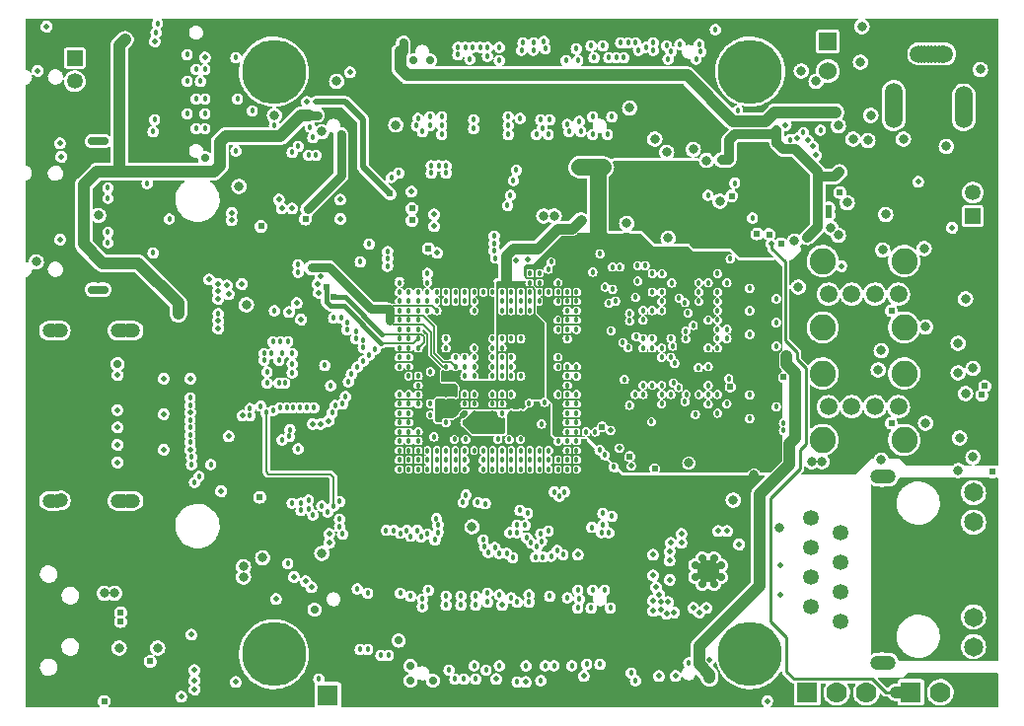
<source format=gbr>
%TF.GenerationSoftware,KiCad,Pcbnew,(6.0.1)*%
%TF.CreationDate,2022-06-22T14:46:01-03:00*%
%TF.ProjectId,A20-OLinuXino-Lime_Rev_I1,4132302d-4f4c-4696-9e75-58696e6f2d4c,rev?*%
%TF.SameCoordinates,Original*%
%TF.FileFunction,Copper,L5,Inr*%
%TF.FilePolarity,Positive*%
%FSLAX46Y46*%
G04 Gerber Fmt 4.6, Leading zero omitted, Abs format (unit mm)*
G04 Created by KiCad (PCBNEW (6.0.1)) date 2022-06-22 14:46:01*
%MOMM*%
%LPD*%
G01*
G04 APERTURE LIST*
%TA.AperFunction,ComponentPad*%
%ADD10C,5.500000*%
%TD*%
%TA.AperFunction,ComponentPad*%
%ADD11C,0.900000*%
%TD*%
%TA.AperFunction,ComponentPad*%
%ADD12C,1.500000*%
%TD*%
%TA.AperFunction,ComponentPad*%
%ADD13C,2.250000*%
%TD*%
%TA.AperFunction,ComponentPad*%
%ADD14R,1.778000X1.778000*%
%TD*%
%TA.AperFunction,ComponentPad*%
%ADD15C,1.778000*%
%TD*%
%TA.AperFunction,ComponentPad*%
%ADD16C,0.704800*%
%TD*%
%TA.AperFunction,ComponentPad*%
%ADD17R,1.422400X1.422400*%
%TD*%
%TA.AperFunction,ComponentPad*%
%ADD18R,0.400000X0.400000*%
%TD*%
%TA.AperFunction,ComponentPad*%
%ADD19R,1.350000X1.350000*%
%TD*%
%TA.AperFunction,ComponentPad*%
%ADD20C,1.350000*%
%TD*%
%TA.AperFunction,ComponentPad*%
%ADD21C,1.200000*%
%TD*%
%TA.AperFunction,ComponentPad*%
%ADD22C,1.524000*%
%TD*%
%TA.AperFunction,ComponentPad*%
%ADD23R,1.524000X1.524000*%
%TD*%
%TA.AperFunction,ComponentPad*%
%ADD24C,1.950000*%
%TD*%
%TA.AperFunction,ComponentPad*%
%ADD25C,1.650000*%
%TD*%
%TA.AperFunction,ViaPad*%
%ADD26C,0.803200*%
%TD*%
%TA.AperFunction,ViaPad*%
%ADD27C,0.457200*%
%TD*%
%TA.AperFunction,ViaPad*%
%ADD28C,0.503200*%
%TD*%
%TA.AperFunction,ViaPad*%
%ADD29C,0.603200*%
%TD*%
%TA.AperFunction,ViaPad*%
%ADD30C,0.703200*%
%TD*%
%TA.AperFunction,Conductor*%
%ADD31C,0.127000*%
%TD*%
%TA.AperFunction,Conductor*%
%ADD32C,0.152400*%
%TD*%
%TA.AperFunction,Conductor*%
%ADD33C,1.016000*%
%TD*%
%TA.AperFunction,Conductor*%
%ADD34C,0.762000*%
%TD*%
%TA.AperFunction,Conductor*%
%ADD35C,0.203200*%
%TD*%
%TA.AperFunction,Conductor*%
%ADD36C,0.406400*%
%TD*%
%TA.AperFunction,Conductor*%
%ADD37C,0.508000*%
%TD*%
%TA.AperFunction,Conductor*%
%ADD38C,1.397000*%
%TD*%
%TA.AperFunction,Conductor*%
%ADD39C,0.889000*%
%TD*%
%TA.AperFunction,Conductor*%
%ADD40C,0.812800*%
%TD*%
%TA.AperFunction,Conductor*%
%ADD41C,0.254000*%
%TD*%
G04 APERTURE END LIST*
D10*
%TO.N,GND*%
%TO.C,CASE*%
X128071100Y-129998600D03*
D11*
X128071100Y-127748600D03*
X128071100Y-132248600D03*
X130321100Y-129998600D03*
X125821100Y-129998600D03*
X126524300Y-128451800D03*
X129618000Y-131545500D03*
X126524300Y-131545500D03*
X129618000Y-128451800D03*
D10*
X168931100Y-129998600D03*
D11*
X168931100Y-127748600D03*
X168931100Y-132248600D03*
X171181100Y-129998600D03*
X166681100Y-129998600D03*
X167384300Y-128451800D03*
X170478000Y-131545500D03*
X167384300Y-131545500D03*
X170478000Y-128451800D03*
D10*
X128071100Y-79998600D03*
D11*
X128071100Y-77748600D03*
X128071100Y-82248600D03*
X130321100Y-79998600D03*
X125821100Y-79998600D03*
X126524300Y-78451800D03*
X129618000Y-81545500D03*
X126524300Y-81545500D03*
X129618000Y-78451800D03*
D10*
X168931100Y-79998600D03*
D11*
X168931100Y-77748600D03*
X168931100Y-82248600D03*
X171181100Y-79998600D03*
X166681100Y-79998600D03*
X167384300Y-78451800D03*
X170478000Y-81545500D03*
X167384300Y-81545500D03*
X170478000Y-78451800D03*
%TD*%
D12*
%TO.N,N$194*%
%TO.C,USB_HOST2*%
X181655100Y-99100600D03*
%TO.N,UDM2*%
X179655100Y-99100600D03*
%TO.N,UDP2*%
X177655100Y-99100600D03*
%TO.N,GND*%
X175655100Y-99100600D03*
D13*
%TO.N,N/C*%
X182155100Y-101950600D03*
X182155100Y-96250600D03*
%TO.N,N$193*%
X175155100Y-96250600D03*
X175155100Y-101950600D03*
%TD*%
D14*
%TO.N,AXP_BACKUP*%
%TO.C,BACKUP*%
X182721100Y-133284600D03*
D15*
%TO.N,GND*%
X185261100Y-133284600D03*
%TD*%
D14*
%TO.N,UART0-TX*%
%TO.C,UART0*%
X173831100Y-133284600D03*
D15*
%TO.N,N$7*%
X176371100Y-133284600D03*
%TO.N,GND*%
X178911100Y-133284600D03*
%TD*%
D16*
%TO.N,N/C*%
%TO.C,SATA*%
X112850100Y-98705600D03*
X112625100Y-98705600D03*
X113100100Y-98705600D03*
X112425100Y-98705600D03*
X113525100Y-98705600D03*
X112850100Y-85965600D03*
X112625100Y-85965600D03*
X113100100Y-85965600D03*
X112425100Y-85965600D03*
X113525100Y-85965600D03*
X113325100Y-98705600D03*
X113325100Y-85965600D03*
%TD*%
D17*
%TO.N,GND*%
%TO.C,U12*%
X171672100Y-89850600D03*
D18*
X173272100Y-90500600D03*
X172672100Y-90500600D03*
X173272100Y-89200600D03*
X172672100Y-89200600D03*
X172322100Y-88250600D03*
X172322100Y-88850600D03*
X171022100Y-88250600D03*
X171022100Y-88850600D03*
X170072100Y-89200600D03*
X170672100Y-89200600D03*
X170072100Y-90500600D03*
X170672100Y-90500600D03*
X171022100Y-91450600D03*
X171022100Y-90850600D03*
X172322100Y-91450600D03*
X172322100Y-90850600D03*
%TD*%
D19*
%TO.N,+24V*%
%TO.C,LIPO_BAT*%
X188055100Y-92374600D03*
D20*
%TO.N,GND*%
X188055100Y-90374600D03*
%TD*%
D21*
%TO.N,N/C*%
%TO.C,HDMI*%
X115562100Y-116835600D03*
X109462100Y-116835600D03*
X109462100Y-102235600D03*
X115562100Y-102235600D03*
X115162100Y-116835600D03*
X109062100Y-116835600D03*
X109062100Y-102235600D03*
X115162100Y-102235600D03*
X114862100Y-116835600D03*
X115712100Y-116835600D03*
X115712100Y-102235600D03*
X114862100Y-102235600D03*
X116012100Y-116835600D03*
X116012100Y-102235600D03*
X109762100Y-102235600D03*
X109762100Y-116810600D03*
%TO.N,GND*%
X114612100Y-116835600D03*
X108762100Y-116835600D03*
X108762100Y-102235600D03*
X114612100Y-102235600D03*
%TD*%
D14*
%TO.N,GND*%
%TO.C,GND_PIN*%
X132683100Y-133538600D03*
%TD*%
D22*
%TO.N,5VEXT*%
%TO.C,C174*%
X175609100Y-79944600D03*
D23*
%TO.N,GND*%
X175609100Y-77404600D03*
%TD*%
D19*
%TO.N,N$24*%
%TO.C,5V_SATA_PWR*%
X110966100Y-78817600D03*
D20*
%TO.N,GND*%
X110966100Y-80817600D03*
%TD*%
D24*
%TO.N,GND*%
%TO.C,U2*%
X165322100Y-122870600D03*
D16*
X165822100Y-123970600D03*
X164822100Y-123970600D03*
X164222100Y-123370600D03*
X164222100Y-122370600D03*
X164822100Y-121770600D03*
X165822100Y-121770600D03*
X166422100Y-122370600D03*
X166422100Y-123370600D03*
%TD*%
D20*
%TO.N,N$77*%
%TO.C,LAN*%
X176656100Y-127198600D03*
%TO.N,N$81*%
X174116100Y-125928600D03*
%TO.N,ETHERNET_VDD*%
X176656100Y-124658600D03*
%TO.N,N/C*%
X174116100Y-123388600D03*
X176656100Y-122118600D03*
%TO.N,ETHERNET_VDD*%
X174116100Y-120848600D03*
%TO.N,N$82*%
X176656100Y-119578600D03*
%TO.N,N$83*%
X174116100Y-118308600D03*
D25*
%TO.N,N$88*%
X188104600Y-118673600D03*
%TO.N,N$87*%
X188104600Y-129353600D03*
D21*
%TO.N,CHASSIS*%
X180256100Y-130743600D03*
X180256100Y-114743600D03*
D25*
%TO.N,N$94*%
X188104600Y-116133600D03*
%TO.N,N$89*%
X188104600Y-126813600D03*
D21*
%TO.N,N/C*%
X180856100Y-130743600D03*
X180656100Y-130743600D03*
X180456100Y-130743600D03*
X180056100Y-130743600D03*
X179856100Y-130743600D03*
X179856100Y-114743600D03*
X180056100Y-114743600D03*
X180456100Y-114743600D03*
X180656100Y-114743600D03*
X180856100Y-114743600D03*
%TD*%
D12*
%TO.N,N$111*%
%TO.C,USB_HOST1*%
X181655100Y-108752600D03*
%TO.N,UDM1*%
X179655100Y-108752600D03*
%TO.N,UDP1*%
X177655100Y-108752600D03*
%TO.N,GND*%
X175655100Y-108752600D03*
D13*
%TO.N,N/C*%
X182155100Y-111602600D03*
X182155100Y-105902600D03*
%TO.N,N$193*%
X175155100Y-105902600D03*
X175155100Y-111602600D03*
%TD*%
D12*
%TO.N,5VEXT*%
%TO.C,PWR_JACK*%
X181266100Y-82916600D03*
%TO.N,N/C*%
X181266100Y-83216600D03*
X181266100Y-83516600D03*
X181266100Y-83816600D03*
X181266100Y-82616600D03*
X181266100Y-82316600D03*
X181266100Y-82016600D03*
X181266100Y-81716600D03*
X181266100Y-84116600D03*
%TO.N,GND*%
X187266100Y-82916600D03*
X184516100Y-78466600D03*
%TO.N,N/C*%
X184816100Y-78466600D03*
X185116100Y-78466600D03*
X185416100Y-78466600D03*
X184216100Y-78466600D03*
X183916100Y-78466600D03*
X183616100Y-78466600D03*
X185616100Y-78466600D03*
X183416100Y-78466600D03*
X187266100Y-83216600D03*
X187266100Y-83516600D03*
X187266100Y-82616600D03*
X187266100Y-82316600D03*
X187266100Y-83816600D03*
X187266100Y-82016600D03*
X187266100Y-84116600D03*
%TD*%
D26*
%TO.N,GND*%
X114776100Y-129474600D03*
D27*
X161341100Y-103715600D03*
X147641100Y-106115600D03*
X129635100Y-105090600D03*
X166941100Y-98115600D03*
X149241100Y-102915600D03*
X144441100Y-108515600D03*
D28*
X130016100Y-99883600D03*
D27*
X141801700Y-111339000D03*
X141496900Y-105751000D03*
X146841100Y-105315600D03*
D28*
X114649100Y-112035600D03*
D26*
X118078100Y-129474600D03*
D28*
X114649100Y-110535600D03*
D27*
X167100100Y-106360600D03*
D26*
X158591100Y-83119600D03*
D27*
X159741100Y-107715600D03*
X159741100Y-101315600D03*
X148441100Y-107715600D03*
X144441100Y-104515600D03*
D28*
X170402100Y-134046600D03*
X114649100Y-109035600D03*
D26*
X125063100Y-89850600D03*
D29*
X160750100Y-114107600D03*
D27*
X166941100Y-102915600D03*
X140441100Y-101315600D03*
X147288100Y-111542200D03*
X166941100Y-102115600D03*
D26*
X125698100Y-100010600D03*
X175101100Y-113472600D03*
X152114100Y-92390600D03*
D27*
X171164100Y-103566600D03*
X140441100Y-106915600D03*
X145241100Y-106115600D03*
D30*
X140049100Y-79055600D03*
D29*
X126841100Y-116520600D03*
D28*
X122523100Y-97851600D03*
D27*
X147641100Y-104515600D03*
D28*
X124174100Y-111313600D03*
D27*
X141241100Y-99715600D03*
D28*
X154146100Y-121473600D03*
D27*
X146841100Y-107715600D03*
D26*
X133445100Y-80833600D03*
D27*
X152441100Y-102115600D03*
X151301300Y-108392600D03*
X166141100Y-109315600D03*
X127857100Y-104201600D03*
X148253300Y-111567600D03*
X145241100Y-103715600D03*
X167227100Y-96073600D03*
X142841100Y-110115600D03*
X144519500Y-111567600D03*
X146841100Y-102915600D03*
D26*
X183991100Y-101915600D03*
D30*
X141446100Y-79055600D03*
D27*
X152441100Y-104515600D03*
D26*
X164306100Y-93025600D03*
X163671100Y-113599600D03*
D27*
X143641100Y-104515600D03*
D29*
X168878100Y-93406600D03*
D28*
X120872100Y-109281600D03*
X118586100Y-112456600D03*
D29*
X171799100Y-106233600D03*
D28*
X132741100Y-109988600D03*
D29*
X130778100Y-92644600D03*
D27*
X129635100Y-104201600D03*
X147641100Y-108515600D03*
D28*
X118586100Y-109408600D03*
D26*
X112998100Y-92335600D03*
X187420100Y-107630600D03*
D27*
X141496900Y-108494200D03*
D26*
X125444100Y-123378600D03*
D27*
X145241100Y-108515600D03*
D26*
X179927100Y-105598600D03*
D29*
X181070100Y-100518600D03*
D26*
X180308100Y-95311600D03*
X132175100Y-85151600D03*
D28*
X156940100Y-110805600D03*
D27*
X168878100Y-102550600D03*
X159741100Y-100515600D03*
D29*
X141319100Y-95184600D03*
D28*
X114649100Y-106035600D03*
D27*
X144441100Y-105315600D03*
X166941100Y-108515600D03*
X154041100Y-110915600D03*
X159741100Y-106915600D03*
D26*
X151225100Y-92390600D03*
X159861100Y-92898600D03*
D27*
X141241100Y-98915600D03*
D30*
X122142100Y-87437600D03*
D27*
X140441100Y-102115600D03*
X145241100Y-100515600D03*
X159741100Y-102915600D03*
X145241100Y-104515600D03*
X146841100Y-104515600D03*
D26*
X161766100Y-86929600D03*
D27*
X149218500Y-111567600D03*
X149241100Y-106115600D03*
X168878100Y-100518600D03*
X128746100Y-104201600D03*
X152441100Y-105315600D03*
X151021900Y-110246800D03*
D26*
X132175100Y-121346600D03*
X145065600Y-119060600D03*
D27*
X171164100Y-99502600D03*
D26*
X125444100Y-122489600D03*
D27*
X144441100Y-107715600D03*
D28*
X114649100Y-113535600D03*
X160623100Y-121473600D03*
D27*
X146841100Y-108515600D03*
X166141100Y-101315600D03*
D28*
X118586100Y-106360600D03*
D27*
X161341100Y-98915600D03*
X127222100Y-104785800D03*
X127476100Y-105776400D03*
X148441100Y-104515600D03*
D26*
X167481100Y-116774600D03*
D27*
X166141100Y-100515600D03*
D26*
X173069100Y-98486600D03*
D27*
X145241100Y-107715600D03*
X132429100Y-105217600D03*
X166141100Y-97315600D03*
X147641100Y-102915600D03*
X128568300Y-108849800D03*
D28*
X108553100Y-76134600D03*
D27*
X141241100Y-100515600D03*
D29*
X181070100Y-110170600D03*
D26*
X157321100Y-89977600D03*
X188055100Y-105471600D03*
D27*
X149241100Y-100515600D03*
X171164100Y-108773600D03*
D28*
X147669100Y-125791600D03*
D27*
X152441100Y-107715600D03*
D29*
X139922100Y-91755600D03*
D27*
X146841100Y-106115600D03*
X160541100Y-100515600D03*
X146841100Y-103715600D03*
X147641100Y-100515600D03*
D26*
X174212100Y-113472600D03*
D27*
X171164100Y-101534600D03*
X163671100Y-130744600D03*
X148441100Y-100515600D03*
X145241100Y-105315600D03*
D28*
X120872100Y-112456600D03*
D27*
X147641100Y-107715600D03*
X142841100Y-103715600D03*
D26*
X174593100Y-80833600D03*
D29*
X113506100Y-134046600D03*
D27*
X153241100Y-110915600D03*
X141496900Y-109459400D03*
X168878100Y-109789600D03*
X150841100Y-99715600D03*
X147641100Y-103715600D03*
D28*
X186277100Y-93406600D03*
D27*
X160466100Y-110040600D03*
X147641100Y-109315600D03*
X152441100Y-101315600D03*
D26*
X107664100Y-96327600D03*
D27*
X165341100Y-103715600D03*
D26*
X182086100Y-85786600D03*
D27*
X147641100Y-105315600D03*
D26*
X176498100Y-84643600D03*
D27*
X166141100Y-102915600D03*
D26*
X187420100Y-99502600D03*
D27*
X148441100Y-105315600D03*
D30*
X139795100Y-132268600D03*
D26*
X183991100Y-110170600D03*
D27*
X168878100Y-107757600D03*
D29*
X126968100Y-93279600D03*
D28*
X120872100Y-106360600D03*
D27*
X142841100Y-102915600D03*
D30*
X141700100Y-132268600D03*
D27*
X159289600Y-97978600D03*
D28*
X154654100Y-131887600D03*
D27*
X168878100Y-98613600D03*
D26*
X128111100Y-83754600D03*
D27*
X148441100Y-106115600D03*
D29*
X139922100Y-92771600D03*
D27*
X150041100Y-99715600D03*
X144441100Y-106115600D03*
X143554300Y-111567600D03*
X127476100Y-106741600D03*
D26*
X188055100Y-113091600D03*
%TO.N,VCC*%
X123666100Y-128331600D03*
D27*
X142841100Y-107715600D03*
D26*
X174593100Y-81976600D03*
D28*
X159607100Y-118171600D03*
D27*
X149241100Y-109315600D03*
D28*
X138017100Y-92771600D03*
D27*
X143641100Y-100515600D03*
D28*
X159734100Y-131887600D03*
D26*
X151733100Y-90993600D03*
D27*
X140441100Y-110115600D03*
X143641100Y-107715600D03*
X143641100Y-110115600D03*
D26*
X130524100Y-76134600D03*
D27*
X149241100Y-110115600D03*
D26*
X124682100Y-97623000D03*
D27*
X140441100Y-109315600D03*
D26*
X169259100Y-114615600D03*
D27*
X140441100Y-105315600D03*
D30*
X133826100Y-83881600D03*
D27*
X144441100Y-100515600D03*
D26*
X126460100Y-87183600D03*
X131159100Y-76769600D03*
D30*
X141446100Y-77531600D03*
D27*
X149966100Y-109240600D03*
X144441100Y-109315600D03*
X148441100Y-109315600D03*
X150145600Y-93787600D03*
X141827100Y-90739600D03*
X142841100Y-100515600D03*
D30*
X141700100Y-130998600D03*
D27*
X148441100Y-110115600D03*
D30*
X133826100Y-121473600D03*
D26*
X125063100Y-83246600D03*
D27*
X138017100Y-91755600D03*
D28*
X129635100Y-116393600D03*
D27*
X146841100Y-100515600D03*
D30*
X139287100Y-125791600D03*
D27*
X145241100Y-102915600D03*
X138017100Y-92263600D03*
D28*
X115157100Y-115631600D03*
D27*
X126968100Y-92390600D03*
D30*
X114522100Y-103820600D03*
D29*
X117316100Y-134046600D03*
D28*
X160623100Y-122489600D03*
X145891100Y-117790600D03*
D26*
X160369100Y-86929600D03*
D30*
X120618100Y-87437600D03*
D27*
X146041100Y-100515600D03*
D28*
X162528100Y-131125600D03*
D27*
X149966100Y-110040600D03*
X142841100Y-104515600D03*
D30*
%TO.N,+5V*%
X139795100Y-130998600D03*
X131794100Y-83754600D03*
D26*
X186785100Y-114234600D03*
D30*
X139160100Y-78293600D03*
D26*
X119856100Y-100772600D03*
D30*
X139160100Y-77531600D03*
D26*
X178530100Y-76134600D03*
D30*
X131540100Y-126172600D03*
D26*
X186785100Y-105852600D03*
D30*
X131032100Y-83754600D03*
D26*
X115284100Y-77277600D03*
X127095100Y-121727600D03*
X119856100Y-99883600D03*
X188690100Y-79817600D03*
X176244100Y-83500600D03*
D29*
%TO.N,VPP*%
X138017100Y-90485600D03*
D28*
X131667100Y-82611600D03*
D26*
X158337100Y-93025600D03*
X165195100Y-87628100D03*
D27*
X140441100Y-103715600D03*
D29*
X133191100Y-99375600D03*
D27*
%TO.N,V+*%
X171164100Y-100518600D03*
D26*
X156305100Y-88199600D03*
D27*
X152441100Y-100515600D03*
X168878100Y-101534600D03*
X166941100Y-103715600D03*
X167041100Y-104515600D03*
X166941100Y-99715600D03*
X160541100Y-107715600D03*
X168878100Y-99502600D03*
X166941100Y-98915600D03*
X161341100Y-98115600D03*
X168878100Y-103566600D03*
X151641100Y-99715600D03*
X171164100Y-107757600D03*
X168878100Y-108773600D03*
X152441100Y-106115600D03*
X161341100Y-102915600D03*
X152441100Y-103715600D03*
X151641100Y-100515600D03*
X165341100Y-97315600D03*
X171164100Y-102550600D03*
X160541100Y-99715600D03*
D26*
X170910100Y-113472600D03*
D27*
X171164100Y-109789600D03*
X152441100Y-110915600D03*
D26*
X154273100Y-88199600D03*
D28*
X154019100Y-95565600D03*
D27*
X166941100Y-100515600D03*
X171164100Y-98613600D03*
X166941100Y-107715600D03*
X152441100Y-102915600D03*
X166141100Y-108515600D03*
D29*
X165830100Y-113726600D03*
D27*
X150841100Y-100515600D03*
X160541100Y-101315600D03*
X164941100Y-96073600D03*
X165341100Y-102115600D03*
X158718100Y-109281600D03*
X160541100Y-104515600D03*
X152441100Y-110115600D03*
X159741100Y-99715600D03*
X152441100Y-106915600D03*
%TO.N,XTALI*%
X134461100Y-106614600D03*
%TO.N,XTALO*%
X134715100Y-105979600D03*
%TO.N,SA2*%
X162141100Y-107715600D03*
X153241100Y-102115600D03*
%TO.N,SA3*%
X153241100Y-106915600D03*
X161341100Y-107715600D03*
%TO.N,SA4*%
X166141100Y-107715600D03*
X153241100Y-99715600D03*
%TO.N,SA5*%
X153241100Y-106115600D03*
X158591100Y-108646600D03*
%TO.N,SA6*%
X165341100Y-108515600D03*
X153241100Y-101315600D03*
%TO.N,SA8*%
X154041100Y-98915600D03*
X163341100Y-108315600D03*
%TO.N,SA9*%
X153241100Y-105315600D03*
X161341100Y-108515600D03*
%TO.N,SA10*%
X154041100Y-107715600D03*
X164496600Y-105408100D03*
%TO.N,SA11*%
X154041100Y-100515600D03*
X163441100Y-107715600D03*
%TO.N,SA12*%
X154041100Y-105315600D03*
X165341100Y-106915600D03*
%TO.N,DQ3*%
X166141100Y-102115600D03*
X150041100Y-98115600D03*
%TO.N,DQ4*%
X162141100Y-102915600D03*
X150041100Y-97315600D03*
%TO.N,DQ5*%
X152441100Y-98115600D03*
X163607600Y-100709100D03*
%TO.N,DQ6*%
X160541100Y-102915600D03*
X150841100Y-98115600D03*
%TO.N,DQ7*%
X164052100Y-101788600D03*
X162210600Y-98143700D03*
%TO.N,DQ8*%
X164541100Y-99715600D03*
X159289600Y-96645100D03*
%TO.N,DQ9*%
X161341100Y-99715600D03*
X159099100Y-99375600D03*
%TO.N,DQ10*%
X166141100Y-99715600D03*
X159924600Y-96645100D03*
%TO.N,CKE*%
X165341100Y-105315600D03*
X154041100Y-106115600D03*
%TO.N,SA1*%
X158146600Y-106424100D03*
X164541100Y-107715600D03*
%TO.N,SA0*%
X162341100Y-106715600D03*
X153241100Y-100515600D03*
%TO.N,BA0*%
X160541100Y-106915600D03*
X154041100Y-108515600D03*
%TO.N,BA1*%
X153241100Y-107715600D03*
X165341100Y-107715600D03*
%TO.N,CLK*%
X163417100Y-102296600D03*
X158591100Y-100772600D03*
D29*
%TO.N,+24V*%
X175685300Y-92314400D03*
D26*
X179038100Y-85913600D03*
D29*
X175685300Y-91704800D03*
X176625100Y-90358600D03*
D27*
%TO.N,CLKN*%
X158591100Y-101407600D03*
X163417100Y-102931600D03*
D28*
%TO.N,N$66*%
X130905100Y-82611600D03*
D26*
%TO.N,5VEXT*%
X172738900Y-94549600D03*
D27*
%TO.N,VCC/2*%
X146841100Y-109315600D03*
X146841100Y-110115600D03*
D26*
X160750100Y-85786600D03*
D27*
X147641100Y-110115600D03*
X145241100Y-110115600D03*
X145241100Y-109315600D03*
X144441100Y-110115600D03*
%TO.N,VCCINT*%
X142841100Y-109315600D03*
X150041100Y-102915600D03*
X150041100Y-107715600D03*
X143641100Y-106115600D03*
X142841100Y-106115600D03*
X149241100Y-104515600D03*
X143641100Y-108515600D03*
D26*
X154400100Y-92771600D03*
D27*
X148441100Y-108515600D03*
X150041100Y-106115600D03*
X149241100Y-105315600D03*
X142841100Y-108515600D03*
X149241100Y-103715600D03*
X149241100Y-107715600D03*
X143641100Y-109315600D03*
X148441100Y-103715600D03*
X149241100Y-108515600D03*
%TO.N,RESET_N*%
X143097100Y-131379600D03*
D28*
X176752100Y-96708600D03*
D27*
X144441100Y-114115600D03*
D28*
X165449100Y-130490600D03*
D27*
X144303600Y-116965100D03*
X169132100Y-92568400D03*
D28*
%TO.N,NMI_N*%
X174593100Y-87183600D03*
D27*
X152441100Y-111715600D03*
X157257600Y-113917100D03*
X117697100Y-85151600D03*
%TO.N,UDP1*%
X137255100Y-130109600D03*
X138841100Y-104515600D03*
%TO.N,UDM1*%
X139641100Y-104515600D03*
X137890100Y-130109600D03*
D29*
%TO.N,UDP0*%
X114903100Y-127188600D03*
D27*
X138841100Y-105315600D03*
D28*
X132810100Y-120457600D03*
D29*
%TO.N,UDM0*%
X114903100Y-126426600D03*
D28*
X132810100Y-119695600D03*
D27*
X139641100Y-105315600D03*
%TO.N,TPX1*%
X130143100Y-86421600D03*
X157448100Y-78801600D03*
%TO.N,TPY1*%
X158083100Y-78801600D03*
X129635100Y-86929600D03*
%TO.N,TPX2*%
X155543100Y-78801600D03*
X131667100Y-87183600D03*
%TO.N,TPY2*%
X131032100Y-87183600D03*
X156813100Y-78801600D03*
%TO.N,SA14*%
X159041100Y-107715600D03*
X164241100Y-109415600D03*
%TO.N,SA13*%
X154041100Y-99715600D03*
X162464600Y-105027100D03*
%TO.N,BA2*%
X153241100Y-108515600D03*
X161341100Y-106915600D03*
%TO.N,DDR3_RST*%
X162782100Y-107122600D03*
X157003600Y-102233100D03*
%TO.N,CASN*%
X154041100Y-102115600D03*
X161341100Y-104515600D03*
%TO.N,RASN*%
X162141100Y-104515600D03*
X153241100Y-102915600D03*
%TO.N,SDQM0*%
X150841100Y-97315600D03*
X165341100Y-101315600D03*
%TO.N,SDQM1*%
X156813100Y-99883600D03*
X161341100Y-100515600D03*
%TO.N,SDQS0*%
X151606100Y-96962600D03*
X162845600Y-99439100D03*
%TO.N,SDQS0_N*%
X163353600Y-99820100D03*
X151860100Y-96327600D03*
%TO.N,SDQS1*%
X164541100Y-98915600D03*
X157130600Y-96772100D03*
%TO.N,SDQS1_N*%
X164541100Y-98115600D03*
X157765600Y-96772100D03*
%TO.N,DDR3_ODT*%
X159162600Y-102741100D03*
D26*
%TO.N,+5V_OTG_PWR*%
X114395100Y-124775600D03*
D29*
X171621300Y-94778200D03*
D26*
X113506100Y-124775600D03*
X165449100Y-132014600D03*
X172307100Y-105344600D03*
X172053100Y-104455600D03*
D28*
%TO.N,USB0-DRV*%
X128238100Y-125283600D03*
X171989600Y-84580100D03*
D27*
X131921100Y-132141600D03*
X145383100Y-125791600D03*
D28*
%TO.N,USB0-VBUSDET*%
X124809100Y-132395600D03*
D27*
X152441400Y-114116000D03*
X149764600Y-120013100D03*
D29*
%TO.N,N$101*%
X188817100Y-107757600D03*
D27*
%TO.N,PB18/TWI1-SCK*%
X133953100Y-119695600D03*
X149193100Y-117663600D03*
X154400100Y-85151600D03*
%TO.N,PB19/TWI1-SDA*%
X129254100Y-122235600D03*
X153384100Y-85151600D03*
X149828100Y-117917600D03*
D29*
%TO.N,VINT*%
X169513100Y-93914600D03*
%TO.N,EXTEN*%
X167354100Y-90663400D03*
D27*
X167862100Y-83373600D03*
D28*
X183356100Y-89469600D03*
X134588100Y-80071600D03*
D29*
%TO.N,IPSOUT*%
X176193300Y-89037800D03*
D26*
X161893100Y-94295600D03*
D27*
X128111100Y-84643600D03*
D26*
X175863100Y-93406600D03*
D29*
X166490500Y-87564600D03*
D26*
X173831100Y-94232100D03*
X176498100Y-94041600D03*
D29*
X167100100Y-87564600D03*
D26*
X171227600Y-85024600D03*
X185769100Y-86421600D03*
X138525100Y-84580100D03*
D28*
X109823100Y-87310600D03*
D29*
X176625100Y-88606000D03*
D26*
X166338100Y-91120600D03*
%TO.N,N$128*%
X180562100Y-92263600D03*
D29*
%TO.N,VDD_RTC*%
X170554500Y-93965400D03*
X158591100Y-113028100D03*
D27*
X149966100Y-108440600D03*
D30*
%TO.N,LDO3_2.8V*%
X138779100Y-128839600D03*
D26*
X177260100Y-91247600D03*
D28*
X158718100Y-113853600D03*
D27*
X140441100Y-111715600D03*
D28*
%TO.N,N$38*%
X107791100Y-79944600D03*
D27*
X174974100Y-85024600D03*
D28*
%TO.N,N$140*%
X173005600Y-85723100D03*
X109696100Y-86167600D03*
D27*
%TO.N,USB0-IDDET*%
X150145600Y-120457600D03*
X152558600Y-116457100D03*
D29*
X117443100Y-130617600D03*
D26*
%TO.N,N$23*%
X177768100Y-85786600D03*
X183864100Y-95184600D03*
D27*
%TO.N,LCD_D3*%
X148621600Y-89342600D03*
X154146100Y-79055600D03*
%TO.N,LCD_D5*%
X155289100Y-77785600D03*
X148367600Y-90612600D03*
%TO.N,LCD_D7*%
X148113600Y-91501600D03*
X156305100Y-77785600D03*
%TO.N,LCD_D10*%
X149447100Y-77531600D03*
X143641100Y-99715600D03*
%TO.N,LCD_D11*%
X143641100Y-98915600D03*
X149320100Y-78166600D03*
%TO.N,LCD_D12*%
X144441100Y-99715600D03*
X150336100Y-77531600D03*
%TO.N,LCD_D13*%
X150336100Y-78166600D03*
X144441100Y-98915600D03*
%TO.N,LCD_D14*%
X151225100Y-77404600D03*
X145241100Y-99715600D03*
%TO.N,LCD_D15*%
X145241100Y-98915600D03*
X151352100Y-78039600D03*
%TO.N,LCD_D18*%
X144494100Y-77912600D03*
X147641100Y-99715600D03*
%TO.N,LCD_D19*%
X144875100Y-78928600D03*
X147641100Y-98915600D03*
%TO.N,LCD_D20*%
X145764100Y-77912600D03*
X148441100Y-99715600D03*
%TO.N,LCD_D21*%
X148441100Y-98915600D03*
X145129100Y-77912600D03*
%TO.N,LCD_D22*%
X146399100Y-77912600D03*
X146970600Y-94105100D03*
%TO.N,LCD_D23*%
X147097600Y-96010100D03*
X146399100Y-78674600D03*
%TO.N,LCD_CLK*%
X159099100Y-77531600D03*
X149241100Y-99715600D03*
%TO.N,LCD_DE*%
X157829100Y-77531600D03*
X149241100Y-98915600D03*
%TO.N,NWE/SPI0_MOSI*%
X121634100Y-114742600D03*
D28*
X131921100Y-98994600D03*
D27*
X134207100Y-107884600D03*
%TO.N,NALE/SPI0_MISO*%
X133953100Y-108519600D03*
X121253100Y-115250600D03*
D28*
X131794100Y-98232600D03*
D27*
%TO.N,NCLE/SPI0_SCK*%
X122650100Y-113726600D03*
D28*
X132048100Y-97597600D03*
D27*
X133318100Y-108646600D03*
D28*
%TO.N,NCE0*%
X132071300Y-110242600D03*
X128746100Y-91755600D03*
%TO.N,NRE*%
X131376100Y-110242600D03*
D27*
X130143100Y-96581600D03*
D28*
%TO.N,N$124*%
X124428100Y-92771600D03*
D27*
%TO.N,PB3*%
X145573600Y-116965100D03*
X154019100Y-78039600D03*
X143605100Y-132141600D03*
%TO.N,PB4*%
X146208600Y-117092100D03*
X144367100Y-132141600D03*
X158464100Y-77531600D03*
%TO.N,LCD_PWR*%
X151034600Y-120330600D03*
X153241100Y-114115600D03*
X160623100Y-77531600D03*
%TO.N,USB1-DRV*%
X153003100Y-116076100D03*
D29*
X189706100Y-114361600D03*
D27*
X171799100Y-110805600D03*
%TO.N,PC3/SATA-PWR-EN*%
X151098100Y-84897600D03*
X133064100Y-109281600D03*
X126206100Y-83373600D03*
X117824100Y-84135600D03*
%TO.N,PC24*%
X138841100Y-111715600D03*
X155416100Y-85405600D03*
%TO.N,VMIC*%
X139641100Y-98915600D03*
X138779100Y-88707600D03*
%TO.N,DQ11*%
X160541100Y-98915600D03*
X157130600Y-98677100D03*
%TO.N,DQ12*%
X165341100Y-98115600D03*
X156495600Y-98486600D03*
%TO.N,DQ13*%
X156051100Y-95629100D03*
X160541100Y-97315600D03*
%TO.N,DQ14*%
X157384600Y-99693100D03*
X166141100Y-98915600D03*
%TO.N,DQ15*%
X155428800Y-97203900D03*
X161369100Y-97343600D03*
D28*
%TO.N,ETXD0*%
X161893100Y-125537600D03*
D27*
X149241100Y-112515600D03*
%TO.N,ETXD1*%
X150041100Y-113315600D03*
D28*
X161258100Y-126172600D03*
%TO.N,ETXD2*%
X162401100Y-126426600D03*
D27*
X150041100Y-112515600D03*
%TO.N,ETXD3*%
X150841100Y-113315600D03*
D28*
X161766100Y-126553600D03*
%TO.N,ETXEN*%
X161258100Y-125537600D03*
D27*
X146841100Y-112515600D03*
D28*
%TO.N,ERXD0*%
X162020100Y-121981600D03*
D27*
X150841100Y-112515600D03*
D28*
%TO.N,ERXD1*%
X162020100Y-121219600D03*
D27*
X151641100Y-113315600D03*
%TO.N,ERXD2*%
X151641100Y-112515600D03*
D28*
X162147100Y-120457600D03*
%TO.N,ERXD3*%
X163036100Y-120457600D03*
D27*
X152441100Y-113315600D03*
D28*
%TO.N,ERXDV*%
X160623100Y-126299600D03*
D27*
X148441100Y-113315600D03*
%TO.N,ERXERR*%
X148441100Y-112515600D03*
D28*
X160623100Y-123251600D03*
%TO.N,EMDC*%
X161131100Y-124902600D03*
D27*
X147641100Y-112515600D03*
D28*
%TO.N,EMDIO*%
X160877100Y-124267600D03*
D27*
X147641100Y-113315600D03*
D28*
%TO.N,ECOL*%
X160623100Y-125410600D03*
D27*
X146041100Y-113315600D03*
D28*
%TO.N,ECRS*%
X162020100Y-123632600D03*
D27*
X146041100Y-112515600D03*
D28*
%TO.N,ERXCK*%
X163036100Y-119695600D03*
D27*
X149241100Y-113315600D03*
%TO.N,ETXCK*%
X146841100Y-113315600D03*
D28*
X165195100Y-126045600D03*
D27*
%TO.N,SD0-D1*%
X129635100Y-117028600D03*
X139641100Y-106115600D03*
D28*
X121253100Y-133030600D03*
D27*
%TO.N,SD0-D0*%
X130397100Y-117028600D03*
D28*
X121253100Y-132268600D03*
D27*
X140441100Y-106115600D03*
%TO.N,SD0-CLK*%
X131032100Y-117536600D03*
D28*
X120999100Y-128331600D03*
D27*
X139641100Y-107715600D03*
D28*
%TO.N,SD0-CMD*%
X131286100Y-124267600D03*
D27*
X131032100Y-116774600D03*
X140441100Y-107715600D03*
D28*
%TO.N,SD0-D3*%
X130778100Y-123759600D03*
D27*
X131413100Y-118044600D03*
X139641100Y-108515600D03*
%TO.N,SD0-D2*%
X130397100Y-117663600D03*
D28*
X121253100Y-131379600D03*
D27*
X140441100Y-108515600D03*
D28*
X129762100Y-123378600D03*
D27*
%TO.N,SD0-DET#*%
X151161600Y-121664100D03*
D28*
X120110100Y-133665600D03*
D27*
%TO.N,UART0-TX*%
X149193100Y-84008600D03*
X150971100Y-119695600D03*
D28*
%TO.N,UART0-RX*%
X161131100Y-131887600D03*
D27*
X151606100Y-119441600D03*
X148177100Y-85405600D03*
D30*
%TO.N,HDMI_5V_SOURCE*%
X114649100Y-105090600D03*
D27*
%TO.N,HTX2P*%
X120999100Y-113726600D03*
X135731100Y-103693600D03*
%TO.N,HTX2N*%
X135731100Y-103058600D03*
X120999100Y-113091600D03*
%TO.N,HTX1P*%
X135096100Y-102931600D03*
X120872100Y-111821600D03*
%TO.N,HTX1N*%
X135096100Y-102296600D03*
X120872100Y-111186600D03*
%TO.N,HTX0P*%
X134334100Y-102169600D03*
X120872100Y-110551600D03*
%TO.N,HTX0N*%
X120872100Y-109916600D03*
X134334100Y-101534600D03*
%TO.N,HTXCP*%
X120872100Y-108646600D03*
X133826100Y-101153600D03*
%TO.N,HTXCN*%
X133191100Y-101153600D03*
X120872100Y-108011600D03*
%TO.N,HCEC*%
X135223100Y-105344600D03*
D28*
X125317100Y-98232600D03*
%TO.N,HSCL*%
X124174100Y-99121600D03*
D27*
X136239100Y-104328600D03*
%TO.N,HSDA*%
X136747100Y-103820600D03*
D28*
X123285100Y-98867600D03*
D27*
%TO.N,HHPD*%
X135731100Y-104836600D03*
D28*
X124047100Y-98359600D03*
D27*
%TO.N,SCS0*%
X154041100Y-101315600D03*
X158019600Y-103249100D03*
%TO.N,CPU-REF*%
X152441100Y-99715600D03*
X150041100Y-98915600D03*
X153241100Y-110115600D03*
D29*
X156241600Y-110488100D03*
D27*
X154041100Y-110115600D03*
%TO.N,N$2*%
X150841100Y-98915600D03*
D28*
X149891600Y-96137100D03*
%TO.N,LDO4_2.8V*%
X157702100Y-112329600D03*
D27*
X141241100Y-112515600D03*
D26*
X164052100Y-86675600D03*
D27*
%TO.N,N$116*%
X154841100Y-110915600D03*
%TO.N,N$133*%
X139641100Y-100515600D03*
D29*
%TO.N,GNDA*%
X132556100Y-98486600D03*
D30*
X130968600Y-91819100D03*
D28*
X139858600Y-90295100D03*
D27*
X140441100Y-102915600D03*
D26*
X173323100Y-79944600D03*
D30*
X133826100Y-85405600D03*
D28*
%TO.N,N$176*%
X133762600Y-92644600D03*
D27*
X139641100Y-101315600D03*
D28*
%TO.N,N$122*%
X133762600Y-90993600D03*
D27*
X138841100Y-100515600D03*
%TO.N,MICIN2*%
X122142100Y-82357600D03*
X137826600Y-95438600D03*
%TO.N,HPOUTR*%
X140441100Y-100515600D03*
X142462100Y-85405600D03*
%TO.N,HPCOM*%
X140441100Y-98915600D03*
X141446100Y-84643600D03*
%TO.N,HPOUTL*%
X140441100Y-99715600D03*
X140811100Y-85151600D03*
D28*
%TO.N,N$1*%
X142081100Y-95565600D03*
%TO.N,N$190*%
X148875600Y-96200600D03*
D27*
X148441100Y-102915600D03*
%TO.N,TWI0-SCK*%
X142017600Y-118362100D03*
X135223100Y-124394600D03*
D28*
X173894600Y-85913600D03*
D27*
X131413100Y-85659600D03*
%TO.N,TWI0-SDA*%
X142144600Y-118933600D03*
X136112100Y-124775600D03*
X131159100Y-84770600D03*
D28*
X174339100Y-86421600D03*
D27*
%TO.N,PB20/TWI2_SCK*%
X151606100Y-85405600D03*
X164306100Y-78928600D03*
X150041100Y-114115600D03*
X148939100Y-118933600D03*
%TO.N,PB21/TWI2_SDA*%
X150841100Y-114115600D03*
X149637600Y-118933600D03*
X150590100Y-85405600D03*
X164560100Y-77658600D03*
%TO.N,UDM2*%
X136112100Y-129601600D03*
X139641100Y-103715600D03*
%TO.N,UDP2*%
X135477100Y-129601600D03*
X138841100Y-103715600D03*
D26*
%TO.N,N$192*%
X180181100Y-113345600D03*
X186912100Y-111440600D03*
%TO.N,N$195*%
X186785100Y-103312600D03*
X180181100Y-103947600D03*
D27*
%TO.N,USB2-DRV*%
X171799100Y-110170600D03*
D29*
X189071100Y-106995600D03*
D27*
X152114100Y-116076100D03*
%TO.N,N$106*%
X113823600Y-94676600D03*
%TO.N,N$112*%
X113823600Y-93787600D03*
%TO.N,N$113*%
X113823600Y-90866600D03*
%TO.N,N$114*%
X113823600Y-89977600D03*
%TO.N,SATA-TXP*%
X139641100Y-102915600D03*
%TO.N,SATA-RXP*%
X138841100Y-102115600D03*
%TO.N,SATA-TXM*%
X138841100Y-102915600D03*
%TO.N,SATA-RXM*%
X139641100Y-102115600D03*
%TO.N,N$119*%
X138841100Y-101315600D03*
%TO.N,VDD*%
X142841100Y-105315600D03*
D28*
X128492100Y-90993600D03*
D27*
X143641100Y-105315600D03*
D29*
X131286100Y-96835600D03*
D27*
X142041100Y-100515600D03*
%TO.N,LCD_D17*%
X143859100Y-78547600D03*
X146041100Y-98915600D03*
%TO.N,LCD_D16*%
X146841100Y-98915600D03*
X143859100Y-77912600D03*
%TO.N,LCD_D9*%
X147415100Y-79055600D03*
X146970600Y-94740100D03*
%TO.N,LCD_D8*%
X147415100Y-77912600D03*
X146970600Y-95375100D03*
%TO.N,LCD_D1*%
X148875600Y-88453600D03*
X153130100Y-79055600D03*
%TO.N,PB10*%
X149701100Y-130998600D03*
X147641100Y-114115600D03*
%TO.N,PH11*%
X148939100Y-125537600D03*
X152876100Y-121473600D03*
%TO.N,PI20*%
X144441100Y-112515600D03*
X151733100Y-125029600D03*
%TO.N,PI21*%
X145241100Y-112515600D03*
X148558100Y-121727600D03*
%TO.N,PI19*%
X144441100Y-113315600D03*
X154273100Y-125283600D03*
%TO.N,PI18*%
X154146100Y-126045600D03*
X143641100Y-112515600D03*
%TO.N,PI17*%
X142841100Y-112515600D03*
X155289100Y-126045600D03*
%TO.N,PI16*%
X142041100Y-112515600D03*
X156940100Y-126045600D03*
%TO.N,N$42*%
X142841100Y-98915600D03*
D28*
X141827100Y-92263600D03*
%TO.N,N$223*%
X141827100Y-93279600D03*
D27*
X142841100Y-99715600D03*
%TO.N,N$229*%
X159353100Y-78166600D03*
%TO.N,N$230*%
X159988100Y-77912600D03*
D28*
%TO.N,N$232*%
X129635100Y-91755600D03*
D27*
%TO.N,PC19*%
X138841100Y-107715600D03*
X153257100Y-84516600D03*
D28*
X123285100Y-102042600D03*
D27*
%TO.N,PC20*%
X138841100Y-108515600D03*
D28*
X123285100Y-101407600D03*
D27*
X154273100Y-84262600D03*
%TO.N,PC21*%
X138841100Y-109315600D03*
D28*
X123285100Y-99502600D03*
D27*
X155416100Y-83881600D03*
D28*
%TO.N,PC22*%
X123285100Y-98232600D03*
D27*
X139641100Y-109315600D03*
X157067100Y-83881600D03*
%TO.N,PI12*%
X142841100Y-114115600D03*
X153257100Y-125156600D03*
%TO.N,PI13*%
X154146100Y-124521600D03*
X142841100Y-113315600D03*
%TO.N,PI3*%
X139477600Y-119378100D03*
X141319100Y-124521600D03*
%TO.N,PI0*%
X137699600Y-119378100D03*
X138906100Y-124775600D03*
%TO.N,PI1*%
X138334600Y-119378100D03*
X139795100Y-125029600D03*
%TO.N,PI2*%
X140811100Y-125283600D03*
X138906100Y-119632100D03*
%TO.N,PI10*%
X142041100Y-114115600D03*
X149955100Y-124902600D03*
%TO.N,PI11*%
X149955100Y-125537600D03*
X142041100Y-113315600D03*
%TO.N,PG0*%
X135477100Y-96327600D03*
X139641100Y-111715600D03*
%TO.N,PG1*%
X136239100Y-94803600D03*
X138841100Y-112515600D03*
%TO.N,PG2*%
X139641100Y-112515600D03*
X138144100Y-89088600D03*
%TO.N,PG3*%
X138841100Y-113315600D03*
X140303100Y-84643600D03*
%TO.N,PG4*%
X139641100Y-113315600D03*
X140430100Y-84008600D03*
%TO.N,PG5*%
X138841100Y-114115600D03*
X141446100Y-83881600D03*
%TO.N,PG6*%
X140441100Y-112515600D03*
X142462100Y-83881600D03*
%TO.N,PG7*%
X139641100Y-114115600D03*
X142462100Y-84643600D03*
%TO.N,PG8*%
X140441100Y-113315600D03*
X145205300Y-84897600D03*
%TO.N,PG9*%
X145205300Y-84135600D03*
X140441100Y-114115600D03*
%TO.N,PG10*%
X141241100Y-113315600D03*
X148177100Y-83881600D03*
%TO.N,PG11*%
X141241100Y-114115600D03*
X148177100Y-84643600D03*
%TO.N,PI14*%
X143641100Y-114115600D03*
X155416100Y-124521600D03*
%TO.N,PI15*%
X143641100Y-113315600D03*
X156432100Y-124521600D03*
%TO.N,PH27*%
X153241100Y-111715600D03*
D28*
X162528100Y-131887600D03*
D27*
%TO.N,PH26*%
X156305100Y-118933600D03*
X154041100Y-111715600D03*
%TO.N,PH25*%
X153241100Y-112515600D03*
X156178100Y-119568600D03*
%TO.N,PH24*%
X154041100Y-112515600D03*
X155352600Y-119124100D03*
%TO.N,PH23*%
X157067100Y-118171600D03*
X156495600Y-112901100D03*
%TO.N,PH22*%
X156051100Y-112456600D03*
X156305100Y-117917600D03*
%TO.N,PH21*%
X156813100Y-119568600D03*
X154041100Y-113315600D03*
%TO.N,PH12/CTP_INT*%
X150971100Y-132268600D03*
X154041100Y-114115600D03*
X164687100Y-78293600D03*
%TO.N,PH9/CAN_CTRL*%
X153241100Y-113315600D03*
D28*
X147161100Y-132141600D03*
D27*
%TO.N,PH2/LED*%
X151641100Y-114115600D03*
X140811100Y-125918600D03*
%TO.N,PH0*%
X142843100Y-125791600D03*
X150526600Y-121664100D03*
D28*
%TO.N,PC23/SPI0_CS0*%
X123539100Y-116012600D03*
D27*
X140441100Y-110915600D03*
X156686100Y-85405600D03*
%TO.N,PC18*%
X119094100Y-92644600D03*
X151733100Y-84135600D03*
X133699100Y-119060600D03*
%TO.N,PC17*%
X133699100Y-118425600D03*
X117697100Y-95565600D03*
X124809100Y-78801600D03*
%TO.N,PB13/CTP_RES*%
X147415100Y-121346600D03*
X153638100Y-130998600D03*
X165957100Y-76388600D03*
%TO.N,PB12*%
X152114100Y-130998600D03*
X149241100Y-114115600D03*
%TO.N,PB11*%
X148441100Y-114115600D03*
X151352100Y-130998600D03*
%TO.N,PB8/SATA-PWR-EN*%
X117189100Y-89596600D03*
X147034100Y-120838600D03*
X148939100Y-132395600D03*
%TO.N,PB7*%
X147415100Y-130998600D03*
X146462600Y-121283100D03*
%TO.N,PB6*%
X146145100Y-120775100D03*
X146272100Y-131379600D03*
%TO.N,PB5*%
X146018100Y-120203600D03*
X145383100Y-132141600D03*
%TO.N,MIC1OUTN*%
X137826600Y-96073600D03*
X122142100Y-83627600D03*
%TO.N,MIC1OUTP*%
X122142100Y-84897600D03*
X137826600Y-96708600D03*
%TO.N,FMINL*%
X139641100Y-99715600D03*
X118078100Y-75880600D03*
%TO.N,FMINR*%
X138841100Y-99715600D03*
X117951100Y-76642600D03*
%TO.N,LINEINL*%
X138841100Y-98115600D03*
X120618100Y-78547600D03*
%TO.N,LINEINR*%
X121380100Y-79817600D03*
X138841100Y-98915600D03*
%TO.N,TVIN0*%
X142208100Y-88072600D03*
X141241100Y-97315600D03*
X121380100Y-84897600D03*
%TO.N,TVIN1*%
X120618100Y-83627600D03*
X141573100Y-88707600D03*
X141241100Y-98115600D03*
%TO.N,TVIN2*%
X142843100Y-88707600D03*
X121380100Y-82357600D03*
X142041100Y-98915600D03*
%TO.N,TVIN3*%
X120618100Y-80833600D03*
X142041100Y-99715600D03*
X141573100Y-88072600D03*
%TO.N,TVOUT3*%
X142843100Y-88072600D03*
X124809100Y-86802600D03*
%TO.N,SRST*%
X151641100Y-98915600D03*
%TO.N,ODT0*%
X152441100Y-98915600D03*
D29*
%TO.N,DDR_VREF*%
X167227100Y-107059100D03*
D27*
X162274100Y-103566600D03*
X159741100Y-103715600D03*
%TO.N,N$9*%
X165322100Y-90612600D03*
%TO.N,PB14*%
X148050100Y-121346600D03*
X154908100Y-130871600D03*
%TO.N,PB15*%
X148304100Y-119568600D03*
X156051100Y-130871600D03*
%TO.N,PB16*%
X158718100Y-131633600D03*
X148939100Y-119568600D03*
%TO.N,PB17*%
X150653600Y-120775100D03*
X159099100Y-132268600D03*
%TO.N,UBOOT_SEL*%
X124936100Y-82357600D03*
X150971100Y-84135600D03*
D28*
X109696100Y-94422600D03*
D27*
X150041100Y-100515600D03*
%TO.N,PI4*%
X139795100Y-119886100D03*
X142843100Y-125029600D03*
%TO.N,PI5*%
X140366600Y-119378100D03*
X144113100Y-125029600D03*
%TO.N,PI6*%
X140684100Y-119949600D03*
X145383100Y-125029600D03*
%TO.N,GPIO3*%
X122142100Y-79817600D03*
X173513600Y-85215100D03*
%TO.N,GPIO2*%
X121761100Y-80833600D03*
X172370600Y-85850100D03*
%TO.N,GPIO1*%
X167608100Y-89571200D03*
%TO.N,PB2/PWM0*%
X144557600Y-116330100D03*
X160623100Y-78166600D03*
%TO.N,PI9*%
X142144600Y-119568600D03*
X148431100Y-125156600D03*
%TO.N,PI7*%
X141255600Y-119695600D03*
X146399100Y-124775600D03*
%TO.N,PI8*%
X141890600Y-120203600D03*
X147415100Y-124902600D03*
%TO.N,N$14*%
X155641100Y-110915600D03*
D26*
%TO.N,N$15*%
X178403100Y-79182600D03*
D27*
%TO.N,PB9/USB0-DRV*%
X146841100Y-114115600D03*
%TO.N,PH7/PB9*%
X145256100Y-130998600D03*
%TO.N,PH7/USB0-DRV*%
X151860100Y-121600600D03*
X144113100Y-125791600D03*
D26*
%TO.N,N$25*%
X179292100Y-83754600D03*
D27*
%TO.N,SCS1*%
X153241100Y-98915600D03*
X158464100Y-103693600D03*
%TO.N,SCKE1*%
X153241100Y-109315600D03*
X166141100Y-103715600D03*
%TO.N,ODT1*%
X160541100Y-103715600D03*
X154041100Y-109315600D03*
%TO.N,PH10/EPHY-RST#*%
X146399100Y-125537600D03*
D28*
X149701100Y-132395600D03*
D27*
X152368100Y-121092600D03*
D26*
%TO.N,CHASSIS*%
X185261100Y-122870600D03*
X185261100Y-119060600D03*
X181451100Y-119060600D03*
X185261100Y-126680600D03*
X189071100Y-122870600D03*
X187166100Y-120965600D03*
X181451100Y-122870600D03*
X183356100Y-120965600D03*
X189071100Y-125410600D03*
X187166100Y-124775600D03*
X183356100Y-124775600D03*
X189071100Y-120330600D03*
X181451100Y-126680600D03*
D28*
%TO.N,N$87*%
X166211100Y-119441600D03*
%TO.N,N$88*%
X166973100Y-119441600D03*
%TO.N,N$90*%
X167989100Y-120584600D03*
%TO.N,NRST*%
X164560100Y-126426600D03*
D27*
%TO.N,ETXERR*%
X146041100Y-114115600D03*
D28*
X164052100Y-126045600D03*
%TO.N,ETHERNET_VDD*%
X171545100Y-124902600D03*
X171545100Y-122362600D03*
D26*
X171418100Y-119187600D03*
D27*
%TO.N,NDQ0/SDC2_D0*%
X130320900Y-108849800D03*
X129431900Y-110729400D03*
%TO.N,NDQ1/SDC2_D1*%
X129736700Y-108849800D03*
X129381100Y-111313600D03*
%TO.N,NDQ2/SDC2_D2*%
X128746100Y-111618400D03*
X129152500Y-108849800D03*
%TO.N,NDQ3/SDC2_D3*%
X130143100Y-112380400D03*
X131489300Y-108849800D03*
%TO.N,NDQ4/SDC2_D4*%
X138841100Y-110115600D03*
X132175100Y-117282600D03*
X130905100Y-108849800D03*
%TO.N,NDQ5/SDC2_D5*%
X139641100Y-110115600D03*
X132683100Y-117790600D03*
X127984100Y-109091100D03*
%TO.N,NDQ6/SDC2_D6*%
X133191100Y-117282600D03*
X138841100Y-110915600D03*
X127412600Y-109281600D03*
%TO.N,NDQ7/SDC2_D7*%
X126930000Y-108710100D03*
X139641100Y-110915600D03*
X133699100Y-116901600D03*
%TO.N,NRB0/SDC2_CMD*%
X130143100Y-97216600D03*
X126015600Y-109535600D03*
X129254100Y-103185600D03*
%TO.N,PC7/SDC2_CLK*%
X123285100Y-100772600D03*
D28*
X122142100Y-78801600D03*
D27*
X128111100Y-100518600D03*
D28*
X125380600Y-109535600D03*
%TO.N,PC16/NWP/SDC2_RST*%
X117824100Y-77404600D03*
X124428100Y-92136600D03*
D27*
X127984100Y-103185600D03*
X126015600Y-108900600D03*
%TO.N,N$29*%
X132937100Y-106970200D03*
%TO.N,N$75*%
X128619100Y-103185600D03*
%TO.N,EMMC_VCC*%
X129635100Y-105852600D03*
D28*
X129381100Y-100645600D03*
D27*
X128492100Y-106741600D03*
D28*
X130397100Y-101280600D03*
D27*
X129000100Y-106741600D03*
X127222100Y-104201600D03*
%TO.N,INT/X1*%
X161766100Y-77785600D03*
%TO.N,SCL/Y1*%
X162909100Y-77658600D03*
%TO.N,RES/X2*%
X161893100Y-78928600D03*
%TO.N,SDA/Y2*%
X162147100Y-78293600D03*
D28*
%TO.N,AXP_BACKUP*%
X170783100Y-94803600D03*
D27*
%TO.N,N$22*%
X128492100Y-104785800D03*
%TD*%
D31*
%TO.N,VCC*%
X140841100Y-107315600D02*
X140941100Y-107215600D01*
X144041100Y-114515600D02*
X144141100Y-114615600D01*
X152041100Y-113715600D02*
X152041100Y-112915600D01*
X141641100Y-114515600D02*
X141541100Y-114615600D01*
X143141100Y-112015600D02*
X143241100Y-112115600D01*
X152741100Y-114615600D02*
X152841100Y-114515600D01*
X145741100Y-101215600D02*
X145741100Y-99415600D01*
X139241100Y-112115600D02*
X140041100Y-112115600D01*
X144741100Y-101215600D02*
X144741100Y-100215600D01*
X140857100Y-106514600D02*
X140941100Y-106430600D01*
X147341100Y-112015600D02*
X147941100Y-112015600D01*
X140241100Y-105615600D02*
X140641100Y-105615600D01*
X143341100Y-98315600D02*
X143241100Y-98415600D01*
X144941100Y-114615600D02*
X144941100Y-113015600D01*
X142541100Y-114615600D02*
X143141100Y-114615600D01*
X138341100Y-111415600D02*
X138441100Y-111315600D01*
X138441100Y-110515600D02*
X140041100Y-110515600D01*
X140141100Y-109015600D02*
X140041100Y-108915600D01*
X140041100Y-112915600D02*
X140041100Y-113715600D01*
X139241100Y-114515600D02*
X139341100Y-114615600D01*
X154541100Y-114515600D02*
X154441100Y-114615600D01*
X140041100Y-106514600D02*
X140041100Y-105815600D01*
X140941100Y-108015600D02*
X140941100Y-107415600D01*
X140941100Y-114615600D02*
X141541100Y-114615600D01*
X148141100Y-114615600D02*
X148741100Y-114615600D01*
X140941100Y-109715600D02*
X138441100Y-109715600D01*
X143341100Y-112015600D02*
X143941100Y-112015600D01*
X144741100Y-100215600D02*
X144841100Y-100115600D01*
X145541100Y-114615600D02*
X146341100Y-114615600D01*
X144741100Y-101215600D02*
X145741100Y-101215600D01*
X145741100Y-99415600D02*
X145641100Y-99315600D01*
X138441100Y-109715600D02*
X138341100Y-109815600D01*
X152841100Y-112915600D02*
X153641100Y-112915600D01*
X144041100Y-101115600D02*
X144141100Y-101215600D01*
X145641100Y-112115600D02*
X145741100Y-112015600D01*
X138341100Y-112015600D02*
X138341100Y-111415600D01*
X143941100Y-114615600D02*
X144041100Y-114515600D01*
X145641100Y-99315600D02*
X145641100Y-98415600D01*
X145641100Y-98415600D02*
X145741100Y-98315600D01*
X146441100Y-112115600D02*
X146341100Y-112015600D01*
X152941100Y-114615600D02*
X153541100Y-114615600D01*
X142541100Y-100665600D02*
X142541100Y-100315600D01*
X140941100Y-107215600D02*
X140941100Y-106615600D01*
X138341100Y-113615600D02*
X138441100Y-113715600D01*
X144141100Y-114615600D02*
X144941100Y-114615600D01*
X145541100Y-98315600D02*
X145641100Y-98415600D01*
X151141100Y-112015600D02*
X151241100Y-112115600D01*
X138441100Y-109715600D02*
X138341100Y-109615600D01*
X149741100Y-114615600D02*
X150341100Y-114615600D01*
X138341100Y-108015600D02*
X138341100Y-107215600D01*
X143241100Y-101115600D02*
X143241100Y-98415600D01*
X153641100Y-113715600D02*
X153641100Y-112915600D01*
X140041100Y-105815600D02*
X140241100Y-105615600D01*
X138341100Y-112215600D02*
X138341100Y-112915600D01*
X138341100Y-104215600D02*
X138441100Y-104115600D01*
X145541100Y-114615600D02*
X145541100Y-113015600D01*
X147341100Y-114615600D02*
X147941100Y-114615600D01*
X140941100Y-109715600D02*
X140941100Y-109015600D01*
X138341100Y-107215600D02*
X139941100Y-107215600D01*
X138341100Y-113815600D02*
X138341100Y-114515600D01*
X138441100Y-112115600D02*
X138341100Y-112215600D01*
X153741100Y-114615600D02*
X154441100Y-114615600D01*
X153641100Y-113715600D02*
X153641100Y-114515600D01*
X139941100Y-104915600D02*
X140141100Y-105115600D01*
X148741100Y-112015600D02*
X148841100Y-112115600D01*
X152141100Y-114615600D02*
X152741100Y-114615600D01*
X138341100Y-114515600D02*
X138441100Y-114615600D01*
X140941100Y-109015600D02*
X140941100Y-108215600D01*
X152741100Y-112215600D02*
X152741100Y-112815600D01*
X138441100Y-108115600D02*
X138341100Y-108215600D01*
X138441100Y-111315600D02*
X140941100Y-111315600D01*
X140041100Y-112115600D02*
X140841100Y-112115600D01*
X139941100Y-104915600D02*
X140141100Y-104715600D01*
X152841100Y-112115600D02*
X153641100Y-112115600D01*
X151341100Y-114615600D02*
X151941100Y-114615600D01*
X138341100Y-106515600D02*
X138341100Y-105815600D01*
X138341100Y-105815600D02*
X139141100Y-105815600D01*
X143141100Y-114615600D02*
X143241100Y-114515600D01*
X152841100Y-112915600D02*
X152741100Y-112815600D01*
X142441100Y-114515600D02*
X142441100Y-112115600D01*
X140941100Y-107415600D02*
X140841100Y-107315600D01*
X144841100Y-112115600D02*
X144941100Y-112015600D01*
X150441100Y-114515600D02*
X150441100Y-112115600D01*
D32*
X142441100Y-99465600D02*
X142441100Y-99165600D01*
D31*
X140141100Y-104715600D02*
X140141100Y-104215600D01*
X142441100Y-112115600D02*
X142541100Y-112015600D01*
X144941100Y-98315600D02*
X145541100Y-98315600D01*
X145741100Y-101215600D02*
X146341100Y-101215600D01*
X140941100Y-106430600D02*
X140941100Y-105915600D01*
X147941100Y-114615600D02*
X148041100Y-114515600D01*
X152041100Y-114515600D02*
X152141100Y-114615600D01*
X138441100Y-108115600D02*
X138341100Y-108015600D01*
X143241100Y-114515600D02*
X143341100Y-114615600D01*
X152041100Y-113715600D02*
X152841100Y-113715600D01*
X139341100Y-114615600D02*
X139941100Y-114615600D01*
X144941100Y-114615600D02*
X145541100Y-114615600D01*
X138341100Y-104815600D02*
X138341100Y-104215600D01*
X153641100Y-114515600D02*
X153541100Y-114615600D01*
X148841100Y-114515600D02*
X148841100Y-112115600D01*
X144041100Y-98415600D02*
X144141100Y-98315600D01*
D32*
X142541100Y-100815600D02*
X142541100Y-100665600D01*
X142166100Y-101190600D02*
X142541100Y-100815600D01*
D31*
X152141100Y-112215600D02*
X152141100Y-112815600D01*
X148041100Y-114515600D02*
X148041100Y-112115600D01*
X139241100Y-113715600D02*
X138441100Y-113715600D01*
X143341100Y-114615600D02*
X143941100Y-114615600D01*
X147141100Y-114615600D02*
X147241100Y-114515600D01*
X141541100Y-112015600D02*
X141641100Y-112115600D01*
X150541100Y-114615600D02*
X151141100Y-114615600D01*
X148041100Y-112115600D02*
X148141100Y-112015600D01*
X142441100Y-100215600D02*
X142441100Y-99465600D01*
X153641100Y-114515600D02*
X153741100Y-114615600D01*
X140041100Y-107315600D02*
X139941100Y-107215600D01*
X142441100Y-114515600D02*
X142541100Y-114615600D01*
X144041100Y-98415600D02*
X143941100Y-98315600D01*
X141641100Y-112115600D02*
X141641100Y-114515600D01*
X139241100Y-113715600D02*
X140041100Y-113715600D01*
X138441100Y-104915600D02*
X138341100Y-104815600D01*
X140041100Y-113715600D02*
X140041100Y-114515600D01*
X149641100Y-112115600D02*
X149741100Y-112015600D01*
X138441100Y-106615600D02*
X139940100Y-106615600D01*
X151341100Y-112015600D02*
X151941100Y-112015600D01*
X139241100Y-105715600D02*
X139941100Y-105715600D01*
X152741100Y-112215600D02*
X152841100Y-112115600D01*
X138341100Y-111215600D02*
X138341100Y-110615600D01*
X150341100Y-114615600D02*
X150441100Y-114515600D01*
X140041100Y-112915600D02*
X140841100Y-112915600D01*
X138341100Y-112915600D02*
X139241100Y-112915600D01*
X138441100Y-112115600D02*
X139241100Y-112115600D01*
X138341100Y-110415600D02*
X138341100Y-109815600D01*
X144841100Y-98415600D02*
X144941100Y-98315600D01*
X151941100Y-114615600D02*
X152041100Y-114515600D01*
X151241100Y-112115600D02*
X151341100Y-112015600D01*
X152841100Y-114515600D02*
X152941100Y-114615600D01*
X140841100Y-112115600D02*
X140941100Y-112015600D01*
X140041100Y-108915600D02*
X138441100Y-108915600D01*
X138341100Y-105815600D02*
X138341100Y-105015600D01*
X144041100Y-101115600D02*
X144041100Y-98415600D01*
X138341100Y-112915600D02*
X138341100Y-113615600D01*
X144141100Y-112015600D02*
X144741100Y-112015600D01*
X144141100Y-98315600D02*
X144741100Y-98315600D01*
X146541100Y-112015600D02*
X147141100Y-112015600D01*
X144841100Y-98415600D02*
X144841100Y-100115600D01*
X148741100Y-114615600D02*
X148841100Y-114515600D01*
X153641100Y-112115600D02*
X153641100Y-112915600D01*
X153641100Y-112915600D02*
X154541100Y-112915600D01*
X140041100Y-114515600D02*
X139941100Y-114615600D01*
X146441100Y-101115600D02*
X146441100Y-98415600D01*
X142541100Y-112015600D02*
X143141100Y-112015600D01*
X144041100Y-101115600D02*
X143941100Y-101215600D01*
X144841100Y-112115600D02*
X144841100Y-112915600D01*
X151941100Y-112015600D02*
X152141100Y-112215600D01*
X152841100Y-113715600D02*
X152841100Y-114515600D01*
X138441100Y-113715600D02*
X138341100Y-113815600D01*
X146441100Y-98415600D02*
X146341100Y-98315600D01*
X139241100Y-113715600D02*
X139241100Y-114515600D01*
X141641100Y-114515600D02*
X141741100Y-114615600D01*
X142341100Y-112015600D02*
X142441100Y-112115600D01*
X139941100Y-105715600D02*
X140141100Y-105515600D01*
X147941100Y-112015600D02*
X148041100Y-112115600D01*
X148041100Y-114515600D02*
X148141100Y-114615600D01*
X138441100Y-111315600D02*
X138341100Y-111215600D01*
X142441100Y-99165600D02*
X142441100Y-98665600D01*
X140041100Y-114515600D02*
X140141100Y-114615600D01*
X140041100Y-112115600D02*
X140041100Y-112915600D01*
X141741100Y-114615600D02*
X142341100Y-114615600D01*
X146541100Y-114615600D02*
X147141100Y-114615600D01*
X152141100Y-112215600D02*
X152741100Y-112215600D01*
X146341100Y-112015600D02*
X145741100Y-112015600D01*
D32*
X142841100Y-104515600D02*
X142641100Y-104515600D01*
D31*
X140941100Y-106615600D02*
X140841100Y-106515600D01*
X147241100Y-114515600D02*
X147241100Y-112115600D01*
X138441100Y-108915600D02*
X138341100Y-108815600D01*
X152841100Y-113715600D02*
X153641100Y-113715600D01*
X140041100Y-106514600D02*
X140857100Y-106514600D01*
X150541100Y-112015600D02*
X151141100Y-112015600D01*
X143241100Y-112115600D02*
X143341100Y-112015600D01*
X138441100Y-104115600D02*
X140041100Y-104115600D01*
X143341100Y-101215600D02*
X143241100Y-101115600D01*
X149641100Y-114515600D02*
X149641100Y-112115600D01*
X150441100Y-112115600D02*
X150541100Y-112015600D01*
X139241100Y-112115600D02*
X139241100Y-112915600D01*
X138341100Y-109615600D02*
X138341100Y-109015600D01*
X143241100Y-112115600D02*
X143241100Y-114515600D01*
X140841100Y-108115600D02*
X140941100Y-108015600D01*
X140841100Y-108115600D02*
X138441100Y-108115600D01*
X147141100Y-112015600D02*
X147241100Y-112115600D01*
X138341100Y-108815600D02*
X138341100Y-108215600D01*
X152041100Y-114515600D02*
X152041100Y-113715600D01*
X140841100Y-107315600D02*
X140041100Y-107315600D01*
X153641100Y-112115600D02*
X154541100Y-112115600D01*
X145541100Y-112015600D02*
X145641100Y-112115600D01*
X151141100Y-114615600D02*
X151241100Y-114515600D01*
X139241100Y-114515600D02*
X139141100Y-114615600D01*
X147241100Y-112115600D02*
X147341100Y-112015600D01*
X140141100Y-105515600D02*
X140141100Y-105115600D01*
X149641100Y-114515600D02*
X149741100Y-114615600D01*
X140141100Y-104215600D02*
X140041100Y-104115600D01*
X141841100Y-112015600D02*
X142341100Y-112015600D01*
X138341100Y-105015600D02*
X138441100Y-104915600D01*
X139141100Y-105815600D02*
X139241100Y-105715600D01*
X140941100Y-111315600D02*
X140941100Y-112015600D01*
X139241100Y-112915600D02*
X140041100Y-112915600D01*
X144941100Y-112015600D02*
X145541100Y-112015600D01*
X140141100Y-114615600D02*
X140741100Y-114615600D01*
X148141100Y-112015600D02*
X148741100Y-112015600D01*
X142541100Y-100315600D02*
X142441100Y-100215600D01*
X138441100Y-104915600D02*
X139941100Y-104915600D01*
X144041100Y-112115600D02*
X144141100Y-112015600D01*
X144041100Y-114515600D02*
X144041100Y-112115600D01*
D32*
X142166100Y-104040600D02*
X142166100Y-101190600D01*
D31*
X138441100Y-110515600D02*
X138341100Y-110415600D01*
X140941100Y-112015600D02*
X141541100Y-112015600D01*
X146441100Y-114515600D02*
X146441100Y-112115600D01*
X148941100Y-112015600D02*
X149541100Y-112015600D01*
X146341100Y-101215600D02*
X146441100Y-101115600D01*
X152141100Y-112815600D02*
X152041100Y-112915600D01*
X154541100Y-113715600D02*
X154541100Y-112915600D01*
X140941100Y-108215600D02*
X140841100Y-108115600D01*
X153641100Y-113715600D02*
X154541100Y-113715600D01*
X138341100Y-106715600D02*
X138441100Y-106615600D01*
X143941100Y-101215600D02*
X143341100Y-101215600D01*
X145541100Y-113015600D02*
X145641100Y-112915600D01*
X139141100Y-114615600D02*
X138441100Y-114615600D01*
X139241100Y-112915600D02*
X139241100Y-113715600D01*
X138441100Y-112115600D02*
X138341100Y-112015600D01*
X140841100Y-113715600D02*
X140841100Y-114515600D01*
X146441100Y-114515600D02*
X146541100Y-114615600D01*
X144741100Y-112015600D02*
X144841100Y-112115600D01*
X138441100Y-106615600D02*
X138341100Y-106515600D01*
X148941100Y-114615600D02*
X149541100Y-114615600D01*
X151241100Y-114515600D02*
X151341100Y-114615600D01*
X140841100Y-114515600D02*
X140941100Y-114615600D01*
X139940100Y-106615600D02*
X140041100Y-106514600D01*
X140141100Y-110415600D02*
X140041100Y-110515600D01*
X143941100Y-112015600D02*
X144041100Y-112115600D01*
X151241100Y-114515600D02*
X151241100Y-112115600D01*
X140941100Y-110415600D02*
X140941100Y-109715600D01*
X141641100Y-112115600D02*
X141741100Y-112115600D01*
X144941100Y-113015600D02*
X144841100Y-112915600D01*
X149741100Y-112015600D02*
X150341100Y-112015600D01*
X138341100Y-107215600D02*
X138341100Y-106715600D01*
X143941100Y-98315600D02*
X143341100Y-98315600D01*
X140941100Y-105915600D02*
X140641100Y-105615600D01*
X146441100Y-112115600D02*
X146541100Y-112015600D01*
X144741100Y-98315600D02*
X144841100Y-98415600D01*
X146341100Y-114615600D02*
X146441100Y-114515600D01*
X140941100Y-111315600D02*
X140941100Y-110415600D01*
X140941100Y-109015600D02*
X140141100Y-109015600D01*
X141741100Y-112115600D02*
X141841100Y-112015600D01*
X138341100Y-109015600D02*
X138441100Y-108915600D01*
X140941100Y-110415600D02*
X140141100Y-110415600D01*
X154541100Y-113715600D02*
X154541100Y-114515600D01*
X148841100Y-114515600D02*
X148941100Y-114615600D01*
X149541100Y-112015600D02*
X149641100Y-112115600D01*
X140041100Y-113715600D02*
X140841100Y-113715600D01*
X142341100Y-114615600D02*
X142441100Y-114515600D01*
X145641100Y-112915600D02*
X145641100Y-112115600D01*
X147241100Y-114515600D02*
X147341100Y-114615600D01*
X145741100Y-98315600D02*
X146341100Y-98315600D01*
D32*
X142641100Y-104515600D02*
X142166100Y-104040600D01*
D31*
X150341100Y-112015600D02*
X150441100Y-112115600D01*
X152841100Y-113715600D02*
X152841100Y-112915600D01*
X140841100Y-114515600D02*
X140741100Y-114615600D01*
X149541100Y-114615600D02*
X149641100Y-114515600D01*
X140841100Y-112915600D02*
X140841100Y-113715600D01*
X144141100Y-101215600D02*
X144741100Y-101215600D01*
X138341100Y-110615600D02*
X138441100Y-110515600D01*
X154541100Y-112915600D02*
X154541100Y-112115600D01*
X148841100Y-112115600D02*
X148941100Y-112015600D01*
X140841100Y-112115600D02*
X140841100Y-112915600D01*
X150441100Y-114515600D02*
X150541100Y-114615600D01*
D33*
%TO.N,+5V*%
X123920100Y-85532600D02*
X128619100Y-85532600D01*
X130397100Y-83754600D02*
X131032100Y-83754600D01*
X116427100Y-96454600D02*
X113379100Y-96454600D01*
X119856100Y-100772600D02*
X119856100Y-99883600D01*
X113379100Y-96454600D02*
X111728100Y-94803600D01*
X171037100Y-83500600D02*
X176244100Y-83500600D01*
X163544100Y-80325600D02*
X167481100Y-84262600D01*
X138906100Y-78293600D02*
X138906100Y-79690600D01*
X114776100Y-88580600D02*
X122904100Y-88580600D01*
X111728100Y-94803600D02*
X111728100Y-89723600D01*
D34*
X139160100Y-78293600D02*
X138906100Y-78293600D01*
D33*
X112871100Y-88580600D02*
X114776100Y-88580600D01*
X123412100Y-88072600D02*
X123412100Y-86040600D01*
X128619100Y-85532600D02*
X130397100Y-83754600D01*
X170275100Y-84262600D02*
X171037100Y-83500600D01*
X123412100Y-86040600D02*
X123920100Y-85532600D01*
X138906100Y-79690600D02*
X139541100Y-80325600D01*
D34*
X139160100Y-78293600D02*
X139160100Y-77531600D01*
D33*
X122904100Y-88580600D02*
X123412100Y-88072600D01*
D34*
X131032100Y-83754600D02*
X131794100Y-83754600D01*
D33*
X114776100Y-88580600D02*
X114776100Y-77785600D01*
X111728100Y-89723600D02*
X112871100Y-88580600D01*
X167481100Y-84262600D02*
X170275100Y-84262600D01*
X114776100Y-77785600D02*
X115284100Y-77277600D01*
X139541100Y-80325600D02*
X163544100Y-80325600D01*
X119856100Y-99883600D02*
X116427100Y-96454600D01*
D31*
%TO.N,VPP*%
X138591100Y-102515600D02*
X139091100Y-102515600D01*
D35*
X139891100Y-102515600D02*
X140191100Y-102515600D01*
D36*
X134192600Y-99375600D02*
X137332600Y-102515600D01*
X133191100Y-99375600D02*
X134192600Y-99375600D01*
D35*
X137332600Y-102515600D02*
X138591100Y-102515600D01*
X140691100Y-102515600D02*
X140741100Y-102515600D01*
X140741100Y-102515600D02*
X140941100Y-102715600D01*
X139091100Y-102515600D02*
X139391100Y-102515600D01*
D37*
X135731100Y-84135600D02*
X134207100Y-82611600D01*
X138017100Y-90485600D02*
X135731100Y-88199600D01*
D31*
X139391100Y-102515600D02*
X139891100Y-102515600D01*
D35*
X140941100Y-102715600D02*
X140941100Y-103215600D01*
D31*
X140191100Y-102515600D02*
X140691100Y-102515600D01*
D37*
X134207100Y-82611600D02*
X131667100Y-82611600D01*
X135731100Y-88199600D02*
X135731100Y-84135600D01*
D35*
X140941100Y-103215600D02*
X140441100Y-103715600D01*
D31*
%TO.N,V+*%
X149641100Y-97615600D02*
X149641100Y-96915600D01*
X152041100Y-104915600D02*
X151941100Y-104815600D01*
X154541100Y-103415600D02*
X152841100Y-103415600D01*
X149741100Y-96815600D02*
X149641100Y-96915600D01*
X152041100Y-101715600D02*
X151941100Y-101615600D01*
X152041100Y-111115600D02*
X152141100Y-111215600D01*
X152941100Y-101715600D02*
X152841100Y-101815600D01*
X152041100Y-110615600D02*
X152041100Y-111115600D01*
X150441100Y-98315600D02*
X150441100Y-97715600D01*
X151341100Y-101015600D02*
X151241100Y-100915600D01*
X154541100Y-100815600D02*
X154541100Y-100215600D01*
X153741100Y-106615600D02*
X153641100Y-106515600D01*
X151941100Y-101615600D02*
X151941100Y-101015600D01*
X152041100Y-109715600D02*
X154541100Y-109715600D01*
X154341100Y-111315600D02*
X152841100Y-111315600D01*
X152141100Y-108915600D02*
X152741100Y-108915600D01*
X152041100Y-109715600D02*
X152041100Y-110415600D01*
X152041100Y-103415600D02*
X152141100Y-103315600D01*
X154541100Y-105815600D02*
X154441100Y-105715600D01*
X152041100Y-108815600D02*
X152041100Y-108215600D01*
X152741100Y-108915600D02*
X152741100Y-108215600D01*
X151941100Y-105715600D02*
X151941100Y-105015600D01*
X152841100Y-100915600D02*
X154441100Y-100915600D01*
X153641100Y-102515600D02*
X152841100Y-102515600D01*
X150641100Y-98515600D02*
X150441100Y-98315600D01*
X152841100Y-107315600D02*
X152741100Y-107215600D01*
X152041100Y-107215600D02*
X152041100Y-106615600D01*
X150341100Y-96815600D02*
X149741100Y-96815600D01*
X152841100Y-101615600D02*
X152841100Y-100915600D01*
X152041100Y-104015600D02*
X151941100Y-104115600D01*
X152841100Y-101615600D02*
X152741100Y-101715600D01*
X150441100Y-97715600D02*
X149741100Y-97715600D01*
X151941100Y-108115600D02*
X151941100Y-107315600D01*
X150441100Y-97715600D02*
X151341100Y-97715600D01*
X151241100Y-98515600D02*
X151341100Y-98415600D01*
X152741100Y-107215600D02*
X152041100Y-107215600D01*
X154541100Y-104815600D02*
X154541100Y-104015600D01*
X152041100Y-104915600D02*
X151941100Y-105015600D01*
X151941100Y-102615600D02*
X151941100Y-101815600D01*
X154541100Y-100215600D02*
X154441100Y-100115600D01*
X152841100Y-100115600D02*
X153641100Y-100115600D01*
X152941100Y-101715600D02*
X152841100Y-101615600D01*
X154541100Y-104015600D02*
X152941100Y-104015600D01*
X154441100Y-111215600D02*
X154341100Y-111315600D01*
X152041100Y-106415600D02*
X152041100Y-105815600D01*
X154441100Y-101715600D02*
X152941100Y-101715600D01*
X152741100Y-100215600D02*
X152841100Y-100115600D01*
X152741100Y-100815600D02*
X152141100Y-100815600D01*
X154441100Y-105715600D02*
X154541100Y-105615600D01*
X152841100Y-100115600D02*
X152841100Y-99315600D01*
X154441100Y-110515600D02*
X154441100Y-111215600D01*
X152841100Y-102515600D02*
X152741100Y-102615600D01*
X154541100Y-108915600D02*
X152741100Y-108915600D01*
X154541100Y-107215600D02*
X153741100Y-107215600D01*
X152741100Y-103315600D02*
X152141100Y-103315600D01*
X152041100Y-108215600D02*
X152741100Y-108215600D01*
X154441100Y-98415600D02*
X154541100Y-98515600D01*
X152741100Y-100815600D02*
X152741100Y-100215600D01*
X154541100Y-102615600D02*
X153741100Y-102615600D01*
X152841100Y-102515600D02*
X152841100Y-101815600D01*
X149741100Y-97715600D02*
X149641100Y-97615600D01*
X154541100Y-104015600D02*
X154541100Y-103415600D01*
X152941100Y-104815600D02*
X152941100Y-104015600D01*
X152141100Y-106515600D02*
X152041100Y-106415600D01*
X154541100Y-109715600D02*
X154541100Y-110415600D01*
X154541100Y-103415600D02*
X154541100Y-102615600D01*
X151241100Y-100915600D02*
X151241100Y-99415600D01*
X153641100Y-100115600D02*
X153641100Y-98415600D01*
D33*
X154019100Y-95565600D02*
X154527100Y-95565600D01*
D31*
X154441100Y-105715600D02*
X152841100Y-105715600D01*
X151241100Y-98515600D02*
X150641100Y-98515600D01*
X154441100Y-100115600D02*
X154541100Y-100015600D01*
X152841100Y-99315600D02*
X154541100Y-99315600D01*
X152141100Y-100815600D02*
X151941100Y-101015600D01*
X152041100Y-106615600D02*
X152141100Y-106515600D01*
X152841100Y-98515600D02*
X152941100Y-98415600D01*
X153641100Y-98415600D02*
X152941100Y-98415600D01*
X154541100Y-102615600D02*
X154541100Y-101815600D01*
D33*
X154527100Y-95565600D02*
X155860600Y-94232100D01*
D31*
X154541100Y-105615600D02*
X154541100Y-104815600D01*
X154441100Y-108115600D02*
X154541100Y-108015600D01*
X152741100Y-101715600D02*
X152041100Y-101715600D01*
X152041100Y-101715600D02*
X151941100Y-101815600D01*
X152741100Y-105815600D02*
X152041100Y-105815600D01*
X152741100Y-108215600D02*
X152841100Y-108115600D01*
X152941100Y-104015600D02*
X152041100Y-104015600D01*
X153741100Y-102615600D02*
X153641100Y-102515600D01*
X150441100Y-96915600D02*
X150341100Y-96815600D01*
X151941100Y-104815600D02*
X151941100Y-104115600D01*
X154541100Y-109715600D02*
X154541100Y-108915600D01*
X152841100Y-104915600D02*
X152041100Y-104915600D01*
X154541100Y-108215600D02*
X154441100Y-108115600D01*
X151941100Y-107315600D02*
X152041100Y-107215600D01*
X154441100Y-108115600D02*
X152841100Y-108115600D01*
D38*
X155860600Y-94232100D02*
X155860600Y-88199600D01*
D31*
X154541100Y-108015600D02*
X154541100Y-107215600D01*
X154541100Y-104815600D02*
X152941100Y-104815600D01*
X154541100Y-101015600D02*
X154441100Y-100915600D01*
X152041100Y-99315600D02*
X152041100Y-98515600D01*
X154541100Y-99315600D02*
X154541100Y-98515600D01*
X154441100Y-101715600D02*
X154541100Y-101615600D01*
X152841100Y-98515600D02*
X152041100Y-98515600D01*
X152141100Y-111215600D02*
X152741100Y-111215600D01*
X151241100Y-99415600D02*
X151241100Y-98515600D01*
X154541100Y-106615600D02*
X154541100Y-105815600D01*
X154541100Y-100015600D02*
X154541100Y-99315600D01*
X152041100Y-109715600D02*
X152041100Y-109015600D01*
X152741100Y-111215600D02*
X152841100Y-111315600D01*
X151941100Y-99415600D02*
X151241100Y-99415600D01*
X152841100Y-107315600D02*
X153641100Y-107315600D01*
X152141100Y-110515600D02*
X154441100Y-110515600D01*
X154541100Y-110415600D02*
X154441100Y-110515600D01*
X153641100Y-106515600D02*
X152141100Y-106515600D01*
X152841100Y-101815600D02*
X152741100Y-101715600D01*
X154541100Y-101615600D02*
X154541100Y-101015600D01*
D38*
X155860600Y-88199600D02*
X156305100Y-88199600D01*
D31*
X152041100Y-98515600D02*
X151941100Y-98415600D01*
X152041100Y-110415600D02*
X152141100Y-110515600D01*
X154541100Y-107215600D02*
X154541100Y-106615600D01*
X152041100Y-105815600D02*
X151941100Y-105715600D01*
X152841100Y-103415600D02*
X152741100Y-103315600D01*
X152841100Y-104915600D02*
X152941100Y-104815600D01*
X153641100Y-98415600D02*
X154441100Y-98415600D01*
X152841100Y-99315600D02*
X152841100Y-98515600D01*
X154541100Y-101815600D02*
X154441100Y-101715600D01*
X154541100Y-108915600D02*
X154541100Y-108215600D01*
X152841100Y-100915600D02*
X152741100Y-100815600D01*
X152141100Y-108915600D02*
X152041100Y-108815600D01*
X151941100Y-101015600D02*
X151341100Y-101015600D01*
X152041100Y-104015600D02*
X152041100Y-103415600D01*
X152041100Y-108215600D02*
X151941100Y-108115600D01*
X154541100Y-106615600D02*
X153741100Y-106615600D01*
X152741100Y-102615600D02*
X151941100Y-102615600D01*
X154441100Y-100115600D02*
X153641100Y-100115600D01*
X154441100Y-100915600D02*
X154541100Y-100815600D01*
D38*
X155860600Y-88199600D02*
X154273100Y-88199600D01*
D31*
X152041100Y-99315600D02*
X151941100Y-99415600D01*
X151941100Y-98415600D02*
X151341100Y-98415600D01*
X152841100Y-108115600D02*
X152841100Y-107315600D01*
X152841100Y-105715600D02*
X152741100Y-105815600D01*
X150441100Y-97715600D02*
X150441100Y-96915600D01*
X152141100Y-110515600D02*
X152041100Y-110615600D01*
X152041100Y-109015600D02*
X152141100Y-108915600D01*
X152841100Y-105715600D02*
X152841100Y-104915600D01*
X152841100Y-99315600D02*
X152041100Y-99315600D01*
X153641100Y-107315600D02*
X153741100Y-107215600D01*
D37*
%TO.N,+24V*%
X175685300Y-92314400D02*
X175685300Y-91679400D01*
D31*
%TO.N,VCCINT*%
X144041100Y-107415600D02*
X144041100Y-108115600D01*
X148041100Y-104115600D02*
X148141100Y-104015600D01*
X149641100Y-98615600D02*
X149258100Y-98232600D01*
D37*
X148177100Y-98232600D02*
X147415100Y-98232600D01*
D31*
X149641100Y-106415600D02*
X149641100Y-108015600D01*
X144841100Y-107215600D02*
X147241100Y-107215600D01*
X147941100Y-108115600D02*
X148141100Y-108315600D01*
X148841100Y-101015600D02*
X148041100Y-101015600D01*
X144241100Y-107215600D02*
X144841100Y-107215600D01*
X148841100Y-105715600D02*
X148841100Y-106515600D01*
X148841100Y-104015600D02*
X148941100Y-104115600D01*
D37*
X148177100Y-98232600D02*
X147986600Y-98232600D01*
D31*
X148941100Y-108115600D02*
X148841100Y-108215600D01*
X148941100Y-106615600D02*
X148941100Y-108115600D01*
X148041100Y-101015600D02*
X147441100Y-101015600D01*
X147241100Y-108115600D02*
X147941100Y-108115600D01*
X149641100Y-102615600D02*
X149741100Y-102715600D01*
X149741100Y-106315600D02*
X149641100Y-106415600D01*
X149641100Y-105815600D02*
X149741100Y-105915600D01*
X144841100Y-108115600D02*
X144841100Y-108915600D01*
X148141100Y-104015600D02*
X148841100Y-104015600D01*
X147941100Y-108115600D02*
X148041100Y-108015600D01*
X143941100Y-108777100D02*
X144079600Y-108915600D01*
D37*
X148939100Y-98232600D02*
X148177100Y-98232600D01*
D31*
X148941100Y-105615600D02*
X148841100Y-105715600D01*
X149741100Y-98515600D02*
X150241100Y-98515600D01*
X144079600Y-108915600D02*
X148141100Y-108915600D01*
D39*
X148558100Y-95184600D02*
X150717100Y-95184600D01*
D31*
X147241100Y-107215600D02*
X147241100Y-104115600D01*
D39*
X150717100Y-95184600D02*
X152368100Y-93533600D01*
D31*
X148939100Y-98232600D02*
X149258100Y-98232600D01*
D39*
X152368100Y-93533600D02*
X153638100Y-93533600D01*
D31*
X143941100Y-108215600D02*
X143941100Y-108777100D01*
X150241100Y-101015600D02*
X150441100Y-100815600D01*
X144841100Y-108115600D02*
X144041100Y-108115600D01*
X148941100Y-104115600D02*
X148941100Y-105615600D01*
X148841100Y-108215600D02*
X148841100Y-108915600D01*
X147241100Y-108115600D02*
X147241100Y-108915600D01*
X149641100Y-103215600D02*
X149741100Y-103115600D01*
X148841100Y-101015600D02*
X148841100Y-98330600D01*
X149641100Y-104115600D02*
X149641100Y-103215600D01*
X148841100Y-101015600D02*
X149641100Y-101015600D01*
X149641100Y-101015600D02*
X149641100Y-98615600D01*
X148141100Y-104015600D02*
X148141100Y-103415600D01*
X150241100Y-98515600D02*
X150441100Y-98715600D01*
X148941100Y-108115600D02*
X149541100Y-108115600D01*
X144841100Y-108115600D02*
X147241100Y-108115600D01*
D39*
X147986600Y-95756100D02*
X148558100Y-95184600D01*
D31*
X147241100Y-107215600D02*
X147241100Y-108115600D01*
X149741100Y-105915600D02*
X149741100Y-106315600D01*
X149641100Y-104115600D02*
X149641100Y-105815600D01*
X148041100Y-101015600D02*
X148041100Y-98368600D01*
X148041100Y-103315600D02*
X148041100Y-101015600D01*
X148141100Y-108315600D02*
X148141100Y-108915600D01*
X147241100Y-98406600D02*
X147415100Y-98232600D01*
X147241100Y-104115600D02*
X148041100Y-104115600D01*
X147441100Y-102415600D02*
X147641100Y-102415600D01*
X147441100Y-101015600D02*
X147241100Y-100815600D01*
D39*
X147986600Y-98105600D02*
X147986600Y-95756100D01*
D31*
X147241100Y-102615600D02*
X147441100Y-102415600D01*
X149641100Y-101015600D02*
X149641100Y-102615600D01*
X144041100Y-108115600D02*
X143941100Y-108215600D01*
X144841100Y-107215600D02*
X144841100Y-108115600D01*
X148841100Y-98330600D02*
X148939100Y-98232600D01*
D37*
X147986600Y-98232600D02*
X147986600Y-98105600D01*
D31*
X149641100Y-101015600D02*
X150241100Y-101015600D01*
X147241100Y-100815600D02*
X147241100Y-98406600D01*
X148841100Y-104015600D02*
X148841100Y-101015600D01*
X150441100Y-100815600D02*
X150441100Y-98715600D01*
X149641100Y-98615600D02*
X149741100Y-98515600D01*
X148041100Y-104115600D02*
X148041100Y-108015600D01*
X144241100Y-107215600D02*
X144041100Y-107415600D01*
X148041100Y-98368600D02*
X148177100Y-98232600D01*
X147241100Y-104115600D02*
X147241100Y-102615600D01*
X149641100Y-108015600D02*
X149541100Y-108115600D01*
X148841100Y-106515600D02*
X148941100Y-106615600D01*
X149741100Y-102715600D02*
X149741100Y-103115600D01*
X148941100Y-104115600D02*
X149641100Y-104115600D01*
D39*
X153638100Y-93533600D02*
X154400100Y-92771600D01*
D31*
X148141100Y-103415600D02*
X148041100Y-103315600D01*
D33*
%TO.N,+5V_OTG_PWR*%
X169767100Y-116266600D02*
X172307100Y-113726600D01*
X165449100Y-131760600D02*
X164560100Y-130871600D01*
X172815100Y-105852600D02*
X172307100Y-105344600D01*
X165449100Y-132014600D02*
X165449100Y-131760600D01*
X172053100Y-105090600D02*
X172053100Y-104455600D01*
X172815100Y-111440600D02*
X172815100Y-105852600D01*
X172307100Y-113726600D02*
X172307100Y-111948600D01*
X164560100Y-129347600D02*
X169767100Y-124140600D01*
X164560100Y-130871600D02*
X164560100Y-129347600D01*
X172307100Y-111948600D02*
X172815100Y-111440600D01*
X172307100Y-105344600D02*
X172053100Y-105090600D01*
X169767100Y-124140600D02*
X169767100Y-116266600D01*
D40*
%TO.N,IPSOUT*%
X174720100Y-88580600D02*
X174720100Y-89025100D01*
X167100100Y-85913600D02*
X167608100Y-85405600D01*
X172815100Y-86675600D02*
X174720100Y-88580600D01*
X171227600Y-86104100D02*
X171799100Y-86675600D01*
X167100100Y-87564600D02*
X166490500Y-87564600D01*
X174720100Y-93343100D02*
X173831100Y-94232100D01*
X171227600Y-85405600D02*
X171227600Y-85024600D01*
X174720100Y-89025100D02*
X174720100Y-93343100D01*
X176206000Y-89025100D02*
X176625100Y-88606000D01*
X171799100Y-86675600D02*
X172815100Y-86675600D01*
X171227600Y-85405600D02*
X171227600Y-86104100D01*
X167608100Y-85405600D02*
X171227600Y-85405600D01*
X174720100Y-89025100D02*
X176206000Y-89025100D01*
X167100100Y-87564600D02*
X167100100Y-85913600D01*
D31*
%TO.N,GNDA*%
X138591100Y-103315600D02*
X139091100Y-103315600D01*
D36*
X134092600Y-100137600D02*
X137270600Y-103315600D01*
D31*
X139391100Y-103315600D02*
X139891100Y-103315600D01*
D35*
X139091100Y-103315600D02*
X139391100Y-103315600D01*
X139891100Y-103315600D02*
X140041100Y-103315600D01*
D34*
X133826100Y-88961600D02*
X133826100Y-85405600D01*
D36*
X132937100Y-100137600D02*
X132556100Y-99756600D01*
X132556100Y-99756600D02*
X132556100Y-98486600D01*
X134092600Y-100137600D02*
X132937100Y-100137600D01*
D35*
X140041100Y-103315600D02*
X140441100Y-102915600D01*
X137270600Y-103315600D02*
X138591100Y-103315600D01*
D34*
X130968600Y-91819100D02*
X133826100Y-88961600D01*
D32*
%TO.N,VDD*%
X141841100Y-101915600D02*
X141841100Y-104165600D01*
X141541100Y-104315600D02*
X142541100Y-105315600D01*
X143091100Y-104915600D02*
X143241100Y-104915600D01*
D31*
X140191100Y-101715600D02*
X140691100Y-101715600D01*
D32*
X141491100Y-100115600D02*
X141641100Y-100115600D01*
D31*
X138591100Y-101715600D02*
X139091100Y-101715600D01*
X140191100Y-100115600D02*
X140691100Y-100115600D01*
D32*
X141541100Y-102415600D02*
X141541100Y-104315600D01*
D34*
X136366100Y-100391600D02*
X138017100Y-100391600D01*
D32*
X143241100Y-104915600D02*
X143641100Y-105315600D01*
D31*
X142591100Y-104915600D02*
X143091100Y-104915600D01*
D32*
X139091100Y-100115600D02*
X139391100Y-100115600D01*
D31*
X139391100Y-101715600D02*
X139891100Y-101715600D01*
D32*
X141841100Y-104165600D02*
X142591100Y-104915600D01*
X139891100Y-101715600D02*
X140191100Y-101715600D01*
X140841100Y-101715600D02*
X141541100Y-102415600D01*
X138017100Y-100899600D02*
X138033100Y-100915600D01*
X138293100Y-100115600D02*
X138591100Y-100115600D01*
D31*
X138591100Y-100115600D02*
X139091100Y-100115600D01*
D32*
X142541100Y-105315600D02*
X142841100Y-105315600D01*
X138033100Y-100915600D02*
X138591100Y-100915600D01*
D34*
X132810100Y-96835600D02*
X136366100Y-100391600D01*
X138017100Y-100391600D02*
X138017100Y-100899600D01*
D31*
X138591100Y-100915600D02*
X139091100Y-100915600D01*
D32*
X140691100Y-100915600D02*
X140841100Y-100915600D01*
X140841100Y-100915600D02*
X141841100Y-101915600D01*
X139891100Y-100115600D02*
X140191100Y-100115600D01*
D34*
X131286100Y-96835600D02*
X132810100Y-96835600D01*
D32*
X138325100Y-101715600D02*
X138591100Y-101715600D01*
X140691100Y-101715600D02*
X140841100Y-101715600D01*
D31*
X140191100Y-100915600D02*
X140691100Y-100915600D01*
D32*
X139091100Y-101715600D02*
X139391100Y-101715600D01*
X139891100Y-100915600D02*
X140191100Y-100915600D01*
D31*
X139391100Y-100115600D02*
X139891100Y-100115600D01*
X139391100Y-100915600D02*
X139891100Y-100915600D01*
X140991100Y-100115600D02*
X141491100Y-100115600D01*
D34*
X138017100Y-100899600D02*
X138017100Y-101407600D01*
D32*
X139091100Y-100915600D02*
X139391100Y-100915600D01*
X141641100Y-100115600D02*
X142041100Y-100515600D01*
X138017100Y-101407600D02*
X138325100Y-101715600D01*
X140691100Y-100115600D02*
X140991100Y-100115600D01*
X138017100Y-100391600D02*
X138293100Y-100115600D01*
D31*
%TO.N,NDQ6/SDC2_D6*%
X127603100Y-114552100D02*
X127412600Y-114361600D01*
X132937100Y-114552100D02*
X127603100Y-114552100D01*
X133191100Y-117282600D02*
X133191100Y-114806100D01*
X127412600Y-114361600D02*
X127412600Y-109281600D01*
X133191100Y-114806100D02*
X132937100Y-114552100D01*
D41*
%TO.N,AXP_BACKUP*%
X180562100Y-133284600D02*
X181451100Y-133284600D01*
X172688100Y-132141600D02*
X179419100Y-132141600D01*
X173196100Y-112456600D02*
X173704100Y-111948600D01*
X173704100Y-105471600D02*
X172942100Y-104709600D01*
X173704100Y-111948600D02*
X173704100Y-105471600D01*
X173196100Y-114107600D02*
X173196100Y-112456600D01*
X170656100Y-116647600D02*
X173196100Y-114107600D01*
X170656100Y-127188600D02*
X170656100Y-116647600D01*
X172053100Y-131506600D02*
X172688100Y-132141600D01*
X172053100Y-128585600D02*
X170656100Y-127188600D01*
X179419100Y-132141600D02*
X180562100Y-133284600D01*
X172053100Y-131506600D02*
X172053100Y-128585600D01*
D33*
X181451100Y-133284600D02*
X182721100Y-133284600D01*
D41*
X170783100Y-95184600D02*
X170783100Y-94803600D01*
X172942100Y-104709600D02*
X172942100Y-104074600D01*
X171926100Y-96327600D02*
X170783100Y-95184600D01*
X172942100Y-104074600D02*
X171926100Y-103058600D01*
X171926100Y-103058600D02*
X171926100Y-96327600D01*
%TD*%
%TA.AperFunction,Conductor*%
%TO.N,VCCINT*%
G36*
X144055060Y-107846460D02*
G01*
X144068498Y-107859898D01*
X144114405Y-107949996D01*
X144114408Y-107950000D01*
X144115507Y-107952157D01*
X144204543Y-108041193D01*
X144206700Y-108042292D01*
X144206704Y-108042295D01*
X144296802Y-108088202D01*
X144312087Y-108106098D01*
X144310240Y-108129560D01*
X144296802Y-108142998D01*
X144206704Y-108188905D01*
X144206700Y-108188908D01*
X144204543Y-108190007D01*
X144115507Y-108279043D01*
X144114410Y-108281197D01*
X144114408Y-108281199D01*
X144074329Y-108359861D01*
X144058343Y-108391235D01*
X144057964Y-108393626D01*
X144057964Y-108393627D01*
X144041655Y-108496593D01*
X144038645Y-108515600D01*
X144039024Y-108517993D01*
X144052050Y-108600231D01*
X144058343Y-108639965D01*
X144059441Y-108642120D01*
X144114406Y-108749996D01*
X144115507Y-108752157D01*
X144204543Y-108841193D01*
X144206700Y-108842292D01*
X144206704Y-108842295D01*
X144296802Y-108888202D01*
X144312087Y-108906098D01*
X144310240Y-108929560D01*
X144296802Y-108942998D01*
X144206704Y-108988905D01*
X144206700Y-108988908D01*
X144204543Y-108990007D01*
X144189610Y-109004940D01*
X144182603Y-109010185D01*
X144172420Y-109015745D01*
X144172418Y-109015746D01*
X144170494Y-109016797D01*
X143952295Y-109234996D01*
X143916662Y-109304931D01*
X143916283Y-109307322D01*
X143916283Y-109307323D01*
X143913537Y-109324660D01*
X143904910Y-109341592D01*
X143667094Y-109579409D01*
X143650161Y-109588037D01*
X143632824Y-109590783D01*
X143632823Y-109590783D01*
X143630432Y-109591162D01*
X143560497Y-109626795D01*
X143417198Y-109770094D01*
X143395454Y-109779100D01*
X143063634Y-109779100D01*
X143049674Y-109775749D01*
X142967620Y-109733941D01*
X142965465Y-109732843D01*
X142963074Y-109732464D01*
X142963073Y-109732464D01*
X142843493Y-109713524D01*
X142841100Y-109713145D01*
X142838707Y-109713524D01*
X142719127Y-109732464D01*
X142719126Y-109732464D01*
X142716735Y-109732843D01*
X142714580Y-109733941D01*
X142606699Y-109788908D01*
X142606697Y-109788910D01*
X142604543Y-109790007D01*
X142515507Y-109879043D01*
X142463750Y-109980624D01*
X142458095Y-109988408D01*
X142376409Y-110070094D01*
X142354665Y-110079100D01*
X142027535Y-110079100D01*
X142005791Y-110070094D01*
X141886606Y-109950909D01*
X141877600Y-109929165D01*
X141877600Y-109593739D01*
X141878964Y-109585125D01*
X141879657Y-109583765D01*
X141899355Y-109459400D01*
X141879657Y-109335035D01*
X141878964Y-109333675D01*
X141877600Y-109325061D01*
X141877600Y-108628539D01*
X141878964Y-108619925D01*
X141879657Y-108618565D01*
X141899355Y-108494200D01*
X141879657Y-108369835D01*
X141878964Y-108368475D01*
X141877600Y-108359861D01*
X141877600Y-108202035D01*
X141886606Y-108180291D01*
X142005791Y-108061106D01*
X142027535Y-108052100D01*
X142618566Y-108052100D01*
X142632526Y-108055451D01*
X142696804Y-108088202D01*
X142716735Y-108098357D01*
X142719126Y-108098736D01*
X142719127Y-108098736D01*
X142838707Y-108117676D01*
X142841100Y-108118055D01*
X142843493Y-108117676D01*
X142963073Y-108098736D01*
X142963074Y-108098736D01*
X142965465Y-108098357D01*
X142985396Y-108088202D01*
X143049674Y-108055451D01*
X143063634Y-108052100D01*
X143418566Y-108052100D01*
X143432526Y-108055451D01*
X143496804Y-108088202D01*
X143516735Y-108098357D01*
X143519126Y-108098736D01*
X143519127Y-108098736D01*
X143638707Y-108117676D01*
X143641100Y-108118055D01*
X143643493Y-108117676D01*
X143763073Y-108098736D01*
X143763074Y-108098736D01*
X143765465Y-108098357D01*
X143778583Y-108091673D01*
X143875501Y-108042292D01*
X143875503Y-108042290D01*
X143877657Y-108041193D01*
X143966693Y-107952157D01*
X143967792Y-107950000D01*
X143967795Y-107949996D01*
X144013702Y-107859898D01*
X144031598Y-107844613D01*
X144055060Y-107846460D01*
G37*
%TD.AperFunction*%
%TA.AperFunction,Conductor*%
G36*
X147255060Y-108646460D02*
G01*
X147268498Y-108659898D01*
X147314405Y-108749996D01*
X147314408Y-108750000D01*
X147315507Y-108752157D01*
X147404543Y-108841193D01*
X147406700Y-108842292D01*
X147406704Y-108842295D01*
X147496802Y-108888202D01*
X147512087Y-108906098D01*
X147510240Y-108929560D01*
X147496802Y-108942998D01*
X147432526Y-108975748D01*
X147418566Y-108979100D01*
X147063634Y-108979100D01*
X147049674Y-108975748D01*
X146985398Y-108942998D01*
X146970113Y-108925102D01*
X146971960Y-108901640D01*
X146985398Y-108888202D01*
X147075496Y-108842295D01*
X147075500Y-108842292D01*
X147077657Y-108841193D01*
X147166693Y-108752157D01*
X147167792Y-108750000D01*
X147167795Y-108749996D01*
X147213702Y-108659898D01*
X147231598Y-108644613D01*
X147255060Y-108646460D01*
G37*
%TD.AperFunction*%
%TA.AperFunction,Conductor*%
G36*
X149655060Y-100646460D02*
G01*
X149668498Y-100659898D01*
X149714405Y-100749996D01*
X149714408Y-100750000D01*
X149715507Y-100752157D01*
X149804543Y-100841193D01*
X149806697Y-100842290D01*
X149806699Y-100842292D01*
X149886640Y-100883023D01*
X149916735Y-100898357D01*
X149919126Y-100898736D01*
X149919127Y-100898736D01*
X150038707Y-100917676D01*
X150041100Y-100918055D01*
X150043493Y-100917676D01*
X150163073Y-100898736D01*
X150163074Y-100898736D01*
X150165465Y-100898357D01*
X150195560Y-100883023D01*
X150275501Y-100842292D01*
X150275503Y-100842290D01*
X150277657Y-100841193D01*
X150366693Y-100752157D01*
X150381491Y-100723114D01*
X150399386Y-100707830D01*
X150422849Y-100709676D01*
X150430633Y-100715331D01*
X151295594Y-101580291D01*
X151304600Y-101602035D01*
X151304600Y-107963360D01*
X151295594Y-107985104D01*
X151278660Y-107993731D01*
X151249188Y-107998399D01*
X151179327Y-108009464D01*
X151179326Y-108009464D01*
X151176935Y-108009843D01*
X151174780Y-108010941D01*
X151066899Y-108065908D01*
X151066897Y-108065910D01*
X151064743Y-108067007D01*
X150975707Y-108156043D01*
X150972514Y-108162310D01*
X150954618Y-108177595D01*
X150945115Y-108179100D01*
X150279488Y-108179100D01*
X150257744Y-108170094D01*
X150202657Y-108115007D01*
X150200503Y-108113910D01*
X150200501Y-108113908D01*
X150092620Y-108058941D01*
X150090465Y-108057843D01*
X150088074Y-108057464D01*
X150088073Y-108057464D01*
X149968493Y-108038524D01*
X149966100Y-108038145D01*
X149963707Y-108038524D01*
X149844127Y-108057464D01*
X149844126Y-108057464D01*
X149841735Y-108057843D01*
X149839580Y-108058941D01*
X149731699Y-108113908D01*
X149731697Y-108113910D01*
X149729543Y-108115007D01*
X149640507Y-108204043D01*
X149639410Y-108206197D01*
X149639408Y-108206199D01*
X149601192Y-108281204D01*
X149583343Y-108316235D01*
X149582964Y-108318626D01*
X149582964Y-108318627D01*
X149576419Y-108359948D01*
X149563645Y-108440600D01*
X149564024Y-108442993D01*
X149580663Y-108548042D01*
X149583343Y-108564965D01*
X149640507Y-108677157D01*
X149683183Y-108719833D01*
X149692189Y-108741577D01*
X149683182Y-108763321D01*
X149479435Y-108967067D01*
X149457692Y-108976073D01*
X149443732Y-108972721D01*
X149367625Y-108933943D01*
X149367622Y-108933942D01*
X149365465Y-108932843D01*
X149363074Y-108932464D01*
X149363073Y-108932464D01*
X149243493Y-108913524D01*
X149241100Y-108913145D01*
X149238707Y-108913524D01*
X149119127Y-108932464D01*
X149119126Y-108932464D01*
X149116735Y-108932843D01*
X149114580Y-108933941D01*
X149032526Y-108975749D01*
X149018566Y-108979100D01*
X148663634Y-108979100D01*
X148649674Y-108975749D01*
X148567620Y-108933941D01*
X148565465Y-108932843D01*
X148563074Y-108932464D01*
X148563073Y-108932464D01*
X148443493Y-108913524D01*
X148441100Y-108913145D01*
X148438707Y-108913524D01*
X148319127Y-108932464D01*
X148319126Y-108932464D01*
X148316735Y-108932843D01*
X148314580Y-108933941D01*
X148232526Y-108975749D01*
X148218566Y-108979100D01*
X147863634Y-108979100D01*
X147849674Y-108975748D01*
X147785398Y-108942998D01*
X147770113Y-108925102D01*
X147771960Y-108901640D01*
X147785398Y-108888202D01*
X147875496Y-108842295D01*
X147875500Y-108842292D01*
X147877657Y-108841193D01*
X147966693Y-108752157D01*
X147967795Y-108749996D01*
X148022759Y-108642120D01*
X148023857Y-108639965D01*
X148030151Y-108600231D01*
X148043176Y-108517993D01*
X148043555Y-108515600D01*
X148040545Y-108496593D01*
X148024236Y-108393627D01*
X148024236Y-108393626D01*
X148023857Y-108391235D01*
X148007871Y-108359861D01*
X147967792Y-108281199D01*
X147967790Y-108281197D01*
X147966693Y-108279043D01*
X147877657Y-108190007D01*
X147875500Y-108188908D01*
X147875496Y-108188905D01*
X147785398Y-108142998D01*
X147770113Y-108125102D01*
X147771960Y-108101640D01*
X147785398Y-108088202D01*
X147875496Y-108042295D01*
X147875500Y-108042292D01*
X147877657Y-108041193D01*
X147966693Y-107952157D01*
X147967792Y-107950000D01*
X147967795Y-107949996D01*
X148013702Y-107859898D01*
X148031598Y-107844613D01*
X148055060Y-107846460D01*
X148068498Y-107859898D01*
X148114405Y-107949996D01*
X148114408Y-107950000D01*
X148115507Y-107952157D01*
X148204543Y-108041193D01*
X148206697Y-108042290D01*
X148206699Y-108042292D01*
X148303617Y-108091673D01*
X148316735Y-108098357D01*
X148319126Y-108098736D01*
X148319127Y-108098736D01*
X148438707Y-108117676D01*
X148441100Y-108118055D01*
X148443493Y-108117676D01*
X148563073Y-108098736D01*
X148563074Y-108098736D01*
X148565465Y-108098357D01*
X148578583Y-108091673D01*
X148675501Y-108042292D01*
X148675503Y-108042290D01*
X148677657Y-108041193D01*
X148766693Y-107952157D01*
X148767795Y-107949996D01*
X148822759Y-107842120D01*
X148823857Y-107839965D01*
X148830151Y-107800231D01*
X148843176Y-107717993D01*
X148843555Y-107715600D01*
X148830151Y-107630971D01*
X148824236Y-107593627D01*
X148824236Y-107593626D01*
X148823857Y-107591235D01*
X148808904Y-107561888D01*
X148767792Y-107481199D01*
X148767790Y-107481197D01*
X148766693Y-107479043D01*
X148677657Y-107390007D01*
X148675503Y-107388910D01*
X148675501Y-107388908D01*
X148567620Y-107333941D01*
X148565465Y-107332843D01*
X148563074Y-107332464D01*
X148563073Y-107332464D01*
X148443493Y-107313524D01*
X148441100Y-107313145D01*
X148438707Y-107313524D01*
X148319127Y-107332464D01*
X148319126Y-107332464D01*
X148316735Y-107332843D01*
X148314580Y-107333941D01*
X148206699Y-107388908D01*
X148206697Y-107388910D01*
X148204543Y-107390007D01*
X148115507Y-107479043D01*
X148114408Y-107481200D01*
X148114405Y-107481204D01*
X148068498Y-107571302D01*
X148050602Y-107586587D01*
X148027140Y-107584740D01*
X148013702Y-107571302D01*
X147967795Y-107481204D01*
X147967792Y-107481200D01*
X147966693Y-107479043D01*
X147877657Y-107390007D01*
X147875503Y-107388910D01*
X147875501Y-107388908D01*
X147767620Y-107333941D01*
X147765465Y-107332843D01*
X147763074Y-107332464D01*
X147763073Y-107332464D01*
X147643493Y-107313524D01*
X147641100Y-107313145D01*
X147638707Y-107313524D01*
X147519127Y-107332464D01*
X147519126Y-107332464D01*
X147516735Y-107332843D01*
X147514580Y-107333941D01*
X147406699Y-107388908D01*
X147406697Y-107388910D01*
X147404543Y-107390007D01*
X147315507Y-107479043D01*
X147314408Y-107481200D01*
X147314405Y-107481204D01*
X147268498Y-107571302D01*
X147250602Y-107586587D01*
X147227140Y-107584740D01*
X147213702Y-107571302D01*
X147167795Y-107481204D01*
X147167792Y-107481200D01*
X147166693Y-107479043D01*
X147077657Y-107390007D01*
X147075503Y-107388910D01*
X147075501Y-107388908D01*
X146967620Y-107333941D01*
X146965465Y-107332843D01*
X146963074Y-107332464D01*
X146963073Y-107332464D01*
X146843493Y-107313524D01*
X146841100Y-107313145D01*
X146838707Y-107313524D01*
X146719127Y-107332464D01*
X146719126Y-107332464D01*
X146716735Y-107332843D01*
X146714580Y-107333941D01*
X146606699Y-107388908D01*
X146606697Y-107388910D01*
X146604543Y-107390007D01*
X146515507Y-107479043D01*
X146514410Y-107481197D01*
X146514408Y-107481199D01*
X146473296Y-107561888D01*
X146458343Y-107591235D01*
X146457964Y-107593626D01*
X146457964Y-107593627D01*
X146452049Y-107630971D01*
X146438645Y-107715600D01*
X146439024Y-107717993D01*
X146452050Y-107800231D01*
X146458343Y-107839965D01*
X146459441Y-107842120D01*
X146514406Y-107949996D01*
X146515507Y-107952157D01*
X146604543Y-108041193D01*
X146606700Y-108042292D01*
X146606704Y-108042295D01*
X146696802Y-108088202D01*
X146712087Y-108106098D01*
X146710240Y-108129560D01*
X146696802Y-108142998D01*
X146606704Y-108188905D01*
X146606700Y-108188908D01*
X146604543Y-108190007D01*
X146515507Y-108279043D01*
X146514410Y-108281197D01*
X146514408Y-108281199D01*
X146474329Y-108359861D01*
X146458343Y-108391235D01*
X146457964Y-108393626D01*
X146457964Y-108393627D01*
X146441655Y-108496593D01*
X146438645Y-108515600D01*
X146439024Y-108517993D01*
X146452050Y-108600231D01*
X146458343Y-108639965D01*
X146459441Y-108642120D01*
X146514406Y-108749996D01*
X146515507Y-108752157D01*
X146604543Y-108841193D01*
X146606700Y-108842292D01*
X146606704Y-108842295D01*
X146696802Y-108888202D01*
X146712087Y-108906098D01*
X146710240Y-108929560D01*
X146696802Y-108942998D01*
X146632526Y-108975748D01*
X146618566Y-108979100D01*
X145463634Y-108979100D01*
X145449674Y-108975748D01*
X145385398Y-108942998D01*
X145370113Y-108925102D01*
X145371960Y-108901640D01*
X145385398Y-108888202D01*
X145475496Y-108842295D01*
X145475500Y-108842292D01*
X145477657Y-108841193D01*
X145566693Y-108752157D01*
X145567795Y-108749996D01*
X145622759Y-108642120D01*
X145623857Y-108639965D01*
X145630151Y-108600231D01*
X145643176Y-108517993D01*
X145643555Y-108515600D01*
X145640545Y-108496593D01*
X145624236Y-108393627D01*
X145624236Y-108393626D01*
X145623857Y-108391235D01*
X145607871Y-108359861D01*
X145567792Y-108281199D01*
X145567790Y-108281197D01*
X145566693Y-108279043D01*
X145477657Y-108190007D01*
X145475500Y-108188908D01*
X145475496Y-108188905D01*
X145385398Y-108142998D01*
X145370113Y-108125102D01*
X145371960Y-108101640D01*
X145385398Y-108088202D01*
X145475496Y-108042295D01*
X145475500Y-108042292D01*
X145477657Y-108041193D01*
X145566693Y-107952157D01*
X145567795Y-107949996D01*
X145622759Y-107842120D01*
X145623857Y-107839965D01*
X145630151Y-107800231D01*
X145643176Y-107717993D01*
X145643555Y-107715600D01*
X145630151Y-107630971D01*
X145624236Y-107593627D01*
X145624236Y-107593626D01*
X145623857Y-107591235D01*
X145608904Y-107561888D01*
X145567792Y-107481199D01*
X145567790Y-107481197D01*
X145566693Y-107479043D01*
X145477657Y-107390007D01*
X145475503Y-107388910D01*
X145475501Y-107388908D01*
X145367620Y-107333941D01*
X145365465Y-107332843D01*
X145363074Y-107332464D01*
X145363073Y-107332464D01*
X145243493Y-107313524D01*
X145241100Y-107313145D01*
X145238707Y-107313524D01*
X145119127Y-107332464D01*
X145119126Y-107332464D01*
X145116735Y-107332843D01*
X145114580Y-107333941D01*
X145006699Y-107388908D01*
X145006697Y-107388910D01*
X145004543Y-107390007D01*
X144915507Y-107479043D01*
X144914408Y-107481200D01*
X144914405Y-107481204D01*
X144868498Y-107571302D01*
X144850602Y-107586587D01*
X144827140Y-107584740D01*
X144813702Y-107571302D01*
X144767795Y-107481204D01*
X144767792Y-107481200D01*
X144766693Y-107479043D01*
X144677657Y-107390007D01*
X144675503Y-107388910D01*
X144675501Y-107388908D01*
X144567620Y-107333941D01*
X144565465Y-107332843D01*
X144563074Y-107332464D01*
X144563073Y-107332464D01*
X144443493Y-107313524D01*
X144441100Y-107313145D01*
X144438707Y-107313524D01*
X144319127Y-107332464D01*
X144319126Y-107332464D01*
X144316735Y-107332843D01*
X144314580Y-107333941D01*
X144206699Y-107388908D01*
X144206697Y-107388910D01*
X144204543Y-107390007D01*
X144115507Y-107479043D01*
X144114408Y-107481200D01*
X144114405Y-107481204D01*
X144068498Y-107571302D01*
X144050602Y-107586587D01*
X144027140Y-107584740D01*
X144013702Y-107571302D01*
X143980952Y-107507026D01*
X143977600Y-107493066D01*
X143977600Y-107041902D01*
X143940066Y-107004368D01*
X143931236Y-106985911D01*
X143929021Y-106965310D01*
X143928698Y-106962301D01*
X143927248Y-106959645D01*
X143895455Y-106901420D01*
X143895454Y-106901418D01*
X143894403Y-106899494D01*
X143657206Y-106662297D01*
X143636064Y-106645261D01*
X143567403Y-106625100D01*
X142532746Y-106625100D01*
X142511002Y-106616094D01*
X142440606Y-106545698D01*
X142431600Y-106523954D01*
X142431600Y-105707246D01*
X142440606Y-105685502D01*
X142522985Y-105603123D01*
X142544729Y-105594117D01*
X142566473Y-105603123D01*
X142604543Y-105641193D01*
X142606697Y-105642290D01*
X142606699Y-105642292D01*
X142703617Y-105691673D01*
X142716735Y-105698357D01*
X142719126Y-105698736D01*
X142719127Y-105698736D01*
X142838707Y-105717676D01*
X142841100Y-105718055D01*
X142843493Y-105717676D01*
X142963073Y-105698736D01*
X142963074Y-105698736D01*
X142965465Y-105698357D01*
X142978583Y-105691673D01*
X143075501Y-105642292D01*
X143075503Y-105642290D01*
X143077657Y-105641193D01*
X143120543Y-105598307D01*
X143142287Y-105589301D01*
X143150947Y-105590546D01*
X143182002Y-105599665D01*
X143201805Y-105605480D01*
X143201806Y-105605480D01*
X143203917Y-105606100D01*
X143278283Y-105606100D01*
X143279523Y-105605894D01*
X143279529Y-105605894D01*
X143309792Y-105600878D01*
X143319249Y-105599311D01*
X143323550Y-105596279D01*
X143346510Y-105591109D01*
X143363015Y-105599665D01*
X143404543Y-105641193D01*
X143406697Y-105642290D01*
X143406699Y-105642292D01*
X143503617Y-105691673D01*
X143516735Y-105698357D01*
X143519126Y-105698736D01*
X143519127Y-105698736D01*
X143638707Y-105717676D01*
X143641100Y-105718055D01*
X143643493Y-105717676D01*
X143763073Y-105698736D01*
X143763074Y-105698736D01*
X143765465Y-105698357D01*
X143778583Y-105691673D01*
X143875501Y-105642292D01*
X143875503Y-105642290D01*
X143877657Y-105641193D01*
X143920543Y-105598307D01*
X143942287Y-105589301D01*
X143950947Y-105590546D01*
X143982002Y-105599665D01*
X144001805Y-105605480D01*
X144001806Y-105605480D01*
X144003917Y-105606100D01*
X144078282Y-105606100D01*
X144079524Y-105605894D01*
X144079526Y-105605894D01*
X144085694Y-105604872D01*
X144099678Y-105602554D01*
X144122601Y-105607884D01*
X144126449Y-105611146D01*
X144147487Y-105632184D01*
X144156493Y-105653928D01*
X144155247Y-105662591D01*
X144150600Y-105678418D01*
X144150600Y-105752783D01*
X144157389Y-105793749D01*
X144159391Y-105796589D01*
X144160421Y-105798050D01*
X144165591Y-105821010D01*
X144157035Y-105837515D01*
X144115507Y-105879043D01*
X144114410Y-105881197D01*
X144114408Y-105881199D01*
X144068499Y-105971302D01*
X144058343Y-105991235D01*
X144038645Y-106115600D01*
X144039024Y-106117993D01*
X144052050Y-106200231D01*
X144058343Y-106239965D01*
X144059441Y-106242120D01*
X144114406Y-106349996D01*
X144115507Y-106352157D01*
X144204543Y-106441193D01*
X144206697Y-106442290D01*
X144206699Y-106442292D01*
X144260639Y-106469775D01*
X144316735Y-106498357D01*
X144319126Y-106498736D01*
X144319127Y-106498736D01*
X144422031Y-106515035D01*
X144438964Y-106523662D01*
X144467402Y-106552100D01*
X146914798Y-106552100D01*
X146968295Y-106498603D01*
X146976075Y-106492951D01*
X147077657Y-106441193D01*
X147166693Y-106352157D01*
X147167792Y-106350000D01*
X147167795Y-106349996D01*
X147213702Y-106259898D01*
X147231598Y-106244613D01*
X147255060Y-106246460D01*
X147268498Y-106259898D01*
X147314405Y-106349996D01*
X147314408Y-106350000D01*
X147315507Y-106352157D01*
X147404543Y-106441193D01*
X147406697Y-106442290D01*
X147406699Y-106442292D01*
X147503617Y-106491673D01*
X147516735Y-106498357D01*
X147519126Y-106498736D01*
X147519127Y-106498736D01*
X147638707Y-106517676D01*
X147641100Y-106518055D01*
X147643493Y-106517676D01*
X147763073Y-106498736D01*
X147763074Y-106498736D01*
X147765465Y-106498357D01*
X147778583Y-106491673D01*
X147875501Y-106442292D01*
X147875503Y-106442290D01*
X147877657Y-106441193D01*
X147966693Y-106352157D01*
X147967792Y-106350000D01*
X147967795Y-106349996D01*
X148013702Y-106259898D01*
X148031598Y-106244613D01*
X148055060Y-106246460D01*
X148068498Y-106259898D01*
X148114405Y-106349996D01*
X148114408Y-106350000D01*
X148115507Y-106352157D01*
X148204543Y-106441193D01*
X148206697Y-106442290D01*
X148206699Y-106442292D01*
X148303617Y-106491673D01*
X148316735Y-106498357D01*
X148319126Y-106498736D01*
X148319127Y-106498736D01*
X148438707Y-106517676D01*
X148441100Y-106518055D01*
X148443493Y-106517676D01*
X148563073Y-106498736D01*
X148563074Y-106498736D01*
X148565465Y-106498357D01*
X148578583Y-106491673D01*
X148675501Y-106442292D01*
X148675503Y-106442290D01*
X148677657Y-106441193D01*
X148766693Y-106352157D01*
X148767792Y-106350000D01*
X148767795Y-106349996D01*
X148813702Y-106259898D01*
X148831598Y-106244613D01*
X148855060Y-106246460D01*
X148868498Y-106259898D01*
X148914405Y-106349996D01*
X148914408Y-106350000D01*
X148915507Y-106352157D01*
X149004543Y-106441193D01*
X149006697Y-106442290D01*
X149006699Y-106442292D01*
X149103617Y-106491673D01*
X149116735Y-106498357D01*
X149119126Y-106498736D01*
X149119127Y-106498736D01*
X149238707Y-106517676D01*
X149241100Y-106518055D01*
X149243493Y-106517676D01*
X149363073Y-106498736D01*
X149363074Y-106498736D01*
X149365465Y-106498357D01*
X149378583Y-106491673D01*
X149475501Y-106442292D01*
X149475503Y-106442290D01*
X149477657Y-106441193D01*
X149566693Y-106352157D01*
X149567795Y-106349996D01*
X149622759Y-106242120D01*
X149623857Y-106239965D01*
X149630151Y-106200231D01*
X149643176Y-106117993D01*
X149643555Y-106115600D01*
X149623857Y-105991235D01*
X149613701Y-105971302D01*
X149567792Y-105881199D01*
X149567790Y-105881197D01*
X149566693Y-105879043D01*
X149477657Y-105790007D01*
X149475503Y-105788910D01*
X149475501Y-105788908D01*
X149367620Y-105733941D01*
X149365465Y-105732843D01*
X149363074Y-105732464D01*
X149363073Y-105732464D01*
X149243493Y-105713524D01*
X149241100Y-105713145D01*
X149238707Y-105713524D01*
X149119127Y-105732464D01*
X149119126Y-105732464D01*
X149116735Y-105732843D01*
X149114580Y-105733941D01*
X149006699Y-105788908D01*
X149006697Y-105788910D01*
X149004543Y-105790007D01*
X148915507Y-105879043D01*
X148914408Y-105881200D01*
X148914405Y-105881204D01*
X148868498Y-105971302D01*
X148850602Y-105986587D01*
X148827140Y-105984740D01*
X148813702Y-105971302D01*
X148767795Y-105881204D01*
X148767792Y-105881200D01*
X148766693Y-105879043D01*
X148677657Y-105790007D01*
X148675500Y-105788908D01*
X148675496Y-105788905D01*
X148585398Y-105742998D01*
X148570113Y-105725102D01*
X148571960Y-105701640D01*
X148585398Y-105688202D01*
X148675496Y-105642295D01*
X148675500Y-105642292D01*
X148677657Y-105641193D01*
X148766693Y-105552157D01*
X148767795Y-105549996D01*
X148822759Y-105442120D01*
X148823857Y-105439965D01*
X148830151Y-105400231D01*
X148843176Y-105317993D01*
X148843555Y-105315600D01*
X148823857Y-105191235D01*
X148813701Y-105171302D01*
X148767792Y-105081199D01*
X148767790Y-105081197D01*
X148766693Y-105079043D01*
X148677657Y-104990007D01*
X148675500Y-104988908D01*
X148675496Y-104988905D01*
X148585398Y-104942998D01*
X148570113Y-104925102D01*
X148571960Y-104901640D01*
X148585398Y-104888202D01*
X148675496Y-104842295D01*
X148675500Y-104842292D01*
X148677657Y-104841193D01*
X148766693Y-104752157D01*
X148767795Y-104749996D01*
X148822759Y-104642120D01*
X148823857Y-104639965D01*
X148830151Y-104600231D01*
X148843176Y-104517993D01*
X148843555Y-104515600D01*
X148823857Y-104391235D01*
X148813701Y-104371302D01*
X148767792Y-104281199D01*
X148767790Y-104281197D01*
X148766693Y-104279043D01*
X148677657Y-104190007D01*
X148675503Y-104188910D01*
X148675501Y-104188908D01*
X148567620Y-104133941D01*
X148565465Y-104132843D01*
X148563074Y-104132464D01*
X148563073Y-104132464D01*
X148443493Y-104113524D01*
X148441100Y-104113145D01*
X148438707Y-104113524D01*
X148319127Y-104132464D01*
X148319126Y-104132464D01*
X148316735Y-104132843D01*
X148314580Y-104133941D01*
X148206699Y-104188908D01*
X148206697Y-104188910D01*
X148204543Y-104190007D01*
X148115507Y-104279043D01*
X148114408Y-104281200D01*
X148114405Y-104281204D01*
X148068498Y-104371302D01*
X148050602Y-104386587D01*
X148027140Y-104384740D01*
X148013702Y-104371302D01*
X147967795Y-104281204D01*
X147967792Y-104281200D01*
X147966693Y-104279043D01*
X147877657Y-104190007D01*
X147875500Y-104188908D01*
X147875496Y-104188905D01*
X147785398Y-104142998D01*
X147770113Y-104125102D01*
X147771960Y-104101640D01*
X147785398Y-104088202D01*
X147875496Y-104042295D01*
X147875500Y-104042292D01*
X147877657Y-104041193D01*
X147966693Y-103952157D01*
X147967795Y-103949996D01*
X148022759Y-103842120D01*
X148023857Y-103839965D01*
X148043555Y-103715600D01*
X148026958Y-103610812D01*
X148024236Y-103593627D01*
X148024236Y-103593626D01*
X148023857Y-103591235D01*
X148007779Y-103559679D01*
X147967792Y-103481199D01*
X147967790Y-103481197D01*
X147966693Y-103479043D01*
X147877657Y-103390007D01*
X147875500Y-103388908D01*
X147875496Y-103388905D01*
X147785398Y-103342998D01*
X147770113Y-103325102D01*
X147771960Y-103301640D01*
X147785398Y-103288202D01*
X147875496Y-103242295D01*
X147875500Y-103242292D01*
X147877657Y-103241193D01*
X147966693Y-103152157D01*
X147967792Y-103150000D01*
X147967795Y-103149996D01*
X148013702Y-103059898D01*
X148031598Y-103044613D01*
X148055060Y-103046460D01*
X148068498Y-103059898D01*
X148114405Y-103149996D01*
X148114408Y-103150000D01*
X148115507Y-103152157D01*
X148204543Y-103241193D01*
X148206697Y-103242290D01*
X148206699Y-103242292D01*
X148294288Y-103286920D01*
X148316735Y-103298357D01*
X148319126Y-103298736D01*
X148319127Y-103298736D01*
X148438707Y-103317676D01*
X148441100Y-103318055D01*
X148443493Y-103317676D01*
X148563073Y-103298736D01*
X148563074Y-103298736D01*
X148565465Y-103298357D01*
X148587912Y-103286920D01*
X148675501Y-103242292D01*
X148675503Y-103242290D01*
X148677657Y-103241193D01*
X148766693Y-103152157D01*
X148767792Y-103150000D01*
X148767795Y-103149996D01*
X148813702Y-103059898D01*
X148831598Y-103044613D01*
X148855060Y-103046460D01*
X148868498Y-103059898D01*
X148914405Y-103149996D01*
X148914408Y-103150000D01*
X148915507Y-103152157D01*
X149004543Y-103241193D01*
X149006697Y-103242290D01*
X149006699Y-103242292D01*
X149094288Y-103286920D01*
X149116735Y-103298357D01*
X149119126Y-103298736D01*
X149119127Y-103298736D01*
X149238707Y-103317676D01*
X149241100Y-103318055D01*
X149243493Y-103317676D01*
X149363073Y-103298736D01*
X149363074Y-103298736D01*
X149365465Y-103298357D01*
X149387912Y-103286920D01*
X149475501Y-103242292D01*
X149475503Y-103242290D01*
X149477657Y-103241193D01*
X149566693Y-103152157D01*
X149567795Y-103149996D01*
X149622759Y-103042120D01*
X149623857Y-103039965D01*
X149624641Y-103035019D01*
X149643176Y-102917993D01*
X149643555Y-102915600D01*
X149623857Y-102791235D01*
X149588787Y-102722405D01*
X149567792Y-102681199D01*
X149567790Y-102681197D01*
X149566693Y-102679043D01*
X149477657Y-102590007D01*
X149475503Y-102588910D01*
X149475501Y-102588908D01*
X149367620Y-102533941D01*
X149365465Y-102532843D01*
X149363074Y-102532464D01*
X149363073Y-102532464D01*
X149243493Y-102513524D01*
X149241100Y-102513145D01*
X149238707Y-102513524D01*
X149119127Y-102532464D01*
X149119126Y-102532464D01*
X149116735Y-102532843D01*
X149114580Y-102533941D01*
X149006699Y-102588908D01*
X149006697Y-102588910D01*
X149004543Y-102590007D01*
X148915507Y-102679043D01*
X148914408Y-102681200D01*
X148914405Y-102681204D01*
X148868498Y-102771302D01*
X148850602Y-102786587D01*
X148827140Y-102784740D01*
X148813702Y-102771302D01*
X148767795Y-102681204D01*
X148767792Y-102681200D01*
X148766693Y-102679043D01*
X148677657Y-102590007D01*
X148675503Y-102588910D01*
X148675501Y-102588908D01*
X148567620Y-102533941D01*
X148565465Y-102532843D01*
X148563074Y-102532464D01*
X148563073Y-102532464D01*
X148443493Y-102513524D01*
X148441100Y-102513145D01*
X148438707Y-102513524D01*
X148319127Y-102532464D01*
X148319126Y-102532464D01*
X148316735Y-102532843D01*
X148314580Y-102533941D01*
X148206699Y-102588908D01*
X148206697Y-102588910D01*
X148204543Y-102590007D01*
X148115507Y-102679043D01*
X148114408Y-102681200D01*
X148114405Y-102681204D01*
X148068498Y-102771302D01*
X148050602Y-102786587D01*
X148027140Y-102784740D01*
X148013702Y-102771302D01*
X147967795Y-102681204D01*
X147967792Y-102681200D01*
X147966693Y-102679043D01*
X147877657Y-102590007D01*
X147875503Y-102588910D01*
X147875501Y-102588908D01*
X147767620Y-102533941D01*
X147765465Y-102532843D01*
X147763074Y-102532464D01*
X147763073Y-102532464D01*
X147643493Y-102513524D01*
X147641100Y-102513145D01*
X147638707Y-102513524D01*
X147519127Y-102532464D01*
X147519126Y-102532464D01*
X147516735Y-102532843D01*
X147514580Y-102533941D01*
X147406699Y-102588908D01*
X147406697Y-102588910D01*
X147404543Y-102590007D01*
X147315507Y-102679043D01*
X147314408Y-102681200D01*
X147314405Y-102681204D01*
X147268498Y-102771302D01*
X147250602Y-102786587D01*
X147227140Y-102784740D01*
X147213702Y-102771302D01*
X147167795Y-102681204D01*
X147167792Y-102681200D01*
X147166693Y-102679043D01*
X147156458Y-102668808D01*
X147147452Y-102647064D01*
X147155859Y-102625937D01*
X147164199Y-102617117D01*
X147164200Y-102617116D01*
X147165239Y-102616017D01*
X147166948Y-102613298D01*
X147176698Y-102594458D01*
X147177166Y-102593332D01*
X147178876Y-102574350D01*
X147183580Y-102522138D01*
X147183580Y-102522136D01*
X147183989Y-102517592D01*
X147149694Y-102454786D01*
X147140606Y-102445698D01*
X147131600Y-102423954D01*
X147131600Y-100799988D01*
X147140606Y-100778244D01*
X147166693Y-100752157D01*
X147167792Y-100750000D01*
X147167795Y-100749996D01*
X147213702Y-100659898D01*
X147231598Y-100644613D01*
X147255060Y-100646460D01*
X147268498Y-100659898D01*
X147314405Y-100749996D01*
X147314408Y-100750000D01*
X147315507Y-100752157D01*
X147404543Y-100841193D01*
X147406697Y-100842290D01*
X147406699Y-100842292D01*
X147486640Y-100883023D01*
X147516735Y-100898357D01*
X147519126Y-100898736D01*
X147519127Y-100898736D01*
X147638707Y-100917676D01*
X147641100Y-100918055D01*
X147643493Y-100917676D01*
X147763073Y-100898736D01*
X147763074Y-100898736D01*
X147765465Y-100898357D01*
X147795560Y-100883023D01*
X147875501Y-100842292D01*
X147875503Y-100842290D01*
X147877657Y-100841193D01*
X147966693Y-100752157D01*
X147967792Y-100750000D01*
X147967795Y-100749996D01*
X148013702Y-100659898D01*
X148031598Y-100644613D01*
X148055060Y-100646460D01*
X148068498Y-100659898D01*
X148114405Y-100749996D01*
X148114408Y-100750000D01*
X148115507Y-100752157D01*
X148204543Y-100841193D01*
X148206697Y-100842290D01*
X148206699Y-100842292D01*
X148286640Y-100883023D01*
X148316735Y-100898357D01*
X148319126Y-100898736D01*
X148319127Y-100898736D01*
X148438707Y-100917676D01*
X148441100Y-100918055D01*
X148443493Y-100917676D01*
X148563073Y-100898736D01*
X148563074Y-100898736D01*
X148565465Y-100898357D01*
X148595560Y-100883023D01*
X148675501Y-100842292D01*
X148675503Y-100842290D01*
X148677657Y-100841193D01*
X148766693Y-100752157D01*
X148767792Y-100750000D01*
X148767795Y-100749996D01*
X148813702Y-100659898D01*
X148831598Y-100644613D01*
X148855060Y-100646460D01*
X148868498Y-100659898D01*
X148914405Y-100749996D01*
X148914408Y-100750000D01*
X148915507Y-100752157D01*
X149004543Y-100841193D01*
X149006697Y-100842290D01*
X149006699Y-100842292D01*
X149086640Y-100883023D01*
X149116735Y-100898357D01*
X149119126Y-100898736D01*
X149119127Y-100898736D01*
X149238707Y-100917676D01*
X149241100Y-100918055D01*
X149243493Y-100917676D01*
X149363073Y-100898736D01*
X149363074Y-100898736D01*
X149365465Y-100898357D01*
X149395560Y-100883023D01*
X149475501Y-100842292D01*
X149475503Y-100842290D01*
X149477657Y-100841193D01*
X149566693Y-100752157D01*
X149567792Y-100750000D01*
X149567795Y-100749996D01*
X149613702Y-100659898D01*
X149631598Y-100644613D01*
X149655060Y-100646460D01*
G37*
%TD.AperFunction*%
%TA.AperFunction,Conductor*%
G36*
X144855060Y-108646460D02*
G01*
X144868498Y-108659898D01*
X144914405Y-108749996D01*
X144914408Y-108750000D01*
X144915507Y-108752157D01*
X145004543Y-108841193D01*
X145006700Y-108842292D01*
X145006704Y-108842295D01*
X145096802Y-108888202D01*
X145112087Y-108906098D01*
X145110240Y-108929560D01*
X145096802Y-108942998D01*
X145032526Y-108975748D01*
X145018566Y-108979100D01*
X144663634Y-108979100D01*
X144649674Y-108975748D01*
X144585398Y-108942998D01*
X144570113Y-108925102D01*
X144571960Y-108901640D01*
X144585398Y-108888202D01*
X144675496Y-108842295D01*
X144675500Y-108842292D01*
X144677657Y-108841193D01*
X144766693Y-108752157D01*
X144767792Y-108750000D01*
X144767795Y-108749996D01*
X144813702Y-108659898D01*
X144831598Y-108644613D01*
X144855060Y-108646460D01*
G37*
%TD.AperFunction*%
%TA.AperFunction,Conductor*%
G36*
X147255060Y-107846460D02*
G01*
X147268498Y-107859898D01*
X147314405Y-107949996D01*
X147314408Y-107950000D01*
X147315507Y-107952157D01*
X147404543Y-108041193D01*
X147406700Y-108042292D01*
X147406704Y-108042295D01*
X147496802Y-108088202D01*
X147512087Y-108106098D01*
X147510240Y-108129560D01*
X147496802Y-108142998D01*
X147406704Y-108188905D01*
X147406700Y-108188908D01*
X147404543Y-108190007D01*
X147315507Y-108279043D01*
X147314408Y-108281200D01*
X147314405Y-108281204D01*
X147268498Y-108371302D01*
X147250602Y-108386587D01*
X147227140Y-108384740D01*
X147213702Y-108371302D01*
X147167795Y-108281204D01*
X147167792Y-108281200D01*
X147166693Y-108279043D01*
X147077657Y-108190007D01*
X147075500Y-108188908D01*
X147075496Y-108188905D01*
X146985398Y-108142998D01*
X146970113Y-108125102D01*
X146971960Y-108101640D01*
X146985398Y-108088202D01*
X147075496Y-108042295D01*
X147075500Y-108042292D01*
X147077657Y-108041193D01*
X147166693Y-107952157D01*
X147167792Y-107950000D01*
X147167795Y-107949996D01*
X147213702Y-107859898D01*
X147231598Y-107844613D01*
X147255060Y-107846460D01*
G37*
%TD.AperFunction*%
%TA.AperFunction,Conductor*%
G36*
X144855060Y-107846460D02*
G01*
X144868498Y-107859898D01*
X144914405Y-107949996D01*
X144914408Y-107950000D01*
X144915507Y-107952157D01*
X145004543Y-108041193D01*
X145006700Y-108042292D01*
X145006704Y-108042295D01*
X145096802Y-108088202D01*
X145112087Y-108106098D01*
X145110240Y-108129560D01*
X145096802Y-108142998D01*
X145006704Y-108188905D01*
X145006700Y-108188908D01*
X145004543Y-108190007D01*
X144915507Y-108279043D01*
X144914408Y-108281200D01*
X144914405Y-108281204D01*
X144868498Y-108371302D01*
X144850602Y-108386587D01*
X144827140Y-108384740D01*
X144813702Y-108371302D01*
X144767795Y-108281204D01*
X144767792Y-108281200D01*
X144766693Y-108279043D01*
X144677657Y-108190007D01*
X144675500Y-108188908D01*
X144675496Y-108188905D01*
X144585398Y-108142998D01*
X144570113Y-108125102D01*
X144571960Y-108101640D01*
X144585398Y-108088202D01*
X144675496Y-108042295D01*
X144675500Y-108042292D01*
X144677657Y-108041193D01*
X144766693Y-107952157D01*
X144767792Y-107950000D01*
X144767795Y-107949996D01*
X144813702Y-107859898D01*
X144831598Y-107844613D01*
X144855060Y-107846460D01*
G37*
%TD.AperFunction*%
%TA.AperFunction,Conductor*%
G36*
X147255060Y-103846460D02*
G01*
X147268498Y-103859898D01*
X147314405Y-103949996D01*
X147314408Y-103950000D01*
X147315507Y-103952157D01*
X147404543Y-104041193D01*
X147406700Y-104042292D01*
X147406704Y-104042295D01*
X147496802Y-104088202D01*
X147512087Y-104106098D01*
X147510240Y-104129560D01*
X147496802Y-104142998D01*
X147406704Y-104188905D01*
X147406700Y-104188908D01*
X147404543Y-104190007D01*
X147315507Y-104279043D01*
X147314408Y-104281200D01*
X147314405Y-104281204D01*
X147268498Y-104371302D01*
X147250602Y-104386587D01*
X147227140Y-104384740D01*
X147213702Y-104371302D01*
X147180952Y-104307026D01*
X147177600Y-104293066D01*
X147177600Y-103938134D01*
X147180952Y-103924174D01*
X147213702Y-103859898D01*
X147231598Y-103844613D01*
X147255060Y-103846460D01*
G37*
%TD.AperFunction*%
%TA.AperFunction,Conductor*%
G36*
X149595409Y-97961106D02*
G01*
X149642780Y-98008477D01*
X149651786Y-98030221D01*
X149651408Y-98035020D01*
X149638645Y-98115600D01*
X149658343Y-98239965D01*
X149659441Y-98242120D01*
X149676997Y-98276575D01*
X149715507Y-98352157D01*
X149804543Y-98441193D01*
X149806700Y-98442292D01*
X149806704Y-98442295D01*
X149896802Y-98488202D01*
X149912087Y-98506098D01*
X149910240Y-98529560D01*
X149896802Y-98542998D01*
X149806704Y-98588905D01*
X149806700Y-98588908D01*
X149804543Y-98590007D01*
X149715507Y-98679043D01*
X149714408Y-98681200D01*
X149714405Y-98681204D01*
X149668498Y-98771302D01*
X149650602Y-98786587D01*
X149627140Y-98784740D01*
X149613702Y-98771302D01*
X149567795Y-98681204D01*
X149567792Y-98681200D01*
X149566693Y-98679043D01*
X149477657Y-98590007D01*
X149475503Y-98588910D01*
X149475501Y-98588908D01*
X149367620Y-98533941D01*
X149365465Y-98532843D01*
X149363074Y-98532464D01*
X149363073Y-98532464D01*
X149243493Y-98513524D01*
X149241100Y-98513145D01*
X149238707Y-98513524D01*
X149119127Y-98532464D01*
X149119126Y-98532464D01*
X149116735Y-98532843D01*
X149114580Y-98533941D01*
X149006699Y-98588908D01*
X149006697Y-98588910D01*
X149004543Y-98590007D01*
X148915507Y-98679043D01*
X148914408Y-98681200D01*
X148914405Y-98681204D01*
X148868498Y-98771302D01*
X148850602Y-98786587D01*
X148827140Y-98784740D01*
X148813702Y-98771302D01*
X148767795Y-98681204D01*
X148767792Y-98681200D01*
X148766693Y-98679043D01*
X148677657Y-98590007D01*
X148675503Y-98588910D01*
X148675501Y-98588908D01*
X148567620Y-98533941D01*
X148565465Y-98532843D01*
X148563074Y-98532464D01*
X148563073Y-98532464D01*
X148443493Y-98513524D01*
X148441100Y-98513145D01*
X148438707Y-98513524D01*
X148319127Y-98532464D01*
X148319126Y-98532464D01*
X148316735Y-98532843D01*
X148314580Y-98533941D01*
X148206699Y-98588908D01*
X148206697Y-98588910D01*
X148204543Y-98590007D01*
X148115507Y-98679043D01*
X148114408Y-98681200D01*
X148114405Y-98681204D01*
X148068498Y-98771302D01*
X148050602Y-98786587D01*
X148027140Y-98784740D01*
X148013702Y-98771302D01*
X147967795Y-98681204D01*
X147967792Y-98681200D01*
X147966693Y-98679043D01*
X147877657Y-98590007D01*
X147875503Y-98588910D01*
X147875501Y-98588908D01*
X147767620Y-98533941D01*
X147765465Y-98532843D01*
X147763074Y-98532464D01*
X147763073Y-98532464D01*
X147643493Y-98513524D01*
X147641100Y-98513145D01*
X147638707Y-98513524D01*
X147519127Y-98532464D01*
X147519126Y-98532464D01*
X147516735Y-98532843D01*
X147514580Y-98533941D01*
X147406699Y-98588908D01*
X147406697Y-98588910D01*
X147404543Y-98590007D01*
X147315507Y-98679043D01*
X147314408Y-98681200D01*
X147314405Y-98681204D01*
X147268498Y-98771302D01*
X147250602Y-98786587D01*
X147227140Y-98784740D01*
X147213702Y-98771302D01*
X147167795Y-98681204D01*
X147167792Y-98681200D01*
X147166693Y-98679043D01*
X147123807Y-98636157D01*
X147114801Y-98614413D01*
X147116047Y-98605750D01*
X147130979Y-98554896D01*
X147131600Y-98552782D01*
X147131600Y-98086297D01*
X147128698Y-98059301D01*
X147128956Y-98059273D01*
X147130854Y-98038032D01*
X147136359Y-98030538D01*
X147205791Y-97961106D01*
X147227535Y-97952100D01*
X149573665Y-97952100D01*
X149595409Y-97961106D01*
G37*
%TD.AperFunction*%
%TD*%
%TA.AperFunction,Conductor*%
%TO.N,VCC*%
G36*
X117717122Y-75470906D02*
G01*
X117735428Y-75515100D01*
X117719774Y-75556473D01*
X117670169Y-75612640D01*
X117668277Y-75616670D01*
X117613250Y-75733872D01*
X117613249Y-75733875D01*
X117611358Y-75737903D01*
X117590068Y-75874637D01*
X117590645Y-75879050D01*
X117590645Y-75879051D01*
X117592407Y-75892525D01*
X117608011Y-76011851D01*
X117609804Y-76015926D01*
X117661216Y-76132768D01*
X117663744Y-76138514D01*
X117666608Y-76141921D01*
X117666611Y-76141926D01*
X117680328Y-76158244D01*
X117694753Y-76203853D01*
X117672702Y-76246302D01*
X117665838Y-76251318D01*
X117634773Y-76270918D01*
X117631830Y-76274250D01*
X117631828Y-76274252D01*
X117578627Y-76334491D01*
X117543169Y-76374640D01*
X117541277Y-76378670D01*
X117486250Y-76495872D01*
X117486249Y-76495875D01*
X117484358Y-76499903D01*
X117463068Y-76636637D01*
X117463645Y-76641050D01*
X117463645Y-76641051D01*
X117465407Y-76654525D01*
X117481011Y-76773851D01*
X117536744Y-76900514D01*
X117539610Y-76903924D01*
X117541961Y-76907700D01*
X117540359Y-76908697D01*
X117552815Y-76948078D01*
X117530766Y-76990529D01*
X117523902Y-76995544D01*
X117521079Y-76997325D01*
X117496476Y-77012848D01*
X117496474Y-77012849D01*
X117492714Y-77015222D01*
X117489771Y-77018554D01*
X117489769Y-77018556D01*
X117404259Y-77115377D01*
X117396748Y-77123882D01*
X117394856Y-77127912D01*
X117337030Y-77251078D01*
X117337029Y-77251081D01*
X117335138Y-77255109D01*
X117312834Y-77398353D01*
X117313411Y-77402766D01*
X117313411Y-77402768D01*
X117314969Y-77414679D01*
X117331631Y-77542100D01*
X117333424Y-77546175D01*
X117382211Y-77657052D01*
X117390017Y-77674793D01*
X117483299Y-77785765D01*
X117487002Y-77788230D01*
X117578534Y-77849158D01*
X117603978Y-77866095D01*
X117742352Y-77909327D01*
X117746802Y-77909409D01*
X117746805Y-77909409D01*
X117882851Y-77911902D01*
X117882854Y-77911902D01*
X117887298Y-77911983D01*
X117953242Y-77894005D01*
X118022862Y-77875025D01*
X118022865Y-77875024D01*
X118027163Y-77873852D01*
X118150705Y-77797997D01*
X118247990Y-77690518D01*
X118311200Y-77560053D01*
X118312389Y-77552989D01*
X118328446Y-77457541D01*
X118335251Y-77417092D01*
X118335288Y-77414112D01*
X118335328Y-77410793D01*
X118335404Y-77404600D01*
X118314852Y-77261094D01*
X118254849Y-77129124D01*
X118251944Y-77125752D01*
X118251941Y-77125748D01*
X118243005Y-77115377D01*
X118228025Y-77069947D01*
X118249556Y-77027232D01*
X118257652Y-77021318D01*
X118259064Y-77020451D01*
X118262862Y-77018119D01*
X118355727Y-76915524D01*
X118416064Y-76790989D01*
X118418948Y-76773851D01*
X118434291Y-76682647D01*
X118439022Y-76654525D01*
X118439079Y-76649921D01*
X118439138Y-76645014D01*
X118439168Y-76642600D01*
X120770384Y-76642600D01*
X120770919Y-76646664D01*
X120789712Y-76789404D01*
X120791160Y-76800406D01*
X120792726Y-76804188D01*
X120792727Y-76804190D01*
X120850502Y-76943674D01*
X120850504Y-76943678D01*
X120852070Y-76947458D01*
X120948966Y-77073734D01*
X121075242Y-77170630D01*
X121079022Y-77172196D01*
X121079026Y-77172198D01*
X121218510Y-77229973D01*
X121218512Y-77229974D01*
X121222294Y-77231540D01*
X121226356Y-77232075D01*
X121226357Y-77232075D01*
X121338450Y-77246833D01*
X121338456Y-77246833D01*
X121340481Y-77247100D01*
X121419719Y-77247100D01*
X121421744Y-77246833D01*
X121421750Y-77246833D01*
X121533843Y-77232075D01*
X121533844Y-77232075D01*
X121537906Y-77231540D01*
X121541688Y-77229974D01*
X121541690Y-77229973D01*
X121681174Y-77172198D01*
X121681178Y-77172196D01*
X121684958Y-77170630D01*
X121811234Y-77073734D01*
X121908130Y-76947458D01*
X121909696Y-76943678D01*
X121909698Y-76943674D01*
X121967473Y-76804190D01*
X121967474Y-76804188D01*
X121969040Y-76800406D01*
X121970489Y-76789404D01*
X121989281Y-76646664D01*
X121989816Y-76642600D01*
X121984500Y-76602225D01*
X121969575Y-76488857D01*
X121969575Y-76488856D01*
X121969040Y-76484794D01*
X121967473Y-76481010D01*
X121926726Y-76382637D01*
X165469068Y-76382637D01*
X165469645Y-76387050D01*
X165469645Y-76387051D01*
X165471556Y-76401665D01*
X165487011Y-76519851D01*
X165488804Y-76523926D01*
X165540715Y-76641902D01*
X165542744Y-76646514D01*
X165631787Y-76752443D01*
X165635492Y-76754909D01*
X165635494Y-76754911D01*
X165703840Y-76800406D01*
X165746981Y-76829123D01*
X165879067Y-76870390D01*
X165883517Y-76870472D01*
X165883520Y-76870472D01*
X166012979Y-76872844D01*
X166012982Y-76872844D01*
X166017426Y-76872925D01*
X166076851Y-76856724D01*
X166146634Y-76837700D01*
X166146637Y-76837699D01*
X166150935Y-76836527D01*
X166154731Y-76834196D01*
X166154734Y-76834195D01*
X166265064Y-76766451D01*
X166268862Y-76764119D01*
X166361727Y-76661524D01*
X166383041Y-76617533D01*
X174592600Y-76617533D01*
X174592601Y-78191666D01*
X174593200Y-78194675D01*
X174593200Y-78194680D01*
X174605339Y-78255708D01*
X174607366Y-78265901D01*
X174663616Y-78350084D01*
X174677663Y-78359470D01*
X174742680Y-78402914D01*
X174742682Y-78402915D01*
X174747799Y-78406334D01*
X174775354Y-78411815D01*
X174819020Y-78420501D01*
X174819023Y-78420501D01*
X174822033Y-78421100D01*
X175609100Y-78421100D01*
X176396166Y-78421099D01*
X176399175Y-78420500D01*
X176399180Y-78420500D01*
X176464363Y-78407535D01*
X176470401Y-78406334D01*
X176554584Y-78350084D01*
X176575357Y-78318996D01*
X176607414Y-78271020D01*
X176607415Y-78271018D01*
X176610834Y-78265901D01*
X176621630Y-78211626D01*
X176625001Y-78194680D01*
X176625001Y-78194677D01*
X176625600Y-78191667D01*
X176625599Y-76617534D01*
X176623241Y-76605676D01*
X176612035Y-76549337D01*
X176610834Y-76543299D01*
X176554584Y-76459116D01*
X176512669Y-76431109D01*
X176475520Y-76406286D01*
X176475518Y-76406285D01*
X176470401Y-76402866D01*
X176437347Y-76396291D01*
X176399180Y-76388699D01*
X176399177Y-76388699D01*
X176396167Y-76388100D01*
X176393096Y-76388100D01*
X175609101Y-76388101D01*
X174822034Y-76388101D01*
X174819025Y-76388700D01*
X174819020Y-76388700D01*
X174753837Y-76401665D01*
X174747799Y-76402866D01*
X174663616Y-76459116D01*
X174660197Y-76464233D01*
X174611862Y-76536571D01*
X174607366Y-76543299D01*
X174606165Y-76549337D01*
X174606165Y-76549338D01*
X174599190Y-76584405D01*
X174592600Y-76617533D01*
X166383041Y-76617533D01*
X166422064Y-76536989D01*
X166423185Y-76530329D01*
X166441658Y-76420518D01*
X166445022Y-76400525D01*
X166445168Y-76388600D01*
X166425550Y-76251616D01*
X166368274Y-76125643D01*
X166288444Y-76032996D01*
X166280847Y-76024179D01*
X166277944Y-76020810D01*
X166161821Y-75945543D01*
X166029241Y-75905893D01*
X165960052Y-75905471D01*
X165895315Y-75905075D01*
X165895314Y-75905075D01*
X165890862Y-75905048D01*
X165757807Y-75943075D01*
X165640773Y-76016918D01*
X165637830Y-76020250D01*
X165637828Y-76020252D01*
X165554530Y-76114570D01*
X165549169Y-76120640D01*
X165547277Y-76124670D01*
X165492250Y-76241872D01*
X165492249Y-76241875D01*
X165490358Y-76245903D01*
X165469068Y-76382637D01*
X121926726Y-76382637D01*
X121909698Y-76341526D01*
X121909696Y-76341522D01*
X121908130Y-76337742D01*
X121811234Y-76211466D01*
X121684958Y-76114570D01*
X121681178Y-76113004D01*
X121681174Y-76113002D01*
X121541690Y-76055227D01*
X121541688Y-76055226D01*
X121537906Y-76053660D01*
X121533844Y-76053125D01*
X121533843Y-76053125D01*
X121421750Y-76038367D01*
X121421744Y-76038367D01*
X121419719Y-76038100D01*
X121340481Y-76038100D01*
X121338456Y-76038367D01*
X121338450Y-76038367D01*
X121226357Y-76053125D01*
X121226356Y-76053125D01*
X121222294Y-76053660D01*
X121218512Y-76055226D01*
X121218510Y-76055227D01*
X121079026Y-76113002D01*
X121079022Y-76113004D01*
X121075242Y-76114570D01*
X120948966Y-76211466D01*
X120852070Y-76337742D01*
X120850504Y-76341522D01*
X120850502Y-76341526D01*
X120792727Y-76481010D01*
X120791160Y-76484794D01*
X120790625Y-76488856D01*
X120790625Y-76488857D01*
X120775700Y-76602225D01*
X120770384Y-76642600D01*
X118439168Y-76642600D01*
X118419550Y-76505616D01*
X118362274Y-76379643D01*
X118359370Y-76376273D01*
X118359367Y-76376268D01*
X118350148Y-76365569D01*
X118335168Y-76320140D01*
X118356699Y-76277424D01*
X118364787Y-76271515D01*
X118389862Y-76256119D01*
X118482727Y-76153524D01*
X118543064Y-76028989D01*
X118543874Y-76024179D01*
X118563773Y-75905893D01*
X118566022Y-75892525D01*
X118566168Y-75880600D01*
X118546550Y-75743616D01*
X118489274Y-75617643D01*
X118436071Y-75555898D01*
X118421091Y-75510468D01*
X118442621Y-75467752D01*
X118483419Y-75452600D01*
X178163516Y-75452600D01*
X178207710Y-75470906D01*
X178226016Y-75515100D01*
X178207710Y-75559294D01*
X178192181Y-75570639D01*
X178161953Y-75586240D01*
X178161950Y-75586242D01*
X178158608Y-75587967D01*
X178155772Y-75590441D01*
X178064297Y-75670240D01*
X178038941Y-75692359D01*
X178036775Y-75695441D01*
X178036774Y-75695442D01*
X177999818Y-75748025D01*
X177947630Y-75822282D01*
X177946261Y-75825793D01*
X177946260Y-75825795D01*
X177898629Y-75947964D01*
X177889945Y-75970236D01*
X177889453Y-75973973D01*
X177869929Y-76122272D01*
X177869217Y-76127679D01*
X177886643Y-76285521D01*
X177887937Y-76289058D01*
X177887938Y-76289061D01*
X177922570Y-76383695D01*
X177941217Y-76434651D01*
X177972369Y-76481010D01*
X178018284Y-76549338D01*
X178029788Y-76566458D01*
X178147242Y-76673333D01*
X178150551Y-76675130D01*
X178150553Y-76675131D01*
X178164396Y-76682647D01*
X178286799Y-76749107D01*
X178290446Y-76750064D01*
X178290449Y-76750065D01*
X178396651Y-76777926D01*
X178440403Y-76789404D01*
X178525303Y-76790738D01*
X178595416Y-76791839D01*
X178595418Y-76791839D01*
X178599185Y-76791898D01*
X178753978Y-76756446D01*
X178774169Y-76746291D01*
X178892484Y-76686785D01*
X178892488Y-76686783D01*
X178895847Y-76685093D01*
X178909616Y-76673333D01*
X179013739Y-76584405D01*
X179013742Y-76584402D01*
X179016601Y-76581960D01*
X179018796Y-76578905D01*
X179018799Y-76578902D01*
X179107068Y-76456062D01*
X179107069Y-76456060D01*
X179109268Y-76453000D01*
X179138757Y-76379643D01*
X179167095Y-76309152D01*
X179167096Y-76309148D01*
X179168499Y-76305658D01*
X179176767Y-76247561D01*
X179190586Y-76150465D01*
X179190586Y-76150464D01*
X179190874Y-76148441D01*
X179191019Y-76134600D01*
X179171941Y-75976949D01*
X179169405Y-75970236D01*
X179117141Y-75831924D01*
X179115809Y-75828399D01*
X179025863Y-75697526D01*
X178949232Y-75629251D01*
X178910107Y-75594392D01*
X178910105Y-75594391D01*
X178907295Y-75591887D01*
X178903968Y-75590125D01*
X178903963Y-75590122D01*
X178866591Y-75570335D01*
X178836099Y-75533478D01*
X178840601Y-75485855D01*
X178877458Y-75455363D01*
X178895836Y-75452600D01*
X190164600Y-75452600D01*
X190208794Y-75470906D01*
X190227100Y-75515100D01*
X190227100Y-113791100D01*
X190208794Y-113835294D01*
X190164600Y-113853600D01*
X189945273Y-113853600D01*
X189921357Y-113848843D01*
X189851271Y-113819813D01*
X189847209Y-113819278D01*
X189847208Y-113819278D01*
X189710164Y-113801236D01*
X189706100Y-113800701D01*
X189702036Y-113801236D01*
X189564992Y-113819278D01*
X189564991Y-113819278D01*
X189560929Y-113819813D01*
X189557144Y-113821381D01*
X189557143Y-113821381D01*
X189514219Y-113839161D01*
X189494488Y-113847334D01*
X189490847Y-113848842D01*
X189466929Y-113853600D01*
X188219879Y-113853600D01*
X188175685Y-113835294D01*
X188157379Y-113791100D01*
X188175685Y-113746906D01*
X188205926Y-113730177D01*
X188231962Y-113724214D01*
X188278978Y-113713446D01*
X188315534Y-113695060D01*
X188417484Y-113643785D01*
X188417488Y-113643783D01*
X188420847Y-113642093D01*
X188441088Y-113624806D01*
X188538739Y-113541405D01*
X188538742Y-113541402D01*
X188541601Y-113538960D01*
X188543796Y-113535905D01*
X188543799Y-113535902D01*
X188632068Y-113413062D01*
X188632069Y-113413060D01*
X188634268Y-113410000D01*
X188660221Y-113345440D01*
X188692095Y-113266152D01*
X188692096Y-113266148D01*
X188693499Y-113262658D01*
X188715874Y-113105441D01*
X188716019Y-113091600D01*
X188696941Y-112933949D01*
X188695407Y-112929887D01*
X188642141Y-112788924D01*
X188640809Y-112785399D01*
X188550863Y-112654526D01*
X188482065Y-112593230D01*
X188435107Y-112551392D01*
X188435105Y-112551391D01*
X188432295Y-112548887D01*
X188291952Y-112474579D01*
X188137935Y-112435893D01*
X188134170Y-112435873D01*
X188134168Y-112435873D01*
X188056211Y-112435465D01*
X187979136Y-112435061D01*
X187975470Y-112435941D01*
X187975471Y-112435941D01*
X187828382Y-112471254D01*
X187828380Y-112471255D01*
X187824722Y-112472133D01*
X187821378Y-112473859D01*
X187686953Y-112543240D01*
X187686950Y-112543242D01*
X187683608Y-112544967D01*
X187680772Y-112547441D01*
X187572697Y-112641721D01*
X187563941Y-112649359D01*
X187561775Y-112652441D01*
X187561774Y-112652442D01*
X187507125Y-112730200D01*
X187472630Y-112779282D01*
X187471261Y-112782793D01*
X187471260Y-112782795D01*
X187417482Y-112920730D01*
X187414945Y-112927236D01*
X187414453Y-112930973D01*
X187395640Y-113073872D01*
X187394217Y-113084679D01*
X187411643Y-113242521D01*
X187412937Y-113246058D01*
X187412938Y-113246061D01*
X187437513Y-113313214D01*
X187466217Y-113391651D01*
X187478547Y-113410000D01*
X187550219Y-113516658D01*
X187554788Y-113523458D01*
X187557575Y-113525994D01*
X187565510Y-113533214D01*
X187672242Y-113630333D01*
X187675551Y-113632130D01*
X187675553Y-113632131D01*
X187706880Y-113649140D01*
X187811799Y-113706107D01*
X187815446Y-113707064D01*
X187815449Y-113707065D01*
X187905337Y-113730646D01*
X187943439Y-113759567D01*
X187949931Y-113806960D01*
X187921010Y-113845062D01*
X187889477Y-113853600D01*
X187352284Y-113853600D01*
X187308090Y-113835294D01*
X187300776Y-113826500D01*
X187296180Y-113819813D01*
X187280863Y-113797526D01*
X187233630Y-113755443D01*
X187165107Y-113694392D01*
X187165105Y-113694391D01*
X187162295Y-113691887D01*
X187021952Y-113617579D01*
X186867935Y-113578893D01*
X186864170Y-113578873D01*
X186864168Y-113578873D01*
X186786211Y-113578465D01*
X186709136Y-113578061D01*
X186705470Y-113578941D01*
X186705471Y-113578941D01*
X186558382Y-113614254D01*
X186558380Y-113614255D01*
X186554722Y-113615133D01*
X186551378Y-113616859D01*
X186416953Y-113686240D01*
X186416950Y-113686242D01*
X186413608Y-113687967D01*
X186410772Y-113690441D01*
X186301420Y-113785835D01*
X186293941Y-113792359D01*
X186291775Y-113795441D01*
X186291774Y-113795442D01*
X186269568Y-113827038D01*
X186229179Y-113852669D01*
X186218434Y-113853600D01*
X182440383Y-113853600D01*
X182396189Y-113835294D01*
X181788285Y-113227390D01*
X181788283Y-113227389D01*
X181779494Y-113218600D01*
X180877719Y-113218600D01*
X180833525Y-113200294D01*
X180819254Y-113178192D01*
X180817256Y-113172903D01*
X180766809Y-113039399D01*
X180676863Y-112908526D01*
X180613704Y-112852254D01*
X180561107Y-112805392D01*
X180561105Y-112805391D01*
X180558295Y-112802887D01*
X180417952Y-112728579D01*
X180263935Y-112689893D01*
X180260170Y-112689873D01*
X180260168Y-112689873D01*
X180182211Y-112689465D01*
X180105136Y-112689061D01*
X180101470Y-112689941D01*
X180101471Y-112689941D01*
X179954382Y-112725254D01*
X179954380Y-112725255D01*
X179950722Y-112726133D01*
X179947378Y-112727859D01*
X179812953Y-112797240D01*
X179812950Y-112797242D01*
X179809608Y-112798967D01*
X179806772Y-112801441D01*
X179699920Y-112894654D01*
X179689941Y-112903359D01*
X179687775Y-112906441D01*
X179687774Y-112906442D01*
X179622074Y-112999925D01*
X179598630Y-113033282D01*
X179541894Y-113178803D01*
X179508785Y-113213329D01*
X179483663Y-113218600D01*
X179344706Y-113218600D01*
X179335916Y-113227390D01*
X177966011Y-114597294D01*
X177921817Y-114615600D01*
X173378511Y-114615600D01*
X173334317Y-114597294D01*
X173316011Y-114553100D01*
X173334317Y-114508906D01*
X173432360Y-114410863D01*
X173442652Y-114402551D01*
X173452061Y-114396476D01*
X173452064Y-114396473D01*
X173456404Y-114393671D01*
X173479646Y-114364189D01*
X173484534Y-114358689D01*
X173488271Y-114354952D01*
X173500454Y-114337904D01*
X173502177Y-114335609D01*
X173535034Y-114293930D01*
X173536747Y-114289052D01*
X173538670Y-114285554D01*
X173540430Y-114281961D01*
X173543434Y-114277758D01*
X173544913Y-114272814D01*
X173544914Y-114272811D01*
X173558630Y-114226945D01*
X173559541Y-114224143D01*
X173565540Y-114207061D01*
X173577116Y-114174098D01*
X173577600Y-114168509D01*
X173577600Y-114168250D01*
X173577939Y-114164246D01*
X173578346Y-114161021D01*
X173579825Y-114156076D01*
X173577648Y-114100675D01*
X173577600Y-114098222D01*
X173577600Y-113909834D01*
X173595906Y-113865640D01*
X173640100Y-113847334D01*
X173684294Y-113865640D01*
X173691976Y-113874975D01*
X173698265Y-113884333D01*
X173711788Y-113904458D01*
X173829242Y-114011333D01*
X173968799Y-114087107D01*
X173972446Y-114088064D01*
X173972449Y-114088065D01*
X174086610Y-114118014D01*
X174122403Y-114127404D01*
X174207303Y-114128738D01*
X174277416Y-114129839D01*
X174277418Y-114129839D01*
X174281185Y-114129898D01*
X174435978Y-114094446D01*
X174484114Y-114070236D01*
X174574484Y-114024785D01*
X174574488Y-114024783D01*
X174577847Y-114023093D01*
X174615035Y-113991332D01*
X174660529Y-113976551D01*
X174697687Y-113992630D01*
X174708891Y-114002824D01*
X174718242Y-114011333D01*
X174857799Y-114087107D01*
X174861446Y-114088064D01*
X174861449Y-114088065D01*
X174975610Y-114118014D01*
X175011403Y-114127404D01*
X175096303Y-114128738D01*
X175166416Y-114129839D01*
X175166418Y-114129839D01*
X175170185Y-114129898D01*
X175324978Y-114094446D01*
X175373114Y-114070236D01*
X175463484Y-114024785D01*
X175463488Y-114024783D01*
X175466847Y-114023093D01*
X175504035Y-113991332D01*
X175584739Y-113922405D01*
X175584742Y-113922402D01*
X175587601Y-113919960D01*
X175589796Y-113916905D01*
X175589799Y-113916902D01*
X175678068Y-113794062D01*
X175678069Y-113794060D01*
X175680268Y-113791000D01*
X175710444Y-113715934D01*
X175738095Y-113647152D01*
X175738096Y-113647148D01*
X175739499Y-113643658D01*
X175749482Y-113573514D01*
X175761586Y-113488465D01*
X175761586Y-113488464D01*
X175761874Y-113486441D01*
X175762019Y-113472600D01*
X175742941Y-113314949D01*
X175739273Y-113305240D01*
X175688141Y-113169924D01*
X175686809Y-113166399D01*
X175596863Y-113035526D01*
X175575288Y-113016303D01*
X175554469Y-112973236D01*
X175570200Y-112928062D01*
X175598905Y-112909775D01*
X175620291Y-112903359D01*
X175657721Y-112892130D01*
X175657725Y-112892128D01*
X175660173Y-112891394D01*
X175863884Y-112791596D01*
X176048561Y-112659868D01*
X176209243Y-112499746D01*
X176212922Y-112494627D01*
X176296716Y-112378014D01*
X176341615Y-112315530D01*
X176343603Y-112311509D01*
X176401155Y-112195060D01*
X176442123Y-112112168D01*
X176508066Y-111895122D01*
X176508999Y-111888039D01*
X176532278Y-111711215D01*
X176537675Y-111670219D01*
X176539328Y-111602600D01*
X176520741Y-111376520D01*
X176495551Y-111276236D01*
X176466103Y-111158998D01*
X176466102Y-111158995D01*
X176465478Y-111156511D01*
X176462224Y-111149026D01*
X176425941Y-111065582D01*
X176375025Y-110948482D01*
X176251810Y-110758020D01*
X176099141Y-110590240D01*
X176097130Y-110588652D01*
X176097127Y-110588649D01*
X175923137Y-110451240D01*
X175923138Y-110451240D01*
X175921120Y-110449647D01*
X175722527Y-110340018D01*
X175508695Y-110264296D01*
X175506172Y-110263847D01*
X175506166Y-110263845D01*
X175385969Y-110242435D01*
X175285367Y-110224515D01*
X175160517Y-110222990D01*
X175061109Y-110221775D01*
X175061104Y-110221775D01*
X175058541Y-110221744D01*
X174834308Y-110256056D01*
X174831868Y-110256854D01*
X174831866Y-110256854D01*
X174621134Y-110325732D01*
X174621132Y-110325733D01*
X174618690Y-110326531D01*
X174616413Y-110327716D01*
X174616409Y-110327718D01*
X174419757Y-110430089D01*
X174419751Y-110430093D01*
X174417478Y-110431276D01*
X174236075Y-110567477D01*
X174234306Y-110569329D01*
X174234304Y-110569330D01*
X174193285Y-110612254D01*
X174149518Y-110631558D01*
X174104920Y-110614259D01*
X174085600Y-110569074D01*
X174085600Y-108738507D01*
X174645838Y-108738507D01*
X174662322Y-108934809D01*
X174716621Y-109124170D01*
X174718013Y-109126879D01*
X174718014Y-109126881D01*
X174756982Y-109202705D01*
X174806666Y-109299379D01*
X174808557Y-109301765D01*
X174808559Y-109301768D01*
X174882106Y-109394561D01*
X174929027Y-109453760D01*
X174931357Y-109455743D01*
X175073644Y-109576838D01*
X175079045Y-109581435D01*
X175081709Y-109582924D01*
X175081712Y-109582926D01*
X175208553Y-109653815D01*
X175251004Y-109677540D01*
X175253908Y-109678484D01*
X175253909Y-109678484D01*
X175435442Y-109737468D01*
X175435447Y-109737469D01*
X175438355Y-109738414D01*
X175633962Y-109761739D01*
X175637004Y-109761505D01*
X175637007Y-109761505D01*
X175827326Y-109746861D01*
X175827331Y-109746860D01*
X175830374Y-109746626D01*
X175848575Y-109741544D01*
X176017170Y-109694471D01*
X176017174Y-109694470D01*
X176020109Y-109693650D01*
X176141422Y-109632371D01*
X176193222Y-109606205D01*
X176195942Y-109604831D01*
X176198340Y-109602958D01*
X176198344Y-109602955D01*
X176299093Y-109524240D01*
X176351174Y-109483550D01*
X176365789Y-109466619D01*
X176410618Y-109414684D01*
X176479893Y-109334428D01*
X176543345Y-109222733D01*
X176575684Y-109165806D01*
X176575685Y-109165804D01*
X176577196Y-109163144D01*
X176594346Y-109111589D01*
X176625666Y-109075432D01*
X176673379Y-109072012D01*
X176709536Y-109103332D01*
X176713729Y-109114088D01*
X176715778Y-109121232D01*
X176715780Y-109121237D01*
X176716621Y-109124170D01*
X176718013Y-109126879D01*
X176718014Y-109126881D01*
X176756982Y-109202705D01*
X176806666Y-109299379D01*
X176808557Y-109301765D01*
X176808559Y-109301768D01*
X176882106Y-109394561D01*
X176929027Y-109453760D01*
X176931357Y-109455743D01*
X177073644Y-109576838D01*
X177079045Y-109581435D01*
X177081709Y-109582924D01*
X177081712Y-109582926D01*
X177208553Y-109653815D01*
X177251004Y-109677540D01*
X177253908Y-109678484D01*
X177253909Y-109678484D01*
X177435442Y-109737468D01*
X177435447Y-109737469D01*
X177438355Y-109738414D01*
X177633962Y-109761739D01*
X177637004Y-109761505D01*
X177637007Y-109761505D01*
X177827326Y-109746861D01*
X177827331Y-109746860D01*
X177830374Y-109746626D01*
X177848575Y-109741544D01*
X178017170Y-109694471D01*
X178017174Y-109694470D01*
X178020109Y-109693650D01*
X178141422Y-109632371D01*
X178193222Y-109606205D01*
X178195942Y-109604831D01*
X178198340Y-109602958D01*
X178198344Y-109602955D01*
X178299093Y-109524240D01*
X178351174Y-109483550D01*
X178365789Y-109466619D01*
X178410618Y-109414684D01*
X178479893Y-109334428D01*
X178543345Y-109222733D01*
X178575684Y-109165806D01*
X178575685Y-109165804D01*
X178577196Y-109163144D01*
X178594346Y-109111589D01*
X178625666Y-109075432D01*
X178673379Y-109072012D01*
X178709536Y-109103332D01*
X178713729Y-109114088D01*
X178715778Y-109121232D01*
X178715780Y-109121237D01*
X178716621Y-109124170D01*
X178718013Y-109126879D01*
X178718014Y-109126881D01*
X178756982Y-109202705D01*
X178806666Y-109299379D01*
X178808557Y-109301765D01*
X178808559Y-109301768D01*
X178882106Y-109394561D01*
X178929027Y-109453760D01*
X178931357Y-109455743D01*
X179073644Y-109576838D01*
X179079045Y-109581435D01*
X179081709Y-109582924D01*
X179081712Y-109582926D01*
X179208553Y-109653815D01*
X179251004Y-109677540D01*
X179253908Y-109678484D01*
X179253909Y-109678484D01*
X179435442Y-109737468D01*
X179435447Y-109737469D01*
X179438355Y-109738414D01*
X179633962Y-109761739D01*
X179637004Y-109761505D01*
X179637007Y-109761505D01*
X179827326Y-109746861D01*
X179827331Y-109746860D01*
X179830374Y-109746626D01*
X179848575Y-109741544D01*
X180017170Y-109694471D01*
X180017174Y-109694470D01*
X180020109Y-109693650D01*
X180141422Y-109632371D01*
X180193222Y-109606205D01*
X180195942Y-109604831D01*
X180198340Y-109602958D01*
X180198344Y-109602955D01*
X180299093Y-109524240D01*
X180351174Y-109483550D01*
X180365789Y-109466619D01*
X180410618Y-109414684D01*
X180479893Y-109334428D01*
X180543345Y-109222733D01*
X180575684Y-109165806D01*
X180575685Y-109165804D01*
X180577196Y-109163144D01*
X180594346Y-109111589D01*
X180625666Y-109075432D01*
X180673379Y-109072012D01*
X180709536Y-109103332D01*
X180713729Y-109114088D01*
X180715778Y-109121232D01*
X180715780Y-109121237D01*
X180716621Y-109124170D01*
X180718013Y-109126879D01*
X180718014Y-109126881D01*
X180756982Y-109202705D01*
X180806666Y-109299379D01*
X180808557Y-109301765D01*
X180808559Y-109301768D01*
X180882106Y-109394561D01*
X180929027Y-109453760D01*
X180999457Y-109513700D01*
X181021248Y-109556282D01*
X181006545Y-109601802D01*
X180967107Y-109623260D01*
X180928992Y-109628278D01*
X180928991Y-109628278D01*
X180924929Y-109628813D01*
X180921144Y-109630381D01*
X180921143Y-109630381D01*
X180793440Y-109683277D01*
X180793437Y-109683279D01*
X180789651Y-109684847D01*
X180673485Y-109773985D01*
X180584347Y-109890151D01*
X180582779Y-109893937D01*
X180582777Y-109893940D01*
X180536836Y-110004852D01*
X180528313Y-110025429D01*
X180527778Y-110029491D01*
X180527778Y-110029492D01*
X180511429Y-110153675D01*
X180509201Y-110170600D01*
X180509736Y-110174664D01*
X180524742Y-110288643D01*
X180528313Y-110315771D01*
X180529881Y-110319556D01*
X180529881Y-110319557D01*
X180582777Y-110447260D01*
X180582779Y-110447263D01*
X180584347Y-110451049D01*
X180673485Y-110567215D01*
X180789650Y-110656353D01*
X180793433Y-110657920D01*
X180908119Y-110705424D01*
X180924929Y-110712387D01*
X180928985Y-110712921D01*
X180928989Y-110712922D01*
X180977854Y-110719355D01*
X181019281Y-110743273D01*
X181031661Y-110789478D01*
X181021327Y-110816540D01*
X180954810Y-110914051D01*
X180951521Y-110918872D01*
X180950438Y-110921204D01*
X180950438Y-110921205D01*
X180857198Y-111122075D01*
X180856012Y-111124629D01*
X180855328Y-111127096D01*
X180855326Y-111127101D01*
X180813967Y-111276236D01*
X180795390Y-111343222D01*
X180790876Y-111385461D01*
X180771577Y-111566051D01*
X180771285Y-111568780D01*
X180778353Y-111691360D01*
X180783794Y-111785720D01*
X180784343Y-111795247D01*
X180807424Y-111897666D01*
X180833482Y-112013291D01*
X180834214Y-112016541D01*
X180919558Y-112226717D01*
X180920900Y-112228907D01*
X180920901Y-112228909D01*
X180937928Y-112256695D01*
X181038083Y-112420133D01*
X181039760Y-112422069D01*
X181039763Y-112422073D01*
X181144499Y-112542983D01*
X181186606Y-112591593D01*
X181188585Y-112593236D01*
X181353729Y-112730341D01*
X181361139Y-112736493D01*
X181363352Y-112737786D01*
X181363356Y-112737789D01*
X181547319Y-112845288D01*
X181556995Y-112850942D01*
X181559390Y-112851857D01*
X181559393Y-112851858D01*
X181726390Y-112915627D01*
X181768913Y-112931865D01*
X181771424Y-112932376D01*
X181771428Y-112932377D01*
X181988689Y-112976580D01*
X181988692Y-112976580D01*
X181991202Y-112977091D01*
X181993762Y-112977185D01*
X181993763Y-112977185D01*
X182215323Y-112985309D01*
X182215326Y-112985309D01*
X182217893Y-112985403D01*
X182221929Y-112984886D01*
X182440347Y-112956906D01*
X182440351Y-112956905D01*
X182442897Y-112956579D01*
X182453820Y-112953302D01*
X182657721Y-112892130D01*
X182657725Y-112892128D01*
X182660173Y-112891394D01*
X182863884Y-112791596D01*
X183048561Y-112659868D01*
X183209243Y-112499746D01*
X183212922Y-112494627D01*
X183296716Y-112378014D01*
X183341615Y-112315530D01*
X183343603Y-112311509D01*
X183401155Y-112195060D01*
X183442123Y-112112168D01*
X183508066Y-111895122D01*
X183508999Y-111888039D01*
X183532278Y-111711215D01*
X183537675Y-111670219D01*
X183539328Y-111602600D01*
X183525440Y-111433679D01*
X186251217Y-111433679D01*
X186268643Y-111591521D01*
X186269937Y-111595058D01*
X186269938Y-111595061D01*
X186304359Y-111689119D01*
X186323217Y-111740651D01*
X186351489Y-111782724D01*
X186408790Y-111867996D01*
X186411788Y-111872458D01*
X186529242Y-111979333D01*
X186532551Y-111981130D01*
X186532553Y-111981131D01*
X186627837Y-112032866D01*
X186668799Y-112055107D01*
X186672446Y-112056064D01*
X186672449Y-112056065D01*
X186815538Y-112093603D01*
X186822403Y-112095404D01*
X186907303Y-112096738D01*
X186977416Y-112097839D01*
X186977418Y-112097839D01*
X186981185Y-112097898D01*
X187135978Y-112062446D01*
X187158004Y-112051368D01*
X187274484Y-111992785D01*
X187274488Y-111992783D01*
X187277847Y-111991093D01*
X187280855Y-111988524D01*
X187395739Y-111890405D01*
X187395742Y-111890402D01*
X187398601Y-111887960D01*
X187400796Y-111884905D01*
X187400799Y-111884902D01*
X187489068Y-111762062D01*
X187489069Y-111762060D01*
X187491268Y-111759000D01*
X187517223Y-111694435D01*
X187549095Y-111615152D01*
X187549096Y-111615148D01*
X187550499Y-111611658D01*
X187572874Y-111454441D01*
X187573019Y-111440600D01*
X187553941Y-111282949D01*
X187551492Y-111276466D01*
X187499141Y-111137924D01*
X187497809Y-111134399D01*
X187407863Y-111003526D01*
X187333380Y-110937165D01*
X187292107Y-110900392D01*
X187292105Y-110900391D01*
X187289295Y-110897887D01*
X187156998Y-110827839D01*
X187152280Y-110825341D01*
X187152279Y-110825341D01*
X187148952Y-110823579D01*
X186994935Y-110784893D01*
X186991170Y-110784873D01*
X186991168Y-110784873D01*
X186913211Y-110784465D01*
X186836136Y-110784061D01*
X186828847Y-110785811D01*
X186685382Y-110820254D01*
X186685380Y-110820255D01*
X186681722Y-110821133D01*
X186678378Y-110822859D01*
X186543953Y-110892240D01*
X186543950Y-110892242D01*
X186540608Y-110893967D01*
X186537772Y-110896441D01*
X186448201Y-110974579D01*
X186420941Y-110998359D01*
X186418775Y-111001441D01*
X186418774Y-111001442D01*
X186369860Y-111071040D01*
X186329630Y-111128282D01*
X186328261Y-111131793D01*
X186328260Y-111131795D01*
X186281369Y-111252066D01*
X186271945Y-111276236D01*
X186271453Y-111279973D01*
X186252154Y-111426564D01*
X186251217Y-111433679D01*
X183525440Y-111433679D01*
X183520741Y-111376520D01*
X183495551Y-111276236D01*
X183466103Y-111158998D01*
X183466102Y-111158995D01*
X183465478Y-111156511D01*
X183462224Y-111149026D01*
X183425941Y-111065582D01*
X183375025Y-110948482D01*
X183251810Y-110758020D01*
X183099141Y-110590240D01*
X183097130Y-110588652D01*
X183097127Y-110588649D01*
X182923137Y-110451240D01*
X182923138Y-110451240D01*
X182921120Y-110449647D01*
X182722527Y-110340018D01*
X182508695Y-110264296D01*
X182506172Y-110263847D01*
X182506166Y-110263845D01*
X182385969Y-110242435D01*
X182285367Y-110224515D01*
X182160517Y-110222990D01*
X182061109Y-110221775D01*
X182061104Y-110221775D01*
X182058541Y-110221744D01*
X181834308Y-110256056D01*
X181831868Y-110256854D01*
X181831866Y-110256854D01*
X181704437Y-110298504D01*
X181656743Y-110294834D01*
X181625613Y-110258514D01*
X181623055Y-110230939D01*
X181630464Y-110174664D01*
X181630999Y-110170600D01*
X181630088Y-110163679D01*
X183330217Y-110163679D01*
X183347643Y-110321521D01*
X183348937Y-110325058D01*
X183348938Y-110325061D01*
X183385440Y-110424806D01*
X183402217Y-110470651D01*
X183432500Y-110515717D01*
X183487438Y-110597472D01*
X183490788Y-110602458D01*
X183608242Y-110709333D01*
X183611551Y-110711130D01*
X183611553Y-110711131D01*
X183682960Y-110749902D01*
X183747799Y-110785107D01*
X183751446Y-110786064D01*
X183751449Y-110786065D01*
X183885123Y-110821133D01*
X183901403Y-110825404D01*
X183986303Y-110826738D01*
X184056416Y-110827839D01*
X184056418Y-110827839D01*
X184060185Y-110827898D01*
X184214978Y-110792446D01*
X184253835Y-110772903D01*
X184353484Y-110722785D01*
X184353488Y-110722783D01*
X184356847Y-110721093D01*
X184359711Y-110718647D01*
X184474739Y-110620405D01*
X184474742Y-110620402D01*
X184477601Y-110617960D01*
X184479796Y-110614905D01*
X184479799Y-110614902D01*
X184568068Y-110492062D01*
X184568069Y-110492060D01*
X184570268Y-110489000D01*
X184605356Y-110401715D01*
X184628095Y-110345152D01*
X184628096Y-110345148D01*
X184629499Y-110341658D01*
X184637371Y-110286343D01*
X184651586Y-110186465D01*
X184651586Y-110186464D01*
X184651874Y-110184441D01*
X184651946Y-110177595D01*
X184651998Y-110172638D01*
X184651998Y-110172633D01*
X184652019Y-110170600D01*
X184632941Y-110012949D01*
X184630405Y-110006236D01*
X184578141Y-109867924D01*
X184576809Y-109864399D01*
X184486863Y-109733526D01*
X184439266Y-109691119D01*
X184371107Y-109630392D01*
X184371105Y-109630391D01*
X184368295Y-109627887D01*
X184238204Y-109559007D01*
X184231280Y-109555341D01*
X184231279Y-109555341D01*
X184227952Y-109553579D01*
X184073935Y-109514893D01*
X184070170Y-109514873D01*
X184070168Y-109514873D01*
X183992211Y-109514465D01*
X183915136Y-109514061D01*
X183887729Y-109520641D01*
X183764382Y-109550254D01*
X183764380Y-109550255D01*
X183760722Y-109551133D01*
X183757378Y-109552859D01*
X183622953Y-109622240D01*
X183622950Y-109622242D01*
X183619608Y-109623967D01*
X183616772Y-109626441D01*
X183505752Y-109723290D01*
X183499941Y-109728359D01*
X183497775Y-109731441D01*
X183497774Y-109731442D01*
X183446003Y-109805106D01*
X183408630Y-109858282D01*
X183407261Y-109861793D01*
X183407260Y-109861795D01*
X183352394Y-110002520D01*
X183350945Y-110006236D01*
X183350453Y-110009973D01*
X183332801Y-110144053D01*
X183330217Y-110163679D01*
X181630088Y-110163679D01*
X181628771Y-110153675D01*
X181612422Y-110029492D01*
X181612422Y-110029491D01*
X181611887Y-110025429D01*
X181603364Y-110004852D01*
X181557423Y-109893940D01*
X181557421Y-109893937D01*
X181555853Y-109890151D01*
X181529819Y-109856223D01*
X181517438Y-109810019D01*
X181541355Y-109768592D01*
X181586803Y-109756116D01*
X181623128Y-109760447D01*
X181633962Y-109761739D01*
X181637004Y-109761505D01*
X181637007Y-109761505D01*
X181827326Y-109746861D01*
X181827331Y-109746860D01*
X181830374Y-109746626D01*
X181848575Y-109741544D01*
X182017170Y-109694471D01*
X182017174Y-109694470D01*
X182020109Y-109693650D01*
X182141422Y-109632371D01*
X182193222Y-109606205D01*
X182195942Y-109604831D01*
X182198340Y-109602958D01*
X182198344Y-109602955D01*
X182299093Y-109524240D01*
X182351174Y-109483550D01*
X182365789Y-109466619D01*
X182410618Y-109414684D01*
X182479893Y-109334428D01*
X182543345Y-109222733D01*
X182575684Y-109165806D01*
X182575685Y-109165804D01*
X182577196Y-109163144D01*
X182639377Y-108976222D01*
X182640328Y-108968700D01*
X182663846Y-108782525D01*
X182663846Y-108782524D01*
X182664066Y-108780783D01*
X182664211Y-108770451D01*
X182664436Y-108754338D01*
X182664436Y-108754333D01*
X182664460Y-108752600D01*
X182664291Y-108750880D01*
X182664291Y-108750871D01*
X182650445Y-108609668D01*
X182645237Y-108556548D01*
X182588300Y-108367963D01*
X182541804Y-108280517D01*
X182497252Y-108196727D01*
X182497250Y-108196724D01*
X182495817Y-108194029D01*
X182371312Y-108041370D01*
X182259655Y-107949000D01*
X182221883Y-107917752D01*
X182219527Y-107915803D01*
X182216843Y-107914352D01*
X182216839Y-107914349D01*
X182054251Y-107826438D01*
X182046243Y-107822108D01*
X181903032Y-107777777D01*
X181860975Y-107764758D01*
X181860972Y-107764757D01*
X181858060Y-107763856D01*
X181855027Y-107763537D01*
X181855026Y-107763537D01*
X181798537Y-107757600D01*
X181662147Y-107743265D01*
X181659114Y-107743541D01*
X181659110Y-107743541D01*
X181574005Y-107751287D01*
X181465965Y-107761119D01*
X181276987Y-107816738D01*
X181102412Y-107908004D01*
X180948888Y-108031440D01*
X180822263Y-108182345D01*
X180727362Y-108354971D01*
X180722311Y-108370895D01*
X180715152Y-108393461D01*
X180684340Y-108430051D01*
X180636679Y-108434136D01*
X180600089Y-108403324D01*
X180595750Y-108392637D01*
X180588300Y-108367963D01*
X180541804Y-108280517D01*
X180497252Y-108196727D01*
X180497250Y-108196724D01*
X180495817Y-108194029D01*
X180371312Y-108041370D01*
X180259655Y-107949000D01*
X180221883Y-107917752D01*
X180219527Y-107915803D01*
X180216843Y-107914352D01*
X180216839Y-107914349D01*
X180054251Y-107826438D01*
X180046243Y-107822108D01*
X179903032Y-107777777D01*
X179860975Y-107764758D01*
X179860972Y-107764757D01*
X179858060Y-107763856D01*
X179855027Y-107763537D01*
X179855026Y-107763537D01*
X179798537Y-107757600D01*
X179662147Y-107743265D01*
X179659114Y-107743541D01*
X179659110Y-107743541D01*
X179574005Y-107751287D01*
X179465965Y-107761119D01*
X179276987Y-107816738D01*
X179102412Y-107908004D01*
X178948888Y-108031440D01*
X178822263Y-108182345D01*
X178727362Y-108354971D01*
X178722311Y-108370895D01*
X178715152Y-108393461D01*
X178684340Y-108430051D01*
X178636679Y-108434136D01*
X178600089Y-108403324D01*
X178595750Y-108392637D01*
X178588300Y-108367963D01*
X178541804Y-108280517D01*
X178497252Y-108196727D01*
X178497250Y-108196724D01*
X178495817Y-108194029D01*
X178371312Y-108041370D01*
X178259655Y-107949000D01*
X178221883Y-107917752D01*
X178219527Y-107915803D01*
X178216843Y-107914352D01*
X178216839Y-107914349D01*
X178054251Y-107826438D01*
X178046243Y-107822108D01*
X177903032Y-107777777D01*
X177860975Y-107764758D01*
X177860972Y-107764757D01*
X177858060Y-107763856D01*
X177855027Y-107763537D01*
X177855026Y-107763537D01*
X177798537Y-107757600D01*
X177662147Y-107743265D01*
X177659114Y-107743541D01*
X177659110Y-107743541D01*
X177574005Y-107751287D01*
X177465965Y-107761119D01*
X177276987Y-107816738D01*
X177102412Y-107908004D01*
X176948888Y-108031440D01*
X176822263Y-108182345D01*
X176727362Y-108354971D01*
X176722311Y-108370895D01*
X176715152Y-108393461D01*
X176684340Y-108430051D01*
X176636679Y-108434136D01*
X176600089Y-108403324D01*
X176595750Y-108392637D01*
X176588300Y-108367963D01*
X176541804Y-108280517D01*
X176497252Y-108196727D01*
X176497250Y-108196724D01*
X176495817Y-108194029D01*
X176371312Y-108041370D01*
X176259655Y-107949000D01*
X176221883Y-107917752D01*
X176219527Y-107915803D01*
X176216843Y-107914352D01*
X176216839Y-107914349D01*
X176054251Y-107826438D01*
X176046243Y-107822108D01*
X175903032Y-107777777D01*
X175860975Y-107764758D01*
X175860972Y-107764757D01*
X175858060Y-107763856D01*
X175855027Y-107763537D01*
X175855026Y-107763537D01*
X175798537Y-107757600D01*
X175662147Y-107743265D01*
X175659114Y-107743541D01*
X175659110Y-107743541D01*
X175574005Y-107751287D01*
X175465965Y-107761119D01*
X175276987Y-107816738D01*
X175102412Y-107908004D01*
X174948888Y-108031440D01*
X174822263Y-108182345D01*
X174727362Y-108354971D01*
X174667797Y-108542742D01*
X174667456Y-108545780D01*
X174667456Y-108545781D01*
X174648246Y-108717044D01*
X174645838Y-108738507D01*
X174085600Y-108738507D01*
X174085600Y-107623679D01*
X186759217Y-107623679D01*
X186776643Y-107781521D01*
X186777937Y-107785058D01*
X186777938Y-107785061D01*
X186812606Y-107879795D01*
X186831217Y-107930651D01*
X186833320Y-107933780D01*
X186912123Y-108051051D01*
X186919788Y-108062458D01*
X187037242Y-108169333D01*
X187040551Y-108171130D01*
X187040553Y-108171131D01*
X187114774Y-108211430D01*
X187176799Y-108245107D01*
X187180446Y-108246064D01*
X187180449Y-108246065D01*
X187326755Y-108284447D01*
X187330403Y-108285404D01*
X187415303Y-108286738D01*
X187485416Y-108287839D01*
X187485418Y-108287839D01*
X187489185Y-108287898D01*
X187643978Y-108252446D01*
X187695417Y-108226575D01*
X187782484Y-108182785D01*
X187782488Y-108182783D01*
X187785847Y-108181093D01*
X187805986Y-108163893D01*
X187903739Y-108080405D01*
X187903742Y-108080402D01*
X187906601Y-108077960D01*
X187908796Y-108074905D01*
X187908799Y-108074902D01*
X187997068Y-107952062D01*
X187997069Y-107952060D01*
X187999268Y-107949000D01*
X188035207Y-107859599D01*
X188057095Y-107805152D01*
X188057096Y-107805148D01*
X188058499Y-107801658D01*
X188064769Y-107757600D01*
X188256201Y-107757600D01*
X188256736Y-107761664D01*
X188273239Y-107887014D01*
X188275313Y-107902771D01*
X188276881Y-107906556D01*
X188276881Y-107906557D01*
X188329777Y-108034260D01*
X188329779Y-108034263D01*
X188331347Y-108038049D01*
X188420485Y-108154215D01*
X188536650Y-108243353D01*
X188540433Y-108244920D01*
X188653830Y-108291890D01*
X188671929Y-108299387D01*
X188675985Y-108299921D01*
X188675989Y-108299922D01*
X188813036Y-108317964D01*
X188817100Y-108318499D01*
X188821164Y-108317964D01*
X188958211Y-108299922D01*
X188958215Y-108299921D01*
X188962271Y-108299387D01*
X188980371Y-108291890D01*
X189093767Y-108244920D01*
X189097550Y-108243353D01*
X189213715Y-108154215D01*
X189302853Y-108038049D01*
X189304421Y-108034263D01*
X189304423Y-108034260D01*
X189357319Y-107906557D01*
X189357319Y-107906556D01*
X189358887Y-107902771D01*
X189360962Y-107887014D01*
X189377464Y-107761664D01*
X189377999Y-107757600D01*
X189376112Y-107743265D01*
X189359422Y-107616492D01*
X189359422Y-107616491D01*
X189358887Y-107612429D01*
X189334271Y-107553001D01*
X189334270Y-107505167D01*
X189353965Y-107479500D01*
X189464466Y-107394708D01*
X189467715Y-107392215D01*
X189556853Y-107276049D01*
X189558421Y-107272263D01*
X189558423Y-107272260D01*
X189611319Y-107144557D01*
X189611319Y-107144556D01*
X189612887Y-107140771D01*
X189616414Y-107113985D01*
X189631464Y-106999664D01*
X189631999Y-106995600D01*
X189614195Y-106860367D01*
X189613422Y-106854492D01*
X189613422Y-106854491D01*
X189612887Y-106850429D01*
X189611319Y-106846643D01*
X189558423Y-106718940D01*
X189558421Y-106718937D01*
X189556853Y-106715151D01*
X189467715Y-106598985D01*
X189351550Y-106509847D01*
X189347760Y-106508277D01*
X189220052Y-106455379D01*
X189220051Y-106455379D01*
X189216271Y-106453813D01*
X189212215Y-106453279D01*
X189212211Y-106453278D01*
X189075164Y-106435236D01*
X189071100Y-106434701D01*
X189067036Y-106435236D01*
X188929992Y-106453278D01*
X188929991Y-106453278D01*
X188925929Y-106453813D01*
X188922144Y-106455381D01*
X188922143Y-106455381D01*
X188794440Y-106508277D01*
X188794437Y-106508279D01*
X188790651Y-106509847D01*
X188674485Y-106598985D01*
X188585347Y-106715151D01*
X188583779Y-106718937D01*
X188583777Y-106718940D01*
X188530881Y-106846643D01*
X188529313Y-106850429D01*
X188528778Y-106854491D01*
X188528778Y-106854492D01*
X188528005Y-106860367D01*
X188510201Y-106995600D01*
X188510736Y-106999664D01*
X188525787Y-107113985D01*
X188529313Y-107140771D01*
X188530881Y-107144556D01*
X188530881Y-107144557D01*
X188553929Y-107200199D01*
X188553930Y-107248035D01*
X188534235Y-107273701D01*
X188420485Y-107360985D01*
X188331347Y-107477151D01*
X188329779Y-107480937D01*
X188329777Y-107480940D01*
X188276881Y-107608643D01*
X188275313Y-107612429D01*
X188274778Y-107616491D01*
X188274778Y-107616492D01*
X188258088Y-107743265D01*
X188256201Y-107757600D01*
X188064769Y-107757600D01*
X188080874Y-107644441D01*
X188081019Y-107630600D01*
X188061941Y-107472949D01*
X188059405Y-107466236D01*
X188007141Y-107327924D01*
X188005809Y-107324399D01*
X187915863Y-107193526D01*
X187860901Y-107144557D01*
X187800107Y-107090392D01*
X187800105Y-107090391D01*
X187797295Y-107087887D01*
X187677266Y-107024335D01*
X187660280Y-107015341D01*
X187660279Y-107015341D01*
X187656952Y-107013579D01*
X187502935Y-106974893D01*
X187499170Y-106974873D01*
X187499168Y-106974873D01*
X187421212Y-106974465D01*
X187344136Y-106974061D01*
X187303738Y-106983760D01*
X187193382Y-107010254D01*
X187193380Y-107010255D01*
X187189722Y-107011133D01*
X187186378Y-107012859D01*
X187051953Y-107082240D01*
X187051950Y-107082242D01*
X187048608Y-107083967D01*
X187045772Y-107086441D01*
X186938920Y-107179654D01*
X186928941Y-107188359D01*
X186926775Y-107191441D01*
X186926774Y-107191442D01*
X186898236Y-107232048D01*
X186837630Y-107318282D01*
X186836261Y-107321793D01*
X186836260Y-107321795D01*
X186783665Y-107456695D01*
X186779945Y-107466236D01*
X186779453Y-107469973D01*
X186759929Y-107618272D01*
X186759217Y-107623679D01*
X174085600Y-107623679D01*
X174085600Y-106940856D01*
X174103906Y-106896662D01*
X174148100Y-106878356D01*
X174188022Y-106892769D01*
X174245944Y-106940856D01*
X174332672Y-107012859D01*
X174361139Y-107036493D01*
X174363352Y-107037786D01*
X174363356Y-107037789D01*
X174524376Y-107131881D01*
X174556995Y-107150942D01*
X174559390Y-107151857D01*
X174559393Y-107151858D01*
X174668512Y-107193526D01*
X174768913Y-107231865D01*
X174771424Y-107232376D01*
X174771428Y-107232377D01*
X174988689Y-107276580D01*
X174988692Y-107276580D01*
X174991202Y-107277091D01*
X174993762Y-107277185D01*
X174993763Y-107277185D01*
X175215323Y-107285309D01*
X175215326Y-107285309D01*
X175217893Y-107285403D01*
X175264418Y-107279443D01*
X175440347Y-107256906D01*
X175440351Y-107256905D01*
X175442897Y-107256579D01*
X175476746Y-107246424D01*
X175657721Y-107192130D01*
X175657725Y-107192128D01*
X175660173Y-107191394D01*
X175863884Y-107091596D01*
X176048561Y-106959868D01*
X176209243Y-106799746D01*
X176224427Y-106778616D01*
X176312035Y-106656695D01*
X176341615Y-106615530D01*
X176346435Y-106605779D01*
X176397639Y-106502175D01*
X176442123Y-106412168D01*
X176508066Y-106195122D01*
X176513246Y-106155780D01*
X176532825Y-106007061D01*
X176537675Y-105970219D01*
X176539328Y-105902600D01*
X176520741Y-105676520D01*
X176509570Y-105632048D01*
X176499430Y-105591679D01*
X179266217Y-105591679D01*
X179283643Y-105749521D01*
X179284937Y-105753058D01*
X179284938Y-105753061D01*
X179319550Y-105847640D01*
X179338217Y-105898651D01*
X179350547Y-105917000D01*
X179424615Y-106027224D01*
X179426788Y-106030458D01*
X179544242Y-106137333D01*
X179547551Y-106139130D01*
X179547553Y-106139131D01*
X179601983Y-106168684D01*
X179683799Y-106213107D01*
X179687446Y-106214064D01*
X179687449Y-106214065D01*
X179827957Y-106250926D01*
X179837403Y-106253404D01*
X179922303Y-106254738D01*
X179992416Y-106255839D01*
X179992418Y-106255839D01*
X179996185Y-106255898D01*
X180150978Y-106220446D01*
X180181355Y-106205168D01*
X180289484Y-106150785D01*
X180289488Y-106150783D01*
X180292847Y-106149093D01*
X180315318Y-106129901D01*
X180410739Y-106048405D01*
X180410742Y-106048402D01*
X180413601Y-106045960D01*
X180415796Y-106042905D01*
X180415799Y-106042902D01*
X180504068Y-105920062D01*
X180504069Y-105920060D01*
X180506268Y-105917000D01*
X180525652Y-105868780D01*
X180771285Y-105868780D01*
X180777134Y-105970219D01*
X180784142Y-106091755D01*
X180784343Y-106095247D01*
X180807708Y-106198927D01*
X180833308Y-106312519D01*
X180834214Y-106316541D01*
X180919558Y-106526717D01*
X180920900Y-106528907D01*
X180920901Y-106528909D01*
X180927084Y-106538998D01*
X181038083Y-106720133D01*
X181039760Y-106722069D01*
X181039763Y-106722073D01*
X181173901Y-106876926D01*
X181186606Y-106891593D01*
X181188585Y-106893236D01*
X181332672Y-107012859D01*
X181361139Y-107036493D01*
X181363352Y-107037786D01*
X181363356Y-107037789D01*
X181524376Y-107131881D01*
X181556995Y-107150942D01*
X181559390Y-107151857D01*
X181559393Y-107151858D01*
X181668512Y-107193526D01*
X181768913Y-107231865D01*
X181771424Y-107232376D01*
X181771428Y-107232377D01*
X181988689Y-107276580D01*
X181988692Y-107276580D01*
X181991202Y-107277091D01*
X181993762Y-107277185D01*
X181993763Y-107277185D01*
X182215323Y-107285309D01*
X182215326Y-107285309D01*
X182217893Y-107285403D01*
X182264418Y-107279443D01*
X182440347Y-107256906D01*
X182440351Y-107256905D01*
X182442897Y-107256579D01*
X182476746Y-107246424D01*
X182657721Y-107192130D01*
X182657725Y-107192128D01*
X182660173Y-107191394D01*
X182863884Y-107091596D01*
X183048561Y-106959868D01*
X183209243Y-106799746D01*
X183224427Y-106778616D01*
X183312035Y-106656695D01*
X183341615Y-106615530D01*
X183346435Y-106605779D01*
X183397639Y-106502175D01*
X183442123Y-106412168D01*
X183508066Y-106195122D01*
X183513246Y-106155780D01*
X183532825Y-106007061D01*
X183537675Y-105970219D01*
X183539328Y-105902600D01*
X183534648Y-105845679D01*
X186124217Y-105845679D01*
X186141643Y-106003521D01*
X186142937Y-106007058D01*
X186142938Y-106007061D01*
X186171865Y-106086107D01*
X186196217Y-106152651D01*
X186225746Y-106196595D01*
X186277553Y-106273691D01*
X186284788Y-106284458D01*
X186402242Y-106391333D01*
X186405551Y-106393130D01*
X186405553Y-106393131D01*
X186468902Y-106427527D01*
X186541799Y-106467107D01*
X186545446Y-106468064D01*
X186545449Y-106468065D01*
X186691755Y-106506447D01*
X186695403Y-106507404D01*
X186780303Y-106508738D01*
X186850416Y-106509839D01*
X186850418Y-106509839D01*
X186854185Y-106509898D01*
X187008978Y-106474446D01*
X187029169Y-106464291D01*
X187147484Y-106404785D01*
X187147488Y-106404783D01*
X187150847Y-106403093D01*
X187163636Y-106392170D01*
X187268739Y-106302405D01*
X187268742Y-106302402D01*
X187271601Y-106299960D01*
X187273796Y-106296905D01*
X187273799Y-106296902D01*
X187362068Y-106174062D01*
X187362069Y-106174060D01*
X187364268Y-106171000D01*
X187393715Y-106097749D01*
X187422095Y-106027152D01*
X187422096Y-106027148D01*
X187423499Y-106023658D01*
X187437622Y-105924426D01*
X187461971Y-105883255D01*
X187508303Y-105871358D01*
X187550104Y-105897580D01*
X187550223Y-105897477D01*
X187550557Y-105897864D01*
X187551373Y-105898376D01*
X187554788Y-105903458D01*
X187672242Y-106010333D01*
X187675551Y-106012130D01*
X187675553Y-106012131D01*
X187775532Y-106066416D01*
X187811799Y-106086107D01*
X187815446Y-106087064D01*
X187815449Y-106087065D01*
X187953247Y-106123215D01*
X187965403Y-106126404D01*
X188050303Y-106127738D01*
X188120416Y-106128839D01*
X188120418Y-106128839D01*
X188124185Y-106128898D01*
X188278978Y-106093446D01*
X188312582Y-106076545D01*
X188417484Y-106023785D01*
X188417488Y-106023783D01*
X188420847Y-106022093D01*
X188467774Y-105982014D01*
X188538739Y-105921405D01*
X188538742Y-105921402D01*
X188541601Y-105918960D01*
X188543796Y-105915905D01*
X188543799Y-105915902D01*
X188632068Y-105793062D01*
X188632069Y-105793060D01*
X188634268Y-105790000D01*
X188658106Y-105730700D01*
X188692095Y-105646152D01*
X188692096Y-105646148D01*
X188693499Y-105642658D01*
X188709127Y-105532852D01*
X188715586Y-105487465D01*
X188715586Y-105487464D01*
X188715874Y-105485441D01*
X188715956Y-105477606D01*
X188715998Y-105473638D01*
X188715998Y-105473633D01*
X188716019Y-105471600D01*
X188696941Y-105313949D01*
X188695587Y-105310364D01*
X188642141Y-105168924D01*
X188640809Y-105165399D01*
X188550863Y-105034526D01*
X188481715Y-104972918D01*
X188435107Y-104931392D01*
X188435105Y-104931391D01*
X188432295Y-104928887D01*
X188306482Y-104862272D01*
X188295280Y-104856341D01*
X188295279Y-104856341D01*
X188291952Y-104854579D01*
X188137935Y-104815893D01*
X188134170Y-104815873D01*
X188134168Y-104815873D01*
X188056211Y-104815465D01*
X187979136Y-104815061D01*
X187975470Y-104815941D01*
X187975471Y-104815941D01*
X187828382Y-104851254D01*
X187828380Y-104851255D01*
X187824722Y-104852133D01*
X187821378Y-104853859D01*
X187686953Y-104923240D01*
X187686950Y-104923242D01*
X187683608Y-104924967D01*
X187680772Y-104927441D01*
X187616693Y-104983341D01*
X187563941Y-105029359D01*
X187561775Y-105032441D01*
X187561774Y-105032442D01*
X187507600Y-105109524D01*
X187472630Y-105159282D01*
X187471261Y-105162793D01*
X187471260Y-105162795D01*
X187419728Y-105294969D01*
X187414945Y-105307236D01*
X187414453Y-105310973D01*
X187402677Y-105400420D01*
X187378760Y-105441847D01*
X187332554Y-105454227D01*
X187289204Y-105427663D01*
X187288818Y-105427101D01*
X187280863Y-105415526D01*
X187229761Y-105369996D01*
X187165107Y-105312392D01*
X187165105Y-105312391D01*
X187162295Y-105309887D01*
X187021952Y-105235579D01*
X186867935Y-105196893D01*
X186864170Y-105196873D01*
X186864168Y-105196873D01*
X186786212Y-105196465D01*
X186709136Y-105196061D01*
X186705470Y-105196941D01*
X186705471Y-105196941D01*
X186558382Y-105232254D01*
X186558380Y-105232255D01*
X186554722Y-105233133D01*
X186549983Y-105235579D01*
X186416953Y-105304240D01*
X186416950Y-105304242D01*
X186413608Y-105305967D01*
X186410772Y-105308441D01*
X186321201Y-105386579D01*
X186293941Y-105410359D01*
X186291775Y-105413441D01*
X186291774Y-105413442D01*
X186240028Y-105487070D01*
X186202630Y-105540282D01*
X186201261Y-105543793D01*
X186201260Y-105543795D01*
X186148515Y-105679080D01*
X186144945Y-105688236D01*
X186144453Y-105691973D01*
X186126423Y-105828925D01*
X186124217Y-105845679D01*
X183534648Y-105845679D01*
X183520741Y-105676520D01*
X183509570Y-105632048D01*
X183466103Y-105458998D01*
X183466102Y-105458995D01*
X183465478Y-105456511D01*
X183458712Y-105440949D01*
X183431914Y-105379318D01*
X183375025Y-105248482D01*
X183251810Y-105058020D01*
X183099141Y-104890240D01*
X183097130Y-104888652D01*
X183097127Y-104888649D01*
X182923137Y-104751240D01*
X182923138Y-104751240D01*
X182921120Y-104749647D01*
X182722527Y-104640018D01*
X182508695Y-104564296D01*
X182506172Y-104563847D01*
X182506166Y-104563845D01*
X182389209Y-104543012D01*
X182285367Y-104524515D01*
X182160517Y-104522990D01*
X182061109Y-104521775D01*
X182061104Y-104521775D01*
X182058541Y-104521744D01*
X181834308Y-104556056D01*
X181831868Y-104556854D01*
X181831866Y-104556854D01*
X181621134Y-104625732D01*
X181621132Y-104625733D01*
X181618690Y-104626531D01*
X181616413Y-104627716D01*
X181616409Y-104627718D01*
X181419757Y-104730089D01*
X181419751Y-104730093D01*
X181417478Y-104731276D01*
X181236075Y-104867477D01*
X181234306Y-104869329D01*
X181234304Y-104869330D01*
X181214322Y-104890240D01*
X181079353Y-105031477D01*
X181077907Y-105033597D01*
X181077906Y-105033598D01*
X180956128Y-105212119D01*
X180951521Y-105218872D01*
X180950438Y-105221204D01*
X180950438Y-105221205D01*
X180908111Y-105312392D01*
X180856012Y-105424629D01*
X180855328Y-105427096D01*
X180855326Y-105427101D01*
X180824794Y-105537196D01*
X180795390Y-105643222D01*
X180789387Y-105699390D01*
X180771740Y-105864525D01*
X180771285Y-105868780D01*
X180525652Y-105868780D01*
X180533494Y-105849272D01*
X180564095Y-105773152D01*
X180564096Y-105773148D01*
X180565499Y-105769658D01*
X180573944Y-105710317D01*
X180587586Y-105614465D01*
X180587586Y-105614464D01*
X180587874Y-105612441D01*
X180588019Y-105598600D01*
X180568941Y-105440949D01*
X180566405Y-105434236D01*
X180514141Y-105295924D01*
X180512809Y-105292399D01*
X180422863Y-105161526D01*
X180387055Y-105129623D01*
X180307107Y-105058392D01*
X180307105Y-105058391D01*
X180304295Y-105055887D01*
X180163952Y-104981579D01*
X180009935Y-104942893D01*
X180006170Y-104942873D01*
X180006168Y-104942873D01*
X179928211Y-104942465D01*
X179851136Y-104942061D01*
X179833467Y-104946303D01*
X179700382Y-104978254D01*
X179700380Y-104978255D01*
X179696722Y-104979133D01*
X179693378Y-104980859D01*
X179558953Y-105050240D01*
X179558950Y-105050242D01*
X179555608Y-105051967D01*
X179552772Y-105054441D01*
X179440811Y-105152111D01*
X179435941Y-105156359D01*
X179433775Y-105159441D01*
X179433774Y-105159442D01*
X179379026Y-105237341D01*
X179344630Y-105286282D01*
X179343261Y-105289793D01*
X179343260Y-105289795D01*
X179288920Y-105429171D01*
X179286945Y-105434236D01*
X179286453Y-105437973D01*
X179266929Y-105586272D01*
X179266217Y-105591679D01*
X176499430Y-105591679D01*
X176466103Y-105458998D01*
X176466102Y-105458995D01*
X176465478Y-105456511D01*
X176458712Y-105440949D01*
X176431914Y-105379318D01*
X176375025Y-105248482D01*
X176251810Y-105058020D01*
X176099141Y-104890240D01*
X176097130Y-104888652D01*
X176097127Y-104888649D01*
X175923137Y-104751240D01*
X175923138Y-104751240D01*
X175921120Y-104749647D01*
X175722527Y-104640018D01*
X175508695Y-104564296D01*
X175506172Y-104563847D01*
X175506166Y-104563845D01*
X175389209Y-104543012D01*
X175285367Y-104524515D01*
X175160517Y-104522990D01*
X175061109Y-104521775D01*
X175061104Y-104521775D01*
X175058541Y-104521744D01*
X174834308Y-104556056D01*
X174831868Y-104556854D01*
X174831866Y-104556854D01*
X174621134Y-104625732D01*
X174621132Y-104625733D01*
X174618690Y-104626531D01*
X174616413Y-104627716D01*
X174616409Y-104627718D01*
X174419757Y-104730089D01*
X174419751Y-104730093D01*
X174417478Y-104731276D01*
X174236075Y-104867477D01*
X174234306Y-104869329D01*
X174234304Y-104869330D01*
X174214322Y-104890240D01*
X174079353Y-105031477D01*
X174077907Y-105033597D01*
X174077906Y-105033598D01*
X174071005Y-105043714D01*
X174009985Y-105133166D01*
X173969961Y-105159358D01*
X173923136Y-105149576D01*
X173914162Y-105142139D01*
X173341906Y-104569883D01*
X173323600Y-104525689D01*
X173323600Y-104121976D01*
X173325000Y-104108822D01*
X173328445Y-104092820D01*
X173326035Y-104072451D01*
X173324033Y-104055541D01*
X173323600Y-104048195D01*
X173323600Y-104042908D01*
X173320164Y-104022264D01*
X173319752Y-104019368D01*
X173315628Y-103984517D01*
X173313518Y-103966693D01*
X173311282Y-103962037D01*
X173310167Y-103958198D01*
X173308870Y-103954409D01*
X173308022Y-103949317D01*
X173303361Y-103940679D01*
X179520217Y-103940679D01*
X179537643Y-104098521D01*
X179538937Y-104102058D01*
X179538938Y-104102061D01*
X179573338Y-104196061D01*
X179592217Y-104247651D01*
X179630454Y-104304553D01*
X179663864Y-104354272D01*
X179680788Y-104379458D01*
X179798242Y-104486333D01*
X179801551Y-104488130D01*
X179801553Y-104488131D01*
X179887806Y-104534963D01*
X179937799Y-104562107D01*
X179941446Y-104563064D01*
X179941449Y-104563065D01*
X180073091Y-104597600D01*
X180091403Y-104602404D01*
X180176303Y-104603738D01*
X180246416Y-104604839D01*
X180246418Y-104604839D01*
X180250185Y-104604898D01*
X180404978Y-104569446D01*
X180432372Y-104555668D01*
X180543484Y-104499785D01*
X180543488Y-104499783D01*
X180546847Y-104498093D01*
X180589115Y-104461993D01*
X180664739Y-104397405D01*
X180664742Y-104397402D01*
X180667601Y-104394960D01*
X180669796Y-104391905D01*
X180669799Y-104391902D01*
X180758068Y-104269062D01*
X180758069Y-104269060D01*
X180760268Y-104266000D01*
X180786830Y-104199925D01*
X180818095Y-104122152D01*
X180818096Y-104122148D01*
X180819499Y-104118658D01*
X180825565Y-104076036D01*
X180841586Y-103963465D01*
X180841586Y-103963464D01*
X180841874Y-103961441D01*
X180842019Y-103947600D01*
X180822941Y-103789949D01*
X180820405Y-103783236D01*
X180768141Y-103644924D01*
X180766809Y-103641399D01*
X180676863Y-103510526D01*
X180624105Y-103463521D01*
X180561107Y-103407392D01*
X180561105Y-103407391D01*
X180558295Y-103404887D01*
X180426746Y-103335235D01*
X180421280Y-103332341D01*
X180421279Y-103332341D01*
X180417952Y-103330579D01*
X180263935Y-103291893D01*
X180260170Y-103291873D01*
X180260168Y-103291873D01*
X180182211Y-103291465D01*
X180105136Y-103291061D01*
X180101470Y-103291941D01*
X180101471Y-103291941D01*
X179954382Y-103327254D01*
X179954380Y-103327255D01*
X179950722Y-103328133D01*
X179947378Y-103329859D01*
X179812953Y-103399240D01*
X179812950Y-103399242D01*
X179809608Y-103400967D01*
X179806772Y-103403441D01*
X179702638Y-103494283D01*
X179689941Y-103505359D01*
X179687775Y-103508441D01*
X179687774Y-103508442D01*
X179644814Y-103569569D01*
X179598630Y-103635282D01*
X179597261Y-103638793D01*
X179597260Y-103638795D01*
X179543893Y-103775675D01*
X179540945Y-103783236D01*
X179540453Y-103786973D01*
X179520929Y-103935272D01*
X179520217Y-103940679D01*
X173303361Y-103940679D01*
X173302263Y-103938643D01*
X173282837Y-103902642D01*
X173281500Y-103900017D01*
X173260243Y-103855749D01*
X173258540Y-103852202D01*
X173254930Y-103847908D01*
X173254745Y-103847723D01*
X173252156Y-103844656D01*
X173250165Y-103842090D01*
X173247712Y-103837543D01*
X173206992Y-103799902D01*
X173205223Y-103798201D01*
X172325906Y-102918883D01*
X172307600Y-102874689D01*
X172307600Y-101916780D01*
X173771285Y-101916780D01*
X173778137Y-102035607D01*
X173781282Y-102090152D01*
X173784343Y-102143247D01*
X173809279Y-102253894D01*
X173833169Y-102359902D01*
X173834214Y-102364541D01*
X173919558Y-102574717D01*
X173920900Y-102576907D01*
X173920901Y-102576909D01*
X173943064Y-102613075D01*
X174038083Y-102768133D01*
X174039760Y-102770069D01*
X174039763Y-102770073D01*
X174178340Y-102930051D01*
X174186606Y-102939593D01*
X174188585Y-102941236D01*
X174343009Y-103069441D01*
X174361139Y-103084493D01*
X174363352Y-103085786D01*
X174363356Y-103085789D01*
X174533889Y-103185440D01*
X174556995Y-103198942D01*
X174559390Y-103199857D01*
X174559393Y-103199858D01*
X174730303Y-103265122D01*
X174768913Y-103279865D01*
X174771424Y-103280376D01*
X174771428Y-103280377D01*
X174988689Y-103324580D01*
X174988692Y-103324580D01*
X174991202Y-103325091D01*
X174993762Y-103325185D01*
X174993763Y-103325185D01*
X175215323Y-103333309D01*
X175215326Y-103333309D01*
X175217893Y-103333403D01*
X175220446Y-103333076D01*
X175440347Y-103304906D01*
X175440351Y-103304905D01*
X175442897Y-103304579D01*
X175465123Y-103297911D01*
X175657721Y-103240130D01*
X175657725Y-103240128D01*
X175660173Y-103239394D01*
X175863884Y-103139596D01*
X176048561Y-103007868D01*
X176209243Y-102847746D01*
X176232416Y-102815498D01*
X176312413Y-102704169D01*
X176341615Y-102663530D01*
X176344872Y-102656941D01*
X176398312Y-102548812D01*
X176442123Y-102460168D01*
X176508066Y-102243122D01*
X176537675Y-102018219D01*
X176539328Y-101950600D01*
X176520741Y-101724520D01*
X176508050Y-101673997D01*
X176466103Y-101506998D01*
X176466102Y-101506995D01*
X176465478Y-101504511D01*
X176460660Y-101493429D01*
X176429805Y-101422468D01*
X176375025Y-101296482D01*
X176251810Y-101106020D01*
X176099141Y-100938240D01*
X176097130Y-100936652D01*
X176097127Y-100936649D01*
X175923137Y-100799240D01*
X175923138Y-100799240D01*
X175921120Y-100797647D01*
X175722527Y-100688018D01*
X175508695Y-100612296D01*
X175506172Y-100611847D01*
X175506166Y-100611845D01*
X175387586Y-100590723D01*
X175285367Y-100572515D01*
X175160517Y-100570990D01*
X175061109Y-100569775D01*
X175061104Y-100569775D01*
X175058541Y-100569744D01*
X175056006Y-100570132D01*
X175056005Y-100570132D01*
X175042615Y-100572181D01*
X174834308Y-100604056D01*
X174831868Y-100604854D01*
X174831866Y-100604854D01*
X174621134Y-100673732D01*
X174621132Y-100673733D01*
X174618690Y-100674531D01*
X174616413Y-100675716D01*
X174616409Y-100675718D01*
X174419757Y-100778089D01*
X174419751Y-100778093D01*
X174417478Y-100779276D01*
X174236075Y-100915477D01*
X174234306Y-100917329D01*
X174234304Y-100917330D01*
X174214322Y-100938240D01*
X174079353Y-101079477D01*
X174077907Y-101081597D01*
X174077906Y-101081598D01*
X173955656Y-101260811D01*
X173951521Y-101266872D01*
X173950438Y-101269204D01*
X173950438Y-101269205D01*
X173884381Y-101411514D01*
X173856012Y-101472629D01*
X173855328Y-101475096D01*
X173855326Y-101475101D01*
X173810304Y-101637446D01*
X173795390Y-101691222D01*
X173787056Y-101769203D01*
X173772297Y-101907314D01*
X173771285Y-101916780D01*
X172307600Y-101916780D01*
X172307600Y-98667608D01*
X172325906Y-98623414D01*
X172370100Y-98605108D01*
X172414294Y-98623414D01*
X172428793Y-98646129D01*
X172480217Y-98786651D01*
X172520181Y-98846124D01*
X172565827Y-98914051D01*
X172568788Y-98918458D01*
X172686242Y-99025333D01*
X172689551Y-99027130D01*
X172689553Y-99027131D01*
X172765990Y-99068633D01*
X172825799Y-99101107D01*
X172829446Y-99102064D01*
X172829449Y-99102065D01*
X172968128Y-99138446D01*
X172979403Y-99141404D01*
X173064303Y-99142738D01*
X173134416Y-99143839D01*
X173134418Y-99143839D01*
X173138185Y-99143898D01*
X173292978Y-99108446D01*
X173313169Y-99098291D01*
X173336599Y-99086507D01*
X174645838Y-99086507D01*
X174662322Y-99282809D01*
X174716621Y-99472170D01*
X174718013Y-99474879D01*
X174718014Y-99474881D01*
X174740413Y-99518465D01*
X174806666Y-99647379D01*
X174808557Y-99649765D01*
X174808559Y-99649768D01*
X174878328Y-99737794D01*
X174929027Y-99801760D01*
X175079045Y-99929435D01*
X175081709Y-99930924D01*
X175081712Y-99930926D01*
X175218593Y-100007426D01*
X175251004Y-100025540D01*
X175253908Y-100026484D01*
X175253909Y-100026484D01*
X175435442Y-100085468D01*
X175435447Y-100085469D01*
X175438355Y-100086414D01*
X175633962Y-100109739D01*
X175637004Y-100109505D01*
X175637007Y-100109505D01*
X175827326Y-100094861D01*
X175827331Y-100094860D01*
X175830374Y-100094626D01*
X175854768Y-100087815D01*
X176017170Y-100042471D01*
X176017174Y-100042470D01*
X176020109Y-100041650D01*
X176148465Y-99976813D01*
X176193222Y-99954205D01*
X176195942Y-99952831D01*
X176198340Y-99950958D01*
X176198344Y-99950955D01*
X176318991Y-99856694D01*
X176351174Y-99831550D01*
X176357638Y-99824062D01*
X176417256Y-99754993D01*
X176479893Y-99682428D01*
X176531249Y-99592025D01*
X176575684Y-99513806D01*
X176575685Y-99513804D01*
X176577196Y-99511144D01*
X176594346Y-99459589D01*
X176625666Y-99423432D01*
X176673379Y-99420012D01*
X176709536Y-99451332D01*
X176713729Y-99462088D01*
X176715778Y-99469232D01*
X176715780Y-99469237D01*
X176716621Y-99472170D01*
X176718013Y-99474879D01*
X176718014Y-99474881D01*
X176740413Y-99518465D01*
X176806666Y-99647379D01*
X176808557Y-99649765D01*
X176808559Y-99649768D01*
X176878328Y-99737794D01*
X176929027Y-99801760D01*
X177079045Y-99929435D01*
X177081709Y-99930924D01*
X177081712Y-99930926D01*
X177218593Y-100007426D01*
X177251004Y-100025540D01*
X177253908Y-100026484D01*
X177253909Y-100026484D01*
X177435442Y-100085468D01*
X177435447Y-100085469D01*
X177438355Y-100086414D01*
X177633962Y-100109739D01*
X177637004Y-100109505D01*
X177637007Y-100109505D01*
X177827326Y-100094861D01*
X177827331Y-100094860D01*
X177830374Y-100094626D01*
X177854768Y-100087815D01*
X178017170Y-100042471D01*
X178017174Y-100042470D01*
X178020109Y-100041650D01*
X178148465Y-99976813D01*
X178193222Y-99954205D01*
X178195942Y-99952831D01*
X178198340Y-99950958D01*
X178198344Y-99950955D01*
X178318991Y-99856694D01*
X178351174Y-99831550D01*
X178357638Y-99824062D01*
X178417256Y-99754993D01*
X178479893Y-99682428D01*
X178531249Y-99592025D01*
X178575684Y-99513806D01*
X178575685Y-99513804D01*
X178577196Y-99511144D01*
X178594346Y-99459589D01*
X178625666Y-99423432D01*
X178673379Y-99420012D01*
X178709536Y-99451332D01*
X178713729Y-99462088D01*
X178715778Y-99469232D01*
X178715780Y-99469237D01*
X178716621Y-99472170D01*
X178718013Y-99474879D01*
X178718014Y-99474881D01*
X178740413Y-99518465D01*
X178806666Y-99647379D01*
X178808557Y-99649765D01*
X178808559Y-99649768D01*
X178878328Y-99737794D01*
X178929027Y-99801760D01*
X179079045Y-99929435D01*
X179081709Y-99930924D01*
X179081712Y-99930926D01*
X179218593Y-100007426D01*
X179251004Y-100025540D01*
X179253908Y-100026484D01*
X179253909Y-100026484D01*
X179435442Y-100085468D01*
X179435447Y-100085469D01*
X179438355Y-100086414D01*
X179633962Y-100109739D01*
X179637004Y-100109505D01*
X179637007Y-100109505D01*
X179827326Y-100094861D01*
X179827331Y-100094860D01*
X179830374Y-100094626D01*
X179854768Y-100087815D01*
X180017170Y-100042471D01*
X180017174Y-100042470D01*
X180020109Y-100041650D01*
X180148465Y-99976813D01*
X180193222Y-99954205D01*
X180195942Y-99952831D01*
X180198340Y-99950958D01*
X180198344Y-99950955D01*
X180318991Y-99856694D01*
X180351174Y-99831550D01*
X180357638Y-99824062D01*
X180417256Y-99754993D01*
X180479893Y-99682428D01*
X180531249Y-99592025D01*
X180575684Y-99513806D01*
X180575685Y-99513804D01*
X180577196Y-99511144D01*
X180594346Y-99459589D01*
X180625666Y-99423432D01*
X180673379Y-99420012D01*
X180709536Y-99451332D01*
X180713729Y-99462088D01*
X180715778Y-99469232D01*
X180715780Y-99469237D01*
X180716621Y-99472170D01*
X180718013Y-99474879D01*
X180718014Y-99474881D01*
X180740413Y-99518465D01*
X180806666Y-99647379D01*
X180808557Y-99649765D01*
X180808559Y-99649768D01*
X180878328Y-99737794D01*
X180929027Y-99801760D01*
X180999457Y-99861700D01*
X181021248Y-99904282D01*
X181006545Y-99949802D01*
X180967107Y-99971260D01*
X180928992Y-99976278D01*
X180928991Y-99976278D01*
X180924929Y-99976813D01*
X180921144Y-99978381D01*
X180921143Y-99978381D01*
X180793440Y-100031277D01*
X180793437Y-100031279D01*
X180789651Y-100032847D01*
X180673485Y-100121985D01*
X180584347Y-100238151D01*
X180582779Y-100241937D01*
X180582777Y-100241940D01*
X180530184Y-100368912D01*
X180528313Y-100373429D01*
X180527778Y-100377491D01*
X180527778Y-100377492D01*
X180514939Y-100475018D01*
X180509201Y-100518600D01*
X180509736Y-100522664D01*
X180526239Y-100648014D01*
X180528313Y-100663771D01*
X180529881Y-100667556D01*
X180529881Y-100667557D01*
X180582777Y-100795260D01*
X180582779Y-100795263D01*
X180584347Y-100799049D01*
X180673485Y-100915215D01*
X180789650Y-101004353D01*
X180793433Y-101005920D01*
X180903730Y-101051606D01*
X180924929Y-101060387D01*
X180928985Y-101060921D01*
X180928989Y-101060922D01*
X180977854Y-101067355D01*
X181019281Y-101091273D01*
X181031661Y-101137478D01*
X181021327Y-101164540D01*
X180955656Y-101260811D01*
X180951521Y-101266872D01*
X180950438Y-101269204D01*
X180950438Y-101269205D01*
X180884381Y-101411514D01*
X180856012Y-101472629D01*
X180855328Y-101475096D01*
X180855326Y-101475101D01*
X180810304Y-101637446D01*
X180795390Y-101691222D01*
X180787056Y-101769203D01*
X180772297Y-101907314D01*
X180771285Y-101916780D01*
X180778137Y-102035607D01*
X180781282Y-102090152D01*
X180784343Y-102143247D01*
X180809279Y-102253894D01*
X180833169Y-102359902D01*
X180834214Y-102364541D01*
X180919558Y-102574717D01*
X180920900Y-102576907D01*
X180920901Y-102576909D01*
X180943064Y-102613075D01*
X181038083Y-102768133D01*
X181039760Y-102770069D01*
X181039763Y-102770073D01*
X181178340Y-102930051D01*
X181186606Y-102939593D01*
X181188585Y-102941236D01*
X181343009Y-103069441D01*
X181361139Y-103084493D01*
X181363352Y-103085786D01*
X181363356Y-103085789D01*
X181533889Y-103185440D01*
X181556995Y-103198942D01*
X181559390Y-103199857D01*
X181559393Y-103199858D01*
X181730303Y-103265122D01*
X181768913Y-103279865D01*
X181771424Y-103280376D01*
X181771428Y-103280377D01*
X181988689Y-103324580D01*
X181988692Y-103324580D01*
X181991202Y-103325091D01*
X181993762Y-103325185D01*
X181993763Y-103325185D01*
X182215323Y-103333309D01*
X182215326Y-103333309D01*
X182217893Y-103333403D01*
X182220446Y-103333076D01*
X182434313Y-103305679D01*
X186124217Y-103305679D01*
X186141643Y-103463521D01*
X186142937Y-103467058D01*
X186142938Y-103467061D01*
X186177359Y-103561119D01*
X186196217Y-103612651D01*
X186213785Y-103638795D01*
X186279049Y-103735917D01*
X186284788Y-103744458D01*
X186402242Y-103851333D01*
X186405551Y-103853130D01*
X186405553Y-103853131D01*
X186505532Y-103907416D01*
X186541799Y-103927107D01*
X186545446Y-103928064D01*
X186545449Y-103928065D01*
X186672673Y-103961441D01*
X186695403Y-103967404D01*
X186780303Y-103968738D01*
X186850416Y-103969839D01*
X186850418Y-103969839D01*
X186854185Y-103969898D01*
X187008978Y-103934446D01*
X187029169Y-103924291D01*
X187147484Y-103864785D01*
X187147488Y-103864783D01*
X187150847Y-103863093D01*
X187165093Y-103850926D01*
X187268739Y-103762405D01*
X187268742Y-103762402D01*
X187271601Y-103759960D01*
X187273796Y-103756905D01*
X187273799Y-103756902D01*
X187362068Y-103634062D01*
X187362069Y-103634060D01*
X187364268Y-103631000D01*
X187394942Y-103554695D01*
X187422095Y-103487152D01*
X187422096Y-103487148D01*
X187423499Y-103483658D01*
X187429212Y-103443514D01*
X187445586Y-103328465D01*
X187445586Y-103328464D01*
X187445874Y-103326441D01*
X187445946Y-103319595D01*
X187445998Y-103314638D01*
X187445998Y-103314633D01*
X187446019Y-103312600D01*
X187426941Y-103154949D01*
X187424405Y-103148236D01*
X187372141Y-103009924D01*
X187370809Y-103006399D01*
X187280863Y-102875526D01*
X187211715Y-102813918D01*
X187165107Y-102772392D01*
X187165105Y-102772391D01*
X187162295Y-102769887D01*
X187021952Y-102695579D01*
X186867935Y-102656893D01*
X186864170Y-102656873D01*
X186864168Y-102656873D01*
X186786211Y-102656465D01*
X186709136Y-102656061D01*
X186705470Y-102656941D01*
X186705471Y-102656941D01*
X186558382Y-102692254D01*
X186558380Y-102692255D01*
X186554722Y-102693133D01*
X186551378Y-102694859D01*
X186416953Y-102764240D01*
X186416950Y-102764242D01*
X186413608Y-102765967D01*
X186410772Y-102768441D01*
X186322251Y-102845663D01*
X186293941Y-102870359D01*
X186291775Y-102873441D01*
X186291774Y-102873442D01*
X186253764Y-102927525D01*
X186202630Y-103000282D01*
X186201261Y-103003793D01*
X186201260Y-103003795D01*
X186148314Y-103139596D01*
X186144945Y-103148236D01*
X186144453Y-103151973D01*
X186125240Y-103297911D01*
X186124217Y-103305679D01*
X182434313Y-103305679D01*
X182440347Y-103304906D01*
X182440351Y-103304905D01*
X182442897Y-103304579D01*
X182465123Y-103297911D01*
X182657721Y-103240130D01*
X182657725Y-103240128D01*
X182660173Y-103239394D01*
X182863884Y-103139596D01*
X183048561Y-103007868D01*
X183209243Y-102847746D01*
X183232416Y-102815498D01*
X183312413Y-102704169D01*
X183341615Y-102663530D01*
X183344872Y-102656941D01*
X183398312Y-102548812D01*
X183442123Y-102460168D01*
X183450750Y-102431773D01*
X183481113Y-102394809D01*
X183528720Y-102390141D01*
X183552613Y-102403714D01*
X183608242Y-102454333D01*
X183611551Y-102456130D01*
X183611553Y-102456131D01*
X183623232Y-102462472D01*
X183747799Y-102530107D01*
X183751446Y-102531064D01*
X183751449Y-102531065D01*
X183897755Y-102569447D01*
X183901403Y-102570404D01*
X183986303Y-102571738D01*
X184056416Y-102572839D01*
X184056418Y-102572839D01*
X184060185Y-102572898D01*
X184214978Y-102537446D01*
X184265866Y-102511852D01*
X184353484Y-102467785D01*
X184353488Y-102467783D01*
X184356847Y-102466093D01*
X184392085Y-102435997D01*
X184474739Y-102365405D01*
X184474742Y-102365402D01*
X184477601Y-102362960D01*
X184479796Y-102359905D01*
X184479799Y-102359902D01*
X184568068Y-102237062D01*
X184568069Y-102237060D01*
X184570268Y-102234000D01*
X184605745Y-102145749D01*
X184628095Y-102090152D01*
X184628096Y-102090148D01*
X184629499Y-102086658D01*
X184634335Y-102052679D01*
X184651586Y-101931465D01*
X184651586Y-101931464D01*
X184651874Y-101929441D01*
X184652019Y-101915600D01*
X184632941Y-101757949D01*
X184629882Y-101749852D01*
X184578141Y-101612924D01*
X184576809Y-101609399D01*
X184486863Y-101478526D01*
X184423615Y-101422175D01*
X184371107Y-101375392D01*
X184371105Y-101375391D01*
X184368295Y-101372887D01*
X184227952Y-101298579D01*
X184073935Y-101259893D01*
X184070170Y-101259873D01*
X184070168Y-101259873D01*
X183992211Y-101259465D01*
X183915136Y-101259061D01*
X183891457Y-101264746D01*
X183764382Y-101295254D01*
X183764380Y-101295255D01*
X183760722Y-101296133D01*
X183757378Y-101297859D01*
X183622953Y-101367240D01*
X183622950Y-101367242D01*
X183619608Y-101368967D01*
X183616772Y-101371441D01*
X183529486Y-101447585D01*
X183484149Y-101462842D01*
X183441302Y-101441573D01*
X183431084Y-101425409D01*
X183376050Y-101298840D01*
X183375025Y-101296482D01*
X183251810Y-101106020D01*
X183099141Y-100938240D01*
X183097130Y-100936652D01*
X183097127Y-100936649D01*
X182923137Y-100799240D01*
X182923138Y-100799240D01*
X182921120Y-100797647D01*
X182722527Y-100688018D01*
X182508695Y-100612296D01*
X182506172Y-100611847D01*
X182506166Y-100611845D01*
X182387586Y-100590723D01*
X182285367Y-100572515D01*
X182160517Y-100570990D01*
X182061109Y-100569775D01*
X182061104Y-100569775D01*
X182058541Y-100569744D01*
X182056006Y-100570132D01*
X182056005Y-100570132D01*
X182042615Y-100572181D01*
X181834308Y-100604056D01*
X181831868Y-100604854D01*
X181831866Y-100604854D01*
X181704437Y-100646504D01*
X181656743Y-100642834D01*
X181625613Y-100606514D01*
X181623055Y-100578939D01*
X181630464Y-100522664D01*
X181630999Y-100518600D01*
X181625261Y-100475018D01*
X181612422Y-100377492D01*
X181612422Y-100377491D01*
X181611887Y-100373429D01*
X181610016Y-100368912D01*
X181557423Y-100241940D01*
X181557421Y-100241937D01*
X181555853Y-100238151D01*
X181529819Y-100204223D01*
X181517438Y-100158019D01*
X181541355Y-100116592D01*
X181586803Y-100104116D01*
X181623128Y-100108447D01*
X181633962Y-100109739D01*
X181637004Y-100109505D01*
X181637007Y-100109505D01*
X181827326Y-100094861D01*
X181827331Y-100094860D01*
X181830374Y-100094626D01*
X181854768Y-100087815D01*
X182017170Y-100042471D01*
X182017174Y-100042470D01*
X182020109Y-100041650D01*
X182148465Y-99976813D01*
X182193222Y-99954205D01*
X182195942Y-99952831D01*
X182198340Y-99950958D01*
X182198344Y-99950955D01*
X182318991Y-99856694D01*
X182351174Y-99831550D01*
X182357638Y-99824062D01*
X182417256Y-99754993D01*
X182479893Y-99682428D01*
X182531249Y-99592025D01*
X182575684Y-99513806D01*
X182575685Y-99513804D01*
X182577196Y-99511144D01*
X182582341Y-99495679D01*
X186759217Y-99495679D01*
X186776643Y-99653521D01*
X186777937Y-99657058D01*
X186777938Y-99657061D01*
X186806134Y-99734109D01*
X186831217Y-99802651D01*
X186867533Y-99856694D01*
X186917415Y-99930926D01*
X186919788Y-99934458D01*
X187037242Y-100041333D01*
X187040551Y-100043130D01*
X187040553Y-100043131D01*
X187133230Y-100093451D01*
X187176799Y-100117107D01*
X187180446Y-100118064D01*
X187180449Y-100118065D01*
X187318110Y-100154179D01*
X187330403Y-100157404D01*
X187415303Y-100158738D01*
X187485416Y-100159839D01*
X187485418Y-100159839D01*
X187489185Y-100159898D01*
X187643978Y-100124446D01*
X187672675Y-100110013D01*
X187782484Y-100054785D01*
X187782488Y-100054783D01*
X187785847Y-100053093D01*
X187805986Y-100035893D01*
X187903739Y-99952405D01*
X187903742Y-99952402D01*
X187906601Y-99949960D01*
X187908796Y-99946905D01*
X187908799Y-99946902D01*
X187997068Y-99824062D01*
X187997069Y-99824060D01*
X187999268Y-99821000D01*
X188023106Y-99761700D01*
X188057095Y-99677152D01*
X188057096Y-99677148D01*
X188058499Y-99673658D01*
X188080874Y-99516441D01*
X188081019Y-99502600D01*
X188061941Y-99344949D01*
X188059405Y-99338236D01*
X188007141Y-99199924D01*
X188005809Y-99196399D01*
X187915863Y-99065526D01*
X187859057Y-99014914D01*
X187800107Y-98962392D01*
X187800105Y-98962391D01*
X187797295Y-98959887D01*
X187656952Y-98885579D01*
X187502935Y-98846893D01*
X187499170Y-98846873D01*
X187499168Y-98846873D01*
X187421211Y-98846465D01*
X187344136Y-98846061D01*
X187326984Y-98850179D01*
X187193382Y-98882254D01*
X187193380Y-98882255D01*
X187189722Y-98883133D01*
X187179750Y-98888280D01*
X187051953Y-98954240D01*
X187051950Y-98954242D01*
X187048608Y-98955967D01*
X187045772Y-98958441D01*
X186944426Y-99046851D01*
X186928941Y-99060359D01*
X186926775Y-99063441D01*
X186926774Y-99063442D01*
X186901874Y-99098871D01*
X186837630Y-99190282D01*
X186836261Y-99193793D01*
X186836260Y-99193795D01*
X186785409Y-99324222D01*
X186779945Y-99338236D01*
X186779453Y-99341973D01*
X186761724Y-99476639D01*
X186759217Y-99495679D01*
X182582341Y-99495679D01*
X182639377Y-99324222D01*
X182640197Y-99317737D01*
X182663846Y-99130525D01*
X182663846Y-99130524D01*
X182664066Y-99128783D01*
X182664167Y-99121600D01*
X182664436Y-99102338D01*
X182664436Y-99102333D01*
X182664460Y-99100600D01*
X182664291Y-99098880D01*
X182664291Y-99098871D01*
X182650109Y-98954240D01*
X182645237Y-98904548D01*
X182588300Y-98715963D01*
X182540464Y-98625997D01*
X182497252Y-98544727D01*
X182497250Y-98544724D01*
X182495817Y-98542029D01*
X182371312Y-98389370D01*
X182234271Y-98276000D01*
X182221883Y-98265752D01*
X182219527Y-98263803D01*
X182216843Y-98262352D01*
X182216839Y-98262349D01*
X182071795Y-98183924D01*
X182046243Y-98170108D01*
X181952151Y-98140982D01*
X181860975Y-98112758D01*
X181860972Y-98112757D01*
X181858060Y-98111856D01*
X181855027Y-98111537D01*
X181855026Y-98111537D01*
X181804785Y-98106257D01*
X181662147Y-98091265D01*
X181659114Y-98091541D01*
X181659110Y-98091541D01*
X181574005Y-98099287D01*
X181465965Y-98109119D01*
X181463036Y-98109981D01*
X181435742Y-98118014D01*
X181276987Y-98164738D01*
X181102412Y-98256004D01*
X180948888Y-98379440D01*
X180822263Y-98530345D01*
X180727362Y-98702971D01*
X180722311Y-98718895D01*
X180715152Y-98741461D01*
X180684340Y-98778051D01*
X180636679Y-98782136D01*
X180600089Y-98751324D01*
X180595750Y-98740637D01*
X180588300Y-98715963D01*
X180540464Y-98625997D01*
X180497252Y-98544727D01*
X180497250Y-98544724D01*
X180495817Y-98542029D01*
X180371312Y-98389370D01*
X180234271Y-98276000D01*
X180221883Y-98265752D01*
X180219527Y-98263803D01*
X180216843Y-98262352D01*
X180216839Y-98262349D01*
X180071795Y-98183924D01*
X180046243Y-98170108D01*
X179952151Y-98140982D01*
X179860975Y-98112758D01*
X179860972Y-98112757D01*
X179858060Y-98111856D01*
X179855027Y-98111537D01*
X179855026Y-98111537D01*
X179804785Y-98106257D01*
X179662147Y-98091265D01*
X179659114Y-98091541D01*
X179659110Y-98091541D01*
X179574005Y-98099287D01*
X179465965Y-98109119D01*
X179463036Y-98109981D01*
X179435742Y-98118014D01*
X179276987Y-98164738D01*
X179102412Y-98256004D01*
X178948888Y-98379440D01*
X178822263Y-98530345D01*
X178727362Y-98702971D01*
X178722311Y-98718895D01*
X178715152Y-98741461D01*
X178684340Y-98778051D01*
X178636679Y-98782136D01*
X178600089Y-98751324D01*
X178595750Y-98740637D01*
X178588300Y-98715963D01*
X178540464Y-98625997D01*
X178497252Y-98544727D01*
X178497250Y-98544724D01*
X178495817Y-98542029D01*
X178371312Y-98389370D01*
X178234271Y-98276000D01*
X178221883Y-98265752D01*
X178219527Y-98263803D01*
X178216843Y-98262352D01*
X178216839Y-98262349D01*
X178071795Y-98183924D01*
X178046243Y-98170108D01*
X177952151Y-98140982D01*
X177860975Y-98112758D01*
X177860972Y-98112757D01*
X177858060Y-98111856D01*
X177855027Y-98111537D01*
X177855026Y-98111537D01*
X177804785Y-98106257D01*
X177662147Y-98091265D01*
X177659114Y-98091541D01*
X177659110Y-98091541D01*
X177574005Y-98099287D01*
X177465965Y-98109119D01*
X177463036Y-98109981D01*
X177435742Y-98118014D01*
X177276987Y-98164738D01*
X177102412Y-98256004D01*
X176948888Y-98379440D01*
X176822263Y-98530345D01*
X176727362Y-98702971D01*
X176722311Y-98718895D01*
X176715152Y-98741461D01*
X176684340Y-98778051D01*
X176636679Y-98782136D01*
X176600089Y-98751324D01*
X176595750Y-98740637D01*
X176588300Y-98715963D01*
X176540464Y-98625997D01*
X176497252Y-98544727D01*
X176497250Y-98544724D01*
X176495817Y-98542029D01*
X176371312Y-98389370D01*
X176234271Y-98276000D01*
X176221883Y-98265752D01*
X176219527Y-98263803D01*
X176216843Y-98262352D01*
X176216839Y-98262349D01*
X176071795Y-98183924D01*
X176046243Y-98170108D01*
X175952151Y-98140982D01*
X175860975Y-98112758D01*
X175860972Y-98112757D01*
X175858060Y-98111856D01*
X175855027Y-98111537D01*
X175855026Y-98111537D01*
X175804785Y-98106257D01*
X175662147Y-98091265D01*
X175659114Y-98091541D01*
X175659110Y-98091541D01*
X175574005Y-98099287D01*
X175465965Y-98109119D01*
X175463036Y-98109981D01*
X175435742Y-98118014D01*
X175276987Y-98164738D01*
X175102412Y-98256004D01*
X174948888Y-98379440D01*
X174822263Y-98530345D01*
X174727362Y-98702971D01*
X174667797Y-98890742D01*
X174667456Y-98893780D01*
X174667456Y-98893781D01*
X174648473Y-99063019D01*
X174645838Y-99086507D01*
X173336599Y-99086507D01*
X173431484Y-99038785D01*
X173431488Y-99038783D01*
X173434847Y-99037093D01*
X173451587Y-99022796D01*
X173552739Y-98936405D01*
X173552742Y-98936402D01*
X173555601Y-98933960D01*
X173557796Y-98930905D01*
X173557799Y-98930902D01*
X173646068Y-98808062D01*
X173646069Y-98808060D01*
X173648268Y-98805000D01*
X173676860Y-98733876D01*
X173706095Y-98661152D01*
X173706096Y-98661148D01*
X173707499Y-98657658D01*
X173722852Y-98549781D01*
X173729586Y-98502465D01*
X173729586Y-98502464D01*
X173729874Y-98500441D01*
X173729972Y-98491119D01*
X173729998Y-98488638D01*
X173729998Y-98488633D01*
X173730019Y-98486600D01*
X173710941Y-98328949D01*
X173708405Y-98322236D01*
X173656141Y-98183924D01*
X173654809Y-98180399D01*
X173564863Y-98049526D01*
X173510226Y-98000847D01*
X173449107Y-97946392D01*
X173449105Y-97946391D01*
X173446295Y-97943887D01*
X173305952Y-97869579D01*
X173151935Y-97830893D01*
X173148170Y-97830873D01*
X173148168Y-97830873D01*
X173070211Y-97830465D01*
X172993136Y-97830061D01*
X172952738Y-97839760D01*
X172842382Y-97866254D01*
X172842380Y-97866255D01*
X172838722Y-97867133D01*
X172835378Y-97868859D01*
X172700953Y-97938240D01*
X172700950Y-97938242D01*
X172697608Y-97939967D01*
X172694772Y-97942441D01*
X172586759Y-98036667D01*
X172577941Y-98044359D01*
X172575775Y-98047441D01*
X172575774Y-98047442D01*
X172529870Y-98112758D01*
X172486630Y-98174282D01*
X172485261Y-98177793D01*
X172485260Y-98177795D01*
X172450967Y-98265752D01*
X172428945Y-98322236D01*
X172427483Y-98321666D01*
X172401918Y-98355719D01*
X172354561Y-98362462D01*
X172316306Y-98333743D01*
X172307600Y-98301925D01*
X172307600Y-96374976D01*
X172309000Y-96361822D01*
X172310788Y-96353517D01*
X172312445Y-96345820D01*
X172311415Y-96337112D01*
X172308033Y-96308541D01*
X172307600Y-96301195D01*
X172307600Y-96295908D01*
X172304164Y-96275264D01*
X172303752Y-96272370D01*
X172303590Y-96271000D01*
X172302935Y-96265467D01*
X172315919Y-96219428D01*
X172320240Y-96216780D01*
X173771285Y-96216780D01*
X173778473Y-96341441D01*
X173784193Y-96440640D01*
X173784343Y-96443247D01*
X173809278Y-96553894D01*
X173830036Y-96646000D01*
X173834214Y-96664541D01*
X173919558Y-96874717D01*
X173920900Y-96876907D01*
X173920901Y-96876909D01*
X173959267Y-96939516D01*
X174038083Y-97068133D01*
X174039760Y-97070069D01*
X174039763Y-97070073D01*
X174167122Y-97217100D01*
X174186606Y-97239593D01*
X174188585Y-97241236D01*
X174355477Y-97379792D01*
X174361139Y-97384493D01*
X174363352Y-97385786D01*
X174363356Y-97385789D01*
X174509349Y-97471100D01*
X174556995Y-97498942D01*
X174559390Y-97499857D01*
X174559393Y-97499858D01*
X174666352Y-97540701D01*
X174768913Y-97579865D01*
X174771424Y-97580376D01*
X174771428Y-97580377D01*
X174988689Y-97624580D01*
X174988692Y-97624580D01*
X174991202Y-97625091D01*
X174993762Y-97625185D01*
X174993763Y-97625185D01*
X175215323Y-97633309D01*
X175215326Y-97633309D01*
X175217893Y-97633403D01*
X175220446Y-97633076D01*
X175440347Y-97604906D01*
X175440351Y-97604905D01*
X175442897Y-97604579D01*
X175484429Y-97592119D01*
X175657721Y-97540130D01*
X175657725Y-97540128D01*
X175660173Y-97539394D01*
X175863884Y-97439596D01*
X176048561Y-97307868D01*
X176209243Y-97147746D01*
X176277935Y-97052150D01*
X176318589Y-97026943D01*
X176365161Y-97037866D01*
X176376528Y-97048401D01*
X176411299Y-97089765D01*
X176415004Y-97092231D01*
X176415006Y-97092233D01*
X176528270Y-97167627D01*
X176531978Y-97170095D01*
X176670352Y-97213327D01*
X176674802Y-97213409D01*
X176674805Y-97213409D01*
X176810851Y-97215902D01*
X176810854Y-97215902D01*
X176815298Y-97215983D01*
X176880471Y-97198215D01*
X176950862Y-97179025D01*
X176950865Y-97179024D01*
X176955163Y-97177852D01*
X177078705Y-97101997D01*
X177175990Y-96994518D01*
X177239200Y-96864053D01*
X177240152Y-96858398D01*
X177262851Y-96723468D01*
X177263251Y-96721092D01*
X177263288Y-96718112D01*
X177263374Y-96711014D01*
X177263404Y-96708600D01*
X177242852Y-96565094D01*
X177203884Y-96479388D01*
X177184693Y-96437179D01*
X177184692Y-96437177D01*
X177182849Y-96433124D01*
X177088219Y-96323300D01*
X176966568Y-96244450D01*
X176891642Y-96222042D01*
X176831944Y-96204188D01*
X176831941Y-96204188D01*
X176827676Y-96202912D01*
X176756336Y-96202476D01*
X176687161Y-96202054D01*
X176687160Y-96202054D01*
X176682708Y-96202027D01*
X176611942Y-96222252D01*
X176564420Y-96216795D01*
X176534674Y-96179333D01*
X176532478Y-96167279D01*
X176526887Y-96099272D01*
X176520741Y-96024520D01*
X176498076Y-95934286D01*
X176466103Y-95806998D01*
X176466102Y-95806995D01*
X176465478Y-95804511D01*
X176458035Y-95787392D01*
X176423190Y-95707254D01*
X176375025Y-95596482D01*
X176251810Y-95406020D01*
X176159596Y-95304679D01*
X179647217Y-95304679D01*
X179664643Y-95462521D01*
X179665937Y-95466058D01*
X179665938Y-95466061D01*
X179701492Y-95563214D01*
X179719217Y-95611651D01*
X179759685Y-95671873D01*
X179802465Y-95735536D01*
X179807788Y-95743458D01*
X179925242Y-95850333D01*
X179928551Y-95852130D01*
X179928553Y-95852131D01*
X180004399Y-95893312D01*
X180064799Y-95926107D01*
X180068446Y-95927064D01*
X180068449Y-95927065D01*
X180193268Y-95959810D01*
X180218403Y-95966404D01*
X180303303Y-95967738D01*
X180373416Y-95968839D01*
X180373418Y-95968839D01*
X180377185Y-95968898D01*
X180531978Y-95933446D01*
X180594688Y-95901906D01*
X180670484Y-95863785D01*
X180670488Y-95863783D01*
X180673847Y-95862093D01*
X180690587Y-95847796D01*
X180724591Y-95818754D01*
X180770085Y-95803973D01*
X180812707Y-95825690D01*
X180827488Y-95871184D01*
X180825408Y-95882980D01*
X180795390Y-95991222D01*
X180786752Y-96072051D01*
X180771861Y-96211394D01*
X180771285Y-96216780D01*
X180778473Y-96341441D01*
X180784193Y-96440640D01*
X180784343Y-96443247D01*
X180809278Y-96553894D01*
X180830036Y-96646000D01*
X180834214Y-96664541D01*
X180919558Y-96874717D01*
X180920900Y-96876907D01*
X180920901Y-96876909D01*
X180959267Y-96939516D01*
X181038083Y-97068133D01*
X181039760Y-97070069D01*
X181039763Y-97070073D01*
X181167122Y-97217100D01*
X181186606Y-97239593D01*
X181188585Y-97241236D01*
X181355477Y-97379792D01*
X181361139Y-97384493D01*
X181363352Y-97385786D01*
X181363356Y-97385789D01*
X181509349Y-97471100D01*
X181556995Y-97498942D01*
X181559390Y-97499857D01*
X181559393Y-97499858D01*
X181666352Y-97540701D01*
X181768913Y-97579865D01*
X181771424Y-97580376D01*
X181771428Y-97580377D01*
X181988689Y-97624580D01*
X181988692Y-97624580D01*
X181991202Y-97625091D01*
X181993762Y-97625185D01*
X181993763Y-97625185D01*
X182215323Y-97633309D01*
X182215326Y-97633309D01*
X182217893Y-97633403D01*
X182220446Y-97633076D01*
X182440347Y-97604906D01*
X182440351Y-97604905D01*
X182442897Y-97604579D01*
X182484429Y-97592119D01*
X182657721Y-97540130D01*
X182657725Y-97540128D01*
X182660173Y-97539394D01*
X182863884Y-97439596D01*
X183048561Y-97307868D01*
X183209243Y-97147746D01*
X183215312Y-97139301D01*
X183296048Y-97026943D01*
X183341615Y-96963530D01*
X183346502Y-96953643D01*
X183418453Y-96808061D01*
X183442123Y-96760168D01*
X183508066Y-96543122D01*
X183508447Y-96540232D01*
X183537456Y-96319882D01*
X183537675Y-96318219D01*
X183539328Y-96250600D01*
X183520741Y-96024520D01*
X183474064Y-95838693D01*
X183481052Y-95791371D01*
X183519455Y-95762850D01*
X183564504Y-95768541D01*
X183620799Y-95799107D01*
X183624446Y-95800064D01*
X183624449Y-95800065D01*
X183770755Y-95838447D01*
X183774403Y-95839404D01*
X183859303Y-95840738D01*
X183929416Y-95841839D01*
X183929418Y-95841839D01*
X183933185Y-95841898D01*
X184087978Y-95806446D01*
X184117951Y-95791371D01*
X184226484Y-95736785D01*
X184226488Y-95736783D01*
X184229847Y-95735093D01*
X184239414Y-95726922D01*
X184347739Y-95634405D01*
X184347742Y-95634402D01*
X184350601Y-95631960D01*
X184352796Y-95628905D01*
X184352799Y-95628902D01*
X184441068Y-95506062D01*
X184441069Y-95506060D01*
X184443268Y-95503000D01*
X184483017Y-95404121D01*
X184501095Y-95359152D01*
X184501096Y-95359148D01*
X184502499Y-95355658D01*
X184510767Y-95297561D01*
X184524586Y-95200465D01*
X184524586Y-95200464D01*
X184524874Y-95198441D01*
X184524946Y-95191544D01*
X184524998Y-95186638D01*
X184524998Y-95186633D01*
X184525019Y-95184600D01*
X184505941Y-95026949D01*
X184503405Y-95020236D01*
X184451141Y-94881924D01*
X184449809Y-94878399D01*
X184359863Y-94747526D01*
X184312126Y-94704994D01*
X184244107Y-94644392D01*
X184244105Y-94644391D01*
X184241295Y-94641887D01*
X184100952Y-94567579D01*
X183946935Y-94528893D01*
X183943170Y-94528873D01*
X183943168Y-94528873D01*
X183865211Y-94528465D01*
X183788136Y-94528061D01*
X183784470Y-94528941D01*
X183784471Y-94528941D01*
X183637382Y-94564254D01*
X183637380Y-94564255D01*
X183633722Y-94565133D01*
X183630378Y-94566859D01*
X183495953Y-94636240D01*
X183495
... [1068902 chars truncated]
</source>
